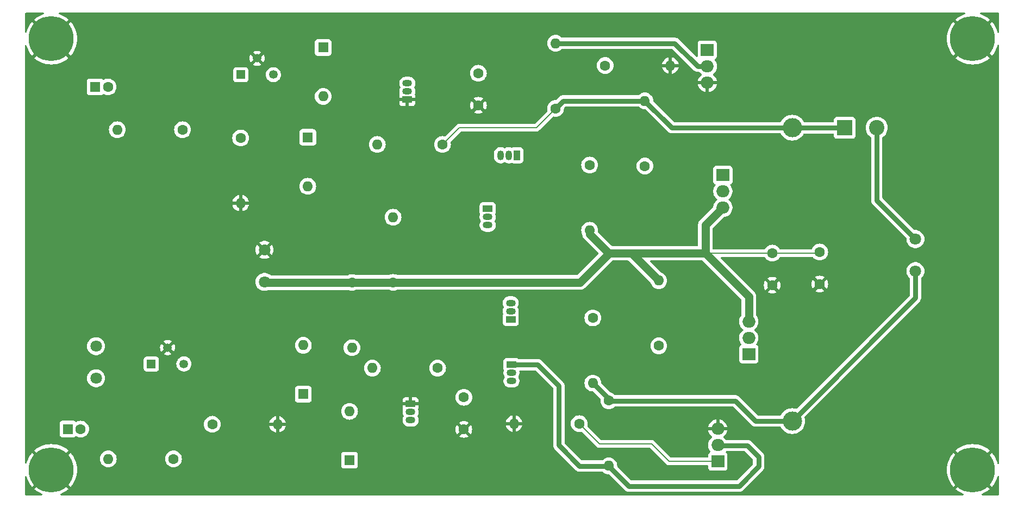
<source format=gbr>
%TF.GenerationSoftware,KiCad,Pcbnew,8.0.4*%
%TF.CreationDate,2024-09-16T18:55:14-07:00*%
%TF.ProjectId,Dorr_Amp_REV-,446f7272-5f41-46d7-905f-5245562d2e6b,-*%
%TF.SameCoordinates,Original*%
%TF.FileFunction,Copper,L2,Bot*%
%TF.FilePolarity,Positive*%
%FSLAX46Y46*%
G04 Gerber Fmt 4.6, Leading zero omitted, Abs format (unit mm)*
G04 Created by KiCad (PCBNEW 8.0.4) date 2024-09-16 18:55:14*
%MOMM*%
%LPD*%
G01*
G04 APERTURE LIST*
%TA.AperFunction,ComponentPad*%
%ADD10C,1.600000*%
%TD*%
%TA.AperFunction,ComponentPad*%
%ADD11O,1.600000X1.600000*%
%TD*%
%TA.AperFunction,ComponentPad*%
%ADD12C,3.000000*%
%TD*%
%TA.AperFunction,ComponentPad*%
%ADD13C,7.000000*%
%TD*%
%TA.AperFunction,ComponentPad*%
%ADD14C,1.803400*%
%TD*%
%TA.AperFunction,ComponentPad*%
%ADD15R,1.600000X1.600000*%
%TD*%
%TA.AperFunction,ComponentPad*%
%ADD16R,2.000000X1.905000*%
%TD*%
%TA.AperFunction,ComponentPad*%
%ADD17O,2.000000X1.905000*%
%TD*%
%TA.AperFunction,ComponentPad*%
%ADD18R,1.346200X1.346200*%
%TD*%
%TA.AperFunction,ComponentPad*%
%ADD19C,1.346200*%
%TD*%
%TA.AperFunction,ComponentPad*%
%ADD20R,1.500000X1.050000*%
%TD*%
%TA.AperFunction,ComponentPad*%
%ADD21O,1.500000X1.050000*%
%TD*%
%TA.AperFunction,ComponentPad*%
%ADD22R,1.050000X1.500000*%
%TD*%
%TA.AperFunction,ComponentPad*%
%ADD23O,1.050000X1.500000*%
%TD*%
%TA.AperFunction,ComponentPad*%
%ADD24R,2.400000X2.400000*%
%TD*%
%TA.AperFunction,ComponentPad*%
%ADD25C,2.400000*%
%TD*%
%TA.AperFunction,Conductor*%
%ADD26C,0.762000*%
%TD*%
%TA.AperFunction,Conductor*%
%ADD27C,1.270000*%
%TD*%
%TA.AperFunction,Conductor*%
%ADD28C,0.200000*%
%TD*%
G04 APERTURE END LIST*
D10*
%TO.P,R8,1*%
%TO.N,Net-(D1-K)*%
X68120000Y-127265000D03*
D11*
%TO.P,R8,2*%
%TO.N,GND*%
X78280000Y-127265000D03*
%TD*%
D10*
%TO.P,R14,1*%
%TO.N,Net-(C8-Pad1)*%
X103980000Y-83665000D03*
D11*
%TO.P,R14,2*%
%TO.N,Net-(D3-K)*%
X93820000Y-83665000D03*
%TD*%
D12*
%TO.P,TP1,1,1*%
%TO.N,Net-(J1-Pin_2)*%
X158465800Y-126764800D03*
%TD*%
D10*
%TO.P,R12,1*%
%TO.N,Net-(D3-K)*%
X72542400Y-82651600D03*
D11*
%TO.P,R12,2*%
%TO.N,GND*%
X72542400Y-92811600D03*
%TD*%
D10*
%TO.P,C1,1*%
%TO.N,/18V*%
X155346400Y-100598001D03*
%TO.P,C1,2*%
%TO.N,GND*%
X155346400Y-105598001D03*
%TD*%
D13*
%TO.P,H1,1,1*%
%TO.N,GND*%
X43053000Y-67183000D03*
%TD*%
%TO.P,H3,1,1*%
%TO.N,GND*%
X43053000Y-134366000D03*
%TD*%
D10*
%TO.P,R15,1*%
%TO.N,Net-(Q2-B)*%
X126900000Y-86865000D03*
D11*
%TO.P,R15,2*%
%TO.N,/18V*%
X126900000Y-97025000D03*
%TD*%
D14*
%TO.P,J3,1,Pin_1*%
%TO.N,/18V*%
X76250800Y-105079800D03*
%TO.P,J3,2,Pin_2*%
%TO.N,GND*%
X76250800Y-100079800D03*
%TD*%
D13*
%TO.P,H4,1,1*%
%TO.N,GND*%
X186563000Y-134366000D03*
%TD*%
%TO.P,H2,1,1*%
%TO.N,GND*%
X186563000Y-67183000D03*
%TD*%
D10*
%TO.P,R3,1*%
%TO.N,Net-(Q1-E)*%
X127400000Y-110685000D03*
D11*
%TO.P,R3,2*%
%TO.N,Net-(J1-Pin_2)*%
X127400000Y-120845000D03*
%TD*%
D15*
%TO.P,C3,1*%
%TO.N,Net-(J2-Pin_1)*%
X45625000Y-128016000D03*
D10*
%TO.P,C3,2*%
%TO.N,Net-(C3-Pad2)*%
X47625000Y-128016000D03*
%TD*%
D16*
%TO.P,Q9,1,B*%
%TO.N,Net-(Q1-C)*%
X151700000Y-116345000D03*
D17*
%TO.P,Q9,2,C*%
%TO.N,Net-(Q1-E)*%
X151700000Y-113805000D03*
%TO.P,Q9,3,E*%
%TO.N,/18V*%
X151700000Y-111265000D03*
%TD*%
D18*
%TO.P,R11,1*%
%TO.N,Net-(D3-K)*%
X72560000Y-72782400D03*
D19*
%TO.P,R11,2*%
%TO.N,GND*%
X75100000Y-70242400D03*
%TO.P,R11,3*%
%TO.N,N/C*%
X77640000Y-72782400D03*
%TD*%
D10*
%TO.P,R2,1*%
%TO.N,Net-(Q1-C)*%
X137668000Y-115036600D03*
D11*
%TO.P,R2,2*%
%TO.N,/18V*%
X137668000Y-104876600D03*
%TD*%
D15*
%TO.P,C5,1*%
%TO.N,Net-(J2-Pin_2)*%
X49880800Y-74694800D03*
D10*
%TO.P,C5,2*%
%TO.N,Net-(C5-Pad2)*%
X51880800Y-74694800D03*
%TD*%
D20*
%TO.P,Q6,1,E*%
%TO.N,GND*%
X98500000Y-76665000D03*
D21*
%TO.P,Q6,2,B*%
%TO.N,Net-(D3-K)*%
X98500000Y-75395000D03*
%TO.P,Q6,3,C*%
%TO.N,Net-(D4-K)*%
X98500000Y-74125000D03*
%TD*%
D15*
%TO.P,D3,1,K*%
%TO.N,Net-(D3-K)*%
X83000000Y-82555000D03*
D11*
%TO.P,D3,2,A*%
%TO.N,Net-(D3-A)*%
X83000000Y-90175000D03*
%TD*%
D10*
%TO.P,C6,1*%
%TO.N,Net-(D4-K)*%
X109570800Y-72559800D03*
%TO.P,C6,2*%
%TO.N,GND*%
X109570800Y-77559800D03*
%TD*%
%TO.P,R10,1*%
%TO.N,Net-(D3-K)*%
X63480000Y-81365000D03*
D11*
%TO.P,R10,2*%
%TO.N,Net-(C5-Pad2)*%
X53320000Y-81365000D03*
%TD*%
D16*
%TO.P,Q5,1,B*%
%TO.N,Net-(Q4-C)*%
X146862800Y-133045200D03*
D17*
%TO.P,Q5,2,C*%
%TO.N,Net-(Q4-E)*%
X146862800Y-130505200D03*
%TO.P,Q5,3,E*%
%TO.N,GND*%
X146862800Y-127965200D03*
%TD*%
D10*
%TO.P,C4,1*%
%TO.N,Net-(D2-K)*%
X107300000Y-123065000D03*
%TO.P,C4,2*%
%TO.N,GND*%
X107300000Y-128065000D03*
%TD*%
%TO.P,R6,1*%
%TO.N,Net-(D1-K)*%
X62080000Y-132665000D03*
D11*
%TO.P,R6,2*%
%TO.N,Net-(C3-Pad2)*%
X51920000Y-132665000D03*
%TD*%
D16*
%TO.P,Q10,1,B*%
%TO.N,Net-(Q10-B)*%
X145237200Y-68935600D03*
D17*
%TO.P,Q10,2,C*%
%TO.N,Net-(Q10-C)*%
X145237200Y-71475600D03*
%TO.P,Q10,3,E*%
%TO.N,GND*%
X145237200Y-74015600D03*
%TD*%
D10*
%TO.P,C7,1*%
%TO.N,/18V*%
X162745600Y-100418201D03*
%TO.P,C7,2*%
%TO.N,GND*%
X162745600Y-105418201D03*
%TD*%
D11*
%TO.P,R16,2*%
%TO.N,GND*%
X139480000Y-71365000D03*
D10*
%TO.P,R16,1*%
%TO.N,Net-(Q10-B)*%
X129320000Y-71365000D03*
%TD*%
D15*
%TO.P,D1,1,K*%
%TO.N,Net-(D1-K)*%
X82300000Y-122575000D03*
D11*
%TO.P,D1,2,A*%
%TO.N,Net-(D1-A)*%
X82300000Y-114955000D03*
%TD*%
D10*
%TO.P,R9,1*%
%TO.N,Net-(Q4-C)*%
X125280000Y-127165000D03*
D11*
%TO.P,R9,2*%
%TO.N,GND*%
X115120000Y-127165000D03*
%TD*%
D14*
%TO.P,J1,2,Pin_2*%
%TO.N,Net-(J1-Pin_2)*%
X177647599Y-103401500D03*
%TO.P,J1,1,Pin_1*%
%TO.N,Net-(J1-Pin_1)*%
X177647599Y-98401500D03*
%TD*%
D22*
%TO.P,Q8,1,E*%
%TO.N,Net-(Q10-C)*%
X115570000Y-85344000D03*
D23*
%TO.P,Q8,2,B*%
%TO.N,Net-(D4-K)*%
X114300000Y-85344000D03*
%TO.P,Q8,3,C*%
%TO.N,Net-(Q10-B)*%
X113030000Y-85344000D03*
%TD*%
D11*
%TO.P,R18,2*%
%TO.N,Net-(Q10-C)*%
X121600000Y-67885000D03*
D10*
%TO.P,R18,1*%
%TO.N,Net-(C8-Pad1)*%
X121600000Y-78045000D03*
%TD*%
D18*
%TO.P,R7,1*%
%TO.N,Net-(D1-K)*%
X58620000Y-117865000D03*
D19*
%TO.P,R7,2*%
%TO.N,GND*%
X61160000Y-115325000D03*
%TO.P,R7,3*%
%TO.N,N/C*%
X63700000Y-117865000D03*
%TD*%
D20*
%TO.P,Q1,1,E*%
%TO.N,Net-(Q1-E)*%
X114609200Y-110896400D03*
D21*
%TO.P,Q1,2,B*%
%TO.N,Net-(D1-A)*%
X114609200Y-109626400D03*
%TO.P,Q1,3,C*%
%TO.N,Net-(Q1-C)*%
X114609200Y-108356400D03*
%TD*%
D10*
%TO.P,R17,1*%
%TO.N,Net-(Q2-C)*%
X135509000Y-87020400D03*
D11*
%TO.P,R17,2*%
%TO.N,Net-(C8-Pad1)*%
X135509000Y-76860400D03*
%TD*%
D12*
%TO.P,TP2,1,1*%
%TO.N,Net-(C8-Pad1)*%
X158465800Y-81044800D03*
%TD*%
D10*
%TO.P,R1,1*%
%TO.N,/18V*%
X89885800Y-105174800D03*
D11*
%TO.P,R1,2*%
%TO.N,Net-(D1-A)*%
X89885800Y-115334800D03*
%TD*%
D20*
%TO.P,Q7,1,E*%
%TO.N,Net-(Q2-C)*%
X111019000Y-93700600D03*
D21*
%TO.P,Q7,2,B*%
%TO.N,Net-(D3-A)*%
X111019000Y-94970600D03*
%TO.P,Q7,3,C*%
%TO.N,Net-(Q2-B)*%
X111019000Y-96240600D03*
%TD*%
D14*
%TO.P,J2,1,Pin_1*%
%TO.N,Net-(J2-Pin_1)*%
X50007800Y-120096400D03*
%TO.P,J2,2,Pin_2*%
%TO.N,Net-(J2-Pin_2)*%
X50007800Y-115096400D03*
%TD*%
D15*
%TO.P,D4,1,K*%
%TO.N,Net-(D4-K)*%
X85400000Y-68555000D03*
D11*
%TO.P,D4,2,A*%
%TO.N,Net-(D3-K)*%
X85400000Y-76175000D03*
%TD*%
D20*
%TO.P,Q3,1,E*%
%TO.N,GND*%
X99000000Y-124065000D03*
D21*
%TO.P,Q3,2,B*%
%TO.N,Net-(D1-K)*%
X99000000Y-125335000D03*
%TO.P,Q3,3,C*%
%TO.N,Net-(D2-K)*%
X99000000Y-126605000D03*
%TD*%
D24*
%TO.P,C8,1*%
%TO.N,Net-(C8-Pad1)*%
X166626041Y-81065000D03*
D25*
%TO.P,C8,2*%
%TO.N,Net-(J1-Pin_1)*%
X171626041Y-81065000D03*
%TD*%
D20*
%TO.P,Q4,1,E*%
%TO.N,Net-(Q4-E)*%
X114727400Y-117983000D03*
D21*
%TO.P,Q4,2,B*%
%TO.N,Net-(D2-K)*%
X114727400Y-119253000D03*
%TO.P,Q4,3,C*%
%TO.N,Net-(Q4-C)*%
X114727400Y-120523000D03*
%TD*%
D11*
%TO.P,R13,2*%
%TO.N,Net-(D3-A)*%
X96291400Y-94996000D03*
D10*
%TO.P,R13,1*%
%TO.N,/18V*%
X96291400Y-105156000D03*
%TD*%
%TO.P,R5,1*%
%TO.N,Net-(J1-Pin_2)*%
X129890800Y-123589800D03*
D11*
%TO.P,R5,2*%
%TO.N,Net-(Q4-E)*%
X129890800Y-133749800D03*
%TD*%
D10*
%TO.P,R4,1*%
%TO.N,Net-(J1-Pin_2)*%
X103220800Y-118509800D03*
D11*
%TO.P,R4,2*%
%TO.N,Net-(D1-K)*%
X93060800Y-118509800D03*
%TD*%
D15*
%TO.P,D2,1,K*%
%TO.N,Net-(D2-K)*%
X89500000Y-132875000D03*
D11*
%TO.P,D2,2,A*%
%TO.N,Net-(D1-K)*%
X89500000Y-125255000D03*
%TD*%
D16*
%TO.P,Q2,1,B*%
%TO.N,Net-(Q2-B)*%
X147655000Y-88425000D03*
D17*
%TO.P,Q2,2,C*%
%TO.N,Net-(Q2-C)*%
X147655000Y-90965000D03*
%TO.P,Q2,3,E*%
%TO.N,/18V*%
X147655000Y-93505000D03*
%TD*%
D26*
%TO.N,Net-(Q10-C)*%
X140148000Y-67885000D02*
X121600000Y-67885000D01*
X143738600Y-71475600D02*
X140148000Y-67885000D01*
X145237200Y-71475600D02*
X143738600Y-71475600D01*
%TO.N,Net-(J1-Pin_2)*%
X177647599Y-107583001D02*
X158465800Y-126764800D01*
X177647599Y-103401500D02*
X177647599Y-107583001D01*
%TO.N,Net-(J1-Pin_1)*%
X171626041Y-92379942D02*
X177647599Y-98401500D01*
X171626041Y-81065000D02*
X171626041Y-92379942D01*
D27*
%TO.N,/18V*%
X133487200Y-100695800D02*
X137668000Y-104876600D01*
D26*
X126900000Y-97613800D02*
X126900000Y-97025000D01*
D27*
X129895600Y-100609400D02*
X126900000Y-97613800D01*
X96291400Y-105156000D02*
X125425200Y-105156000D01*
X129885400Y-100695800D02*
X129890800Y-100695800D01*
X125425200Y-105156000D02*
X129885400Y-100695800D01*
X89904600Y-105156000D02*
X96291400Y-105156000D01*
D26*
X89867200Y-105193400D02*
X89904600Y-105156000D01*
%TO.N,Net-(J1-Pin_2)*%
X129890800Y-123335800D02*
X127400000Y-120845000D01*
X129890800Y-123589800D02*
X129890800Y-123335800D01*
%TO.N,Net-(Q4-E)*%
X151460200Y-130581400D02*
X146939000Y-130581400D01*
X153238200Y-133832600D02*
X153238200Y-132359400D01*
X150164800Y-136906000D02*
X153238200Y-133832600D01*
X133033800Y-136906000D02*
X150164800Y-136906000D01*
X129884200Y-133756400D02*
X133033800Y-136906000D01*
X153238200Y-132359400D02*
X151460200Y-130581400D01*
D28*
%TO.N,Net-(Q4-C)*%
X126771400Y-128651000D02*
X126766000Y-128651000D01*
X136575800Y-130327400D02*
X128447800Y-130327400D01*
X126766000Y-128651000D02*
X125280000Y-127165000D01*
X139293600Y-133045200D02*
X136575800Y-130327400D01*
X128447800Y-130327400D02*
X126771400Y-128651000D01*
X146862800Y-133045200D02*
X139293600Y-133045200D01*
%TO.N,Net-(Q4-E)*%
X146939000Y-130581400D02*
X146862800Y-130505200D01*
X129884200Y-133756400D02*
X129890800Y-133749800D01*
D26*
X125349000Y-133756400D02*
X129884200Y-133756400D01*
X122123200Y-121285000D02*
X122123200Y-130530600D01*
X122123200Y-130530600D02*
X125349000Y-133756400D01*
X118821200Y-117983000D02*
X122123200Y-121285000D01*
X114727400Y-117983000D02*
X118821200Y-117983000D01*
D28*
%TO.N,Net-(C8-Pad1)*%
X106593600Y-81051400D02*
X103980000Y-83665000D01*
X118593600Y-81051400D02*
X106593600Y-81051400D01*
X121600000Y-78045000D02*
X118593600Y-81051400D01*
D26*
X122784600Y-76860400D02*
X121600000Y-78045000D01*
X135509000Y-76860400D02*
X122784600Y-76860400D01*
X139700000Y-81051400D02*
X135509000Y-76860400D01*
D28*
X158486000Y-81065000D02*
X158472400Y-81051400D01*
D26*
X158472400Y-81051400D02*
X139700000Y-81051400D01*
D28*
X158486000Y-81065000D02*
X158465800Y-81044800D01*
D26*
X166626041Y-81065000D02*
X158486000Y-81065000D01*
D27*
%TO.N,/18V*%
X151700000Y-107377000D02*
X144932400Y-100609400D01*
X151700000Y-111265000D02*
X151700000Y-107377000D01*
X144932400Y-100609400D02*
X144932400Y-96227600D01*
X144932400Y-96227600D02*
X147655000Y-93505000D01*
D28*
%TO.N,GND*%
X100405800Y-74969800D02*
X100405800Y-74059800D01*
X100405800Y-74059800D02*
X100680800Y-74059800D01*
X100680800Y-74059800D02*
X100910800Y-74289800D01*
D26*
%TO.N,/18V*%
X129895600Y-100609400D02*
X129850000Y-100655000D01*
X89867200Y-105193400D02*
X89885800Y-105174800D01*
D28*
X162565800Y-100598001D02*
X162745600Y-100418201D01*
D27*
X144932400Y-100609400D02*
X129895600Y-100609400D01*
X76169800Y-105193400D02*
X89867200Y-105193400D01*
D28*
X129890800Y-100695800D02*
X129850000Y-100655000D01*
D26*
%TO.N,Net-(J1-Pin_2)*%
X129916200Y-123615200D02*
X129890800Y-123589800D01*
X152750800Y-126764800D02*
X149601200Y-123615200D01*
X149601200Y-123615200D02*
X129916200Y-123615200D01*
X158465800Y-126764800D02*
X152750800Y-126764800D01*
%TO.N,/18V*%
X155335001Y-100609400D02*
X155346400Y-100598001D01*
D28*
X144932400Y-100609400D02*
X155335001Y-100609400D01*
X155346400Y-100598001D02*
X162565800Y-100598001D01*
%TD*%
%TA.AperFunction,Conductor*%
%TO.N,GND*%
G36*
X39156503Y-135364996D02*
G01*
X39194277Y-135423774D01*
X39195584Y-135428580D01*
X39220623Y-135528545D01*
X39220624Y-135528548D01*
X39353016Y-135898559D01*
X39353023Y-135898575D01*
X39521062Y-136253864D01*
X39723109Y-136590958D01*
X39957228Y-136906632D01*
X40053068Y-137012376D01*
X40053069Y-137012376D01*
X41651381Y-135414064D01*
X41734457Y-135522331D01*
X41896669Y-135684543D01*
X42004934Y-135767617D01*
X40406622Y-137365929D01*
X40406622Y-137365930D01*
X40512367Y-137461771D01*
X40828041Y-137695890D01*
X41165135Y-137897937D01*
X41520423Y-138065976D01*
X41583508Y-138088548D01*
X41639997Y-138129667D01*
X41665289Y-138194799D01*
X41651352Y-138263264D01*
X41602613Y-138313327D01*
X41541734Y-138329300D01*
X39075300Y-138329300D01*
X39008261Y-138309615D01*
X38962506Y-138256811D01*
X38951300Y-138205300D01*
X38951300Y-135458709D01*
X38970985Y-135391670D01*
X39023789Y-135345915D01*
X39092947Y-135335971D01*
X39156503Y-135364996D01*
G37*
%TD.AperFunction*%
%TA.AperFunction,Conductor*%
G36*
X185368629Y-63149985D02*
G01*
X185414384Y-63202789D01*
X185424328Y-63271947D01*
X185395303Y-63335503D01*
X185343364Y-63371051D01*
X185030440Y-63483016D01*
X185030424Y-63483023D01*
X184675135Y-63651062D01*
X184338041Y-63853109D01*
X184022368Y-64087228D01*
X183916622Y-64183069D01*
X185514934Y-65781381D01*
X185406669Y-65864457D01*
X185244457Y-66026669D01*
X185161381Y-66134934D01*
X183563069Y-64536622D01*
X183467228Y-64642368D01*
X183233109Y-64958041D01*
X183031062Y-65295135D01*
X182863023Y-65650424D01*
X182863016Y-65650440D01*
X182730625Y-66020450D01*
X182635129Y-66401691D01*
X182577461Y-66790449D01*
X182558176Y-67183000D01*
X182577461Y-67575550D01*
X182635129Y-67964308D01*
X182730625Y-68345549D01*
X182863016Y-68715559D01*
X182863023Y-68715575D01*
X183031062Y-69070864D01*
X183233109Y-69407958D01*
X183467228Y-69723632D01*
X183563068Y-69829376D01*
X183563069Y-69829376D01*
X185161380Y-68231064D01*
X185244457Y-68339331D01*
X185406669Y-68501543D01*
X185514934Y-68584617D01*
X183916622Y-70182929D01*
X183916622Y-70182930D01*
X184022367Y-70278771D01*
X184338041Y-70512890D01*
X184675135Y-70714937D01*
X185030424Y-70882976D01*
X185030440Y-70882983D01*
X185400450Y-71015374D01*
X185781691Y-71110870D01*
X186170449Y-71168538D01*
X186563000Y-71187823D01*
X186955550Y-71168538D01*
X187344308Y-71110870D01*
X187725549Y-71015374D01*
X188095559Y-70882983D01*
X188095575Y-70882976D01*
X188450864Y-70714937D01*
X188787958Y-70512890D01*
X189103632Y-70278770D01*
X189209376Y-70182929D01*
X187611065Y-68584618D01*
X187719331Y-68501543D01*
X187881543Y-68339331D01*
X187964618Y-68231065D01*
X189562929Y-69829376D01*
X189658770Y-69723632D01*
X189892890Y-69407958D01*
X190094937Y-69070864D01*
X190262976Y-68715575D01*
X190262983Y-68715559D01*
X190395375Y-68345548D01*
X190395376Y-68345545D01*
X190436016Y-68183301D01*
X190471400Y-68123053D01*
X190533739Y-68091500D01*
X190603241Y-68098658D01*
X190657839Y-68142256D01*
X190680200Y-68208451D01*
X190680300Y-68213430D01*
X190680300Y-133335569D01*
X190660615Y-133402608D01*
X190607811Y-133448363D01*
X190538653Y-133458307D01*
X190475097Y-133429282D01*
X190437323Y-133370504D01*
X190436016Y-133365699D01*
X190395374Y-133203450D01*
X190262983Y-132833440D01*
X190262976Y-132833424D01*
X190094937Y-132478135D01*
X189892890Y-132141041D01*
X189658771Y-131825367D01*
X189562930Y-131719622D01*
X189562929Y-131719622D01*
X187964617Y-133317934D01*
X187881543Y-133209669D01*
X187719331Y-133047457D01*
X187611065Y-132964381D01*
X189209376Y-131366069D01*
X189209376Y-131366068D01*
X189103632Y-131270228D01*
X188787958Y-131036109D01*
X188450864Y-130834062D01*
X188095575Y-130666023D01*
X188095559Y-130666016D01*
X187725549Y-130533625D01*
X187344308Y-130438129D01*
X186955550Y-130380461D01*
X186563000Y-130361176D01*
X186170449Y-130380461D01*
X185781691Y-130438129D01*
X185400450Y-130533625D01*
X185030440Y-130666016D01*
X185030424Y-130666023D01*
X184675135Y-130834062D01*
X184338041Y-131036109D01*
X184022368Y-131270228D01*
X183916622Y-131366069D01*
X185514934Y-132964381D01*
X185406669Y-133047457D01*
X185244457Y-133209669D01*
X185161381Y-133317934D01*
X183563069Y-131719622D01*
X183467228Y-131825368D01*
X183233109Y-132141041D01*
X183031062Y-132478135D01*
X182863023Y-132833424D01*
X182863016Y-132833440D01*
X182730625Y-133203450D01*
X182635129Y-133584691D01*
X182577461Y-133973449D01*
X182558176Y-134366000D01*
X182577461Y-134758550D01*
X182635129Y-135147308D01*
X182730625Y-135528549D01*
X182863016Y-135898559D01*
X182863023Y-135898575D01*
X183031062Y-136253864D01*
X183233109Y-136590958D01*
X183467228Y-136906632D01*
X183563068Y-137012376D01*
X183563069Y-137012376D01*
X185161380Y-135414064D01*
X185244457Y-135522331D01*
X185406669Y-135684543D01*
X185514934Y-135767617D01*
X183916622Y-137365929D01*
X183916622Y-137365930D01*
X184022367Y-137461771D01*
X184338041Y-137695890D01*
X184675135Y-137897937D01*
X185030423Y-138065976D01*
X185093508Y-138088548D01*
X185149997Y-138129667D01*
X185175289Y-138194799D01*
X185161352Y-138263264D01*
X185112613Y-138313327D01*
X185051734Y-138329300D01*
X44564266Y-138329300D01*
X44497227Y-138309615D01*
X44451472Y-138256811D01*
X44441528Y-138187653D01*
X44470553Y-138124097D01*
X44522492Y-138088548D01*
X44585576Y-138065976D01*
X44940864Y-137897937D01*
X45277958Y-137695890D01*
X45593632Y-137461770D01*
X45699376Y-137365929D01*
X44101065Y-135767618D01*
X44209331Y-135684543D01*
X44371543Y-135522331D01*
X44454618Y-135414065D01*
X46052929Y-137012376D01*
X46148770Y-136906632D01*
X46382890Y-136590958D01*
X46584937Y-136253864D01*
X46752976Y-135898575D01*
X46752983Y-135898559D01*
X46885374Y-135528549D01*
X46980870Y-135147308D01*
X47038538Y-134758550D01*
X47057823Y-134366000D01*
X47038538Y-133973449D01*
X46980870Y-133584691D01*
X46885374Y-133203450D01*
X46752983Y-132833440D01*
X46752976Y-132833424D01*
X46673317Y-132664998D01*
X50614532Y-132664998D01*
X50614532Y-132665001D01*
X50634364Y-132891686D01*
X50634366Y-132891697D01*
X50693258Y-133111488D01*
X50693261Y-133111497D01*
X50789431Y-133317732D01*
X50789432Y-133317734D01*
X50919954Y-133504141D01*
X51080858Y-133665045D01*
X51080861Y-133665047D01*
X51267266Y-133795568D01*
X51473504Y-133891739D01*
X51693308Y-133950635D01*
X51855230Y-133964801D01*
X51919998Y-133970468D01*
X51920000Y-133970468D01*
X51920002Y-133970468D01*
X51976673Y-133965509D01*
X52146692Y-133950635D01*
X52366496Y-133891739D01*
X52572734Y-133795568D01*
X52759139Y-133665047D01*
X52920047Y-133504139D01*
X53050568Y-133317734D01*
X53146739Y-133111496D01*
X53205635Y-132891692D01*
X53225468Y-132665000D01*
X53225468Y-132664998D01*
X60774532Y-132664998D01*
X60774532Y-132665001D01*
X60794364Y-132891686D01*
X60794366Y-132891697D01*
X60853258Y-133111488D01*
X60853261Y-133111497D01*
X60949431Y-133317732D01*
X60949432Y-133317734D01*
X61079954Y-133504141D01*
X61240858Y-133665045D01*
X61240861Y-133665047D01*
X61427266Y-133795568D01*
X61633504Y-133891739D01*
X61853308Y-133950635D01*
X62015230Y-133964801D01*
X62079998Y-133970468D01*
X62080000Y-133970468D01*
X62080002Y-133970468D01*
X62136673Y-133965509D01*
X62306692Y-133950635D01*
X62526496Y-133891739D01*
X62732734Y-133795568D01*
X62919139Y-133665047D01*
X63080047Y-133504139D01*
X63210568Y-133317734D01*
X63306739Y-133111496D01*
X63365635Y-132891692D01*
X63385468Y-132665000D01*
X63365635Y-132438308D01*
X63306739Y-132218504D01*
X63217502Y-132027135D01*
X88199500Y-132027135D01*
X88199500Y-133722870D01*
X88199501Y-133722876D01*
X88205908Y-133782483D01*
X88256202Y-133917328D01*
X88256206Y-133917335D01*
X88342452Y-134032544D01*
X88342455Y-134032547D01*
X88457664Y-134118793D01*
X88457671Y-134118797D01*
X88592517Y-134169091D01*
X88592516Y-134169091D01*
X88599444Y-134169835D01*
X88652127Y-134175500D01*
X90347872Y-134175499D01*
X90407483Y-134169091D01*
X90542331Y-134118796D01*
X90657546Y-134032546D01*
X90743796Y-133917331D01*
X90794091Y-133782483D01*
X90800500Y-133722873D01*
X90800499Y-132027128D01*
X90794091Y-131967517D01*
X90786619Y-131947484D01*
X90743797Y-131832671D01*
X90743793Y-131832664D01*
X90657547Y-131717455D01*
X90657544Y-131717452D01*
X90542335Y-131631206D01*
X90542328Y-131631202D01*
X90407482Y-131580908D01*
X90407483Y-131580908D01*
X90347883Y-131574501D01*
X90347881Y-131574500D01*
X90347873Y-131574500D01*
X90347864Y-131574500D01*
X88652129Y-131574500D01*
X88652123Y-131574501D01*
X88592516Y-131580908D01*
X88457671Y-131631202D01*
X88457664Y-131631206D01*
X88342455Y-131717452D01*
X88342452Y-131717455D01*
X88256206Y-131832664D01*
X88256202Y-131832671D01*
X88205908Y-131967517D01*
X88199501Y-132027116D01*
X88199501Y-132027123D01*
X88199500Y-132027135D01*
X63217502Y-132027135D01*
X63210568Y-132012266D01*
X63084814Y-131832669D01*
X63080045Y-131825858D01*
X62919141Y-131664954D01*
X62732734Y-131534432D01*
X62732732Y-131534431D01*
X62526497Y-131438261D01*
X62526488Y-131438258D01*
X62306697Y-131379366D01*
X62306693Y-131379365D01*
X62306692Y-131379365D01*
X62306691Y-131379364D01*
X62306686Y-131379364D01*
X62080002Y-131359532D01*
X62079998Y-131359532D01*
X61853313Y-131379364D01*
X61853302Y-131379366D01*
X61633511Y-131438258D01*
X61633502Y-131438261D01*
X61427267Y-131534431D01*
X61427265Y-131534432D01*
X61240858Y-131664954D01*
X61079954Y-131825858D01*
X60949432Y-132012265D01*
X60949431Y-132012267D01*
X60853261Y-132218502D01*
X60853258Y-132218511D01*
X60794366Y-132438302D01*
X60794364Y-132438313D01*
X60774532Y-132664998D01*
X53225468Y-132664998D01*
X53205635Y-132438308D01*
X53146739Y-132218504D01*
X53050568Y-132012266D01*
X52924814Y-131832669D01*
X52920045Y-131825858D01*
X52759141Y-131664954D01*
X52572734Y-131534432D01*
X52572732Y-131534431D01*
X52366497Y-131438261D01*
X52366488Y-131438258D01*
X52146697Y-131379366D01*
X52146693Y-131379365D01*
X52146692Y-131379365D01*
X52146691Y-131379364D01*
X52146686Y-131379364D01*
X51920002Y-131359532D01*
X51919998Y-131359532D01*
X51693313Y-131379364D01*
X51693302Y-131379366D01*
X51473511Y-131438258D01*
X51473502Y-131438261D01*
X51267267Y-131534431D01*
X51267265Y-131534432D01*
X51080858Y-131664954D01*
X50919954Y-131825858D01*
X50789432Y-132012265D01*
X50789431Y-132012267D01*
X50693261Y-132218502D01*
X50693258Y-132218511D01*
X50634366Y-132438302D01*
X50634364Y-132438313D01*
X50614532Y-132664998D01*
X46673317Y-132664998D01*
X46584937Y-132478135D01*
X46382890Y-132141041D01*
X46148771Y-131825367D01*
X46052930Y-131719622D01*
X46052929Y-131719622D01*
X44454617Y-133317934D01*
X44371543Y-133209669D01*
X44209331Y-133047457D01*
X44101065Y-132964381D01*
X45699376Y-131366069D01*
X45699376Y-131366068D01*
X45593632Y-131270228D01*
X45277958Y-131036109D01*
X44940864Y-130834062D01*
X44585575Y-130666023D01*
X44585559Y-130666016D01*
X44215549Y-130533625D01*
X43834308Y-130438129D01*
X43445550Y-130380461D01*
X43053000Y-130361176D01*
X42660449Y-130380461D01*
X42271691Y-130438129D01*
X41890450Y-130533625D01*
X41520440Y-130666016D01*
X41520424Y-130666023D01*
X41165135Y-130834062D01*
X40828041Y-131036109D01*
X40512368Y-131270228D01*
X40406622Y-131366069D01*
X42004934Y-132964381D01*
X41896669Y-133047457D01*
X41734457Y-133209669D01*
X41651381Y-133317934D01*
X40053069Y-131719622D01*
X39957228Y-131825368D01*
X39723109Y-132141041D01*
X39521062Y-132478135D01*
X39353023Y-132833424D01*
X39353016Y-132833440D01*
X39220625Y-133203450D01*
X39195584Y-133303420D01*
X39160200Y-133363667D01*
X39097861Y-133395220D01*
X39028359Y-133388062D01*
X38973760Y-133344464D01*
X38951400Y-133278269D01*
X38951300Y-133273290D01*
X38951300Y-127168135D01*
X44324500Y-127168135D01*
X44324500Y-128863870D01*
X44324501Y-128863876D01*
X44330908Y-128923483D01*
X44381202Y-129058328D01*
X44381206Y-129058335D01*
X44467452Y-129173544D01*
X44467455Y-129173547D01*
X44582664Y-129259793D01*
X44582671Y-129259797D01*
X44717517Y-129310091D01*
X44717516Y-129310091D01*
X44724444Y-129310835D01*
X44777127Y-129316500D01*
X46472872Y-129316499D01*
X46532483Y-129310091D01*
X46667331Y-129259796D01*
X46782546Y-129173546D01*
X46789051Y-129164856D01*
X46844982Y-129122984D01*
X46914673Y-129117997D01*
X46959442Y-129137589D01*
X46972264Y-129146567D01*
X46972266Y-129146568D01*
X47178504Y-129242739D01*
X47398308Y-129301635D01*
X47560230Y-129315801D01*
X47624998Y-129321468D01*
X47625000Y-129321468D01*
X47625002Y-129321468D01*
X47681807Y-129316498D01*
X47851692Y-129301635D01*
X48071496Y-129242739D01*
X48277734Y-129146568D01*
X48464139Y-129016047D01*
X48625047Y-128855139D01*
X48755568Y-128668734D01*
X48851739Y-128462496D01*
X48910635Y-128242692D01*
X48930468Y-128016000D01*
X48929430Y-128004141D01*
X48921247Y-127910606D01*
X48910635Y-127789308D01*
X48859364Y-127597961D01*
X48851741Y-127569511D01*
X48851738Y-127569502D01*
X48840767Y-127545975D01*
X48755568Y-127363266D01*
X48686761Y-127264998D01*
X66814532Y-127264998D01*
X66814532Y-127265001D01*
X66834364Y-127491686D01*
X66834366Y-127491697D01*
X66893258Y-127711488D01*
X66893261Y-127711497D01*
X66989431Y-127917732D01*
X66989432Y-127917734D01*
X67119954Y-128104141D01*
X67280858Y-128265045D01*
X67280861Y-128265047D01*
X67467266Y-128395568D01*
X67673504Y-128491739D01*
X67893308Y-128550635D01*
X68055230Y-128564801D01*
X68119998Y-128570468D01*
X68120000Y-128570468D01*
X68120002Y-128570468D01*
X68176673Y-128565509D01*
X68346692Y-128550635D01*
X68566496Y-128491739D01*
X68772734Y-128395568D01*
X68959139Y-128265047D01*
X69120047Y-128104139D01*
X69250568Y-127917734D01*
X69346739Y-127711496D01*
X69405635Y-127491692D01*
X69425468Y-127265000D01*
X69424918Y-127258718D01*
X69410224Y-127090762D01*
X69405635Y-127038308D01*
X69399389Y-127014999D01*
X77001127Y-127014999D01*
X77001128Y-127015000D01*
X77964314Y-127015000D01*
X77959920Y-127019394D01*
X77907259Y-127110606D01*
X77880000Y-127212339D01*
X77880000Y-127317661D01*
X77907259Y-127419394D01*
X77959920Y-127510606D01*
X77964314Y-127515000D01*
X77001128Y-127515000D01*
X77053730Y-127711317D01*
X77053734Y-127711326D01*
X77149865Y-127917482D01*
X77280342Y-128103820D01*
X77441179Y-128264657D01*
X77627517Y-128395134D01*
X77833673Y-128491265D01*
X77833682Y-128491269D01*
X78029999Y-128543872D01*
X78030000Y-128543871D01*
X78030000Y-127580686D01*
X78034394Y-127585080D01*
X78125606Y-127637741D01*
X78227339Y-127665000D01*
X78332661Y-127665000D01*
X78434394Y-127637741D01*
X78525606Y-127585080D01*
X78530000Y-127580686D01*
X78530000Y-128543872D01*
X78726317Y-128491269D01*
X78726326Y-128491265D01*
X78932482Y-128395134D01*
X79118820Y-128264657D01*
X79279657Y-128103820D01*
X79306842Y-128064997D01*
X105995034Y-128064997D01*
X105995034Y-128065002D01*
X106014858Y-128291599D01*
X106014860Y-128291610D01*
X106073730Y-128511317D01*
X106073735Y-128511331D01*
X106169863Y-128717478D01*
X106220974Y-128790472D01*
X106900000Y-128111446D01*
X106900000Y-128117661D01*
X106927259Y-128219394D01*
X106979920Y-128310606D01*
X107054394Y-128385080D01*
X107145606Y-128437741D01*
X107247339Y-128465000D01*
X107253553Y-128465000D01*
X106574526Y-129144025D01*
X106647513Y-129195132D01*
X106647521Y-129195136D01*
X106853668Y-129291264D01*
X106853682Y-129291269D01*
X107073389Y-129350139D01*
X107073400Y-129350141D01*
X107299998Y-129369966D01*
X107300002Y-129369966D01*
X107526599Y-129350141D01*
X107526610Y-129350139D01*
X107746317Y-129291269D01*
X107746331Y-129291264D01*
X107952478Y-129195136D01*
X108025471Y-129144024D01*
X107346447Y-128465000D01*
X107352661Y-128465000D01*
X107454394Y-128437741D01*
X107545606Y-128385080D01*
X107620080Y-128310606D01*
X107672741Y-128219394D01*
X107700000Y-128117661D01*
X107700000Y-128111447D01*
X108379024Y-128790471D01*
X108430136Y-128717478D01*
X108526264Y-128511331D01*
X108526269Y-128511317D01*
X108585139Y-128291610D01*
X108585141Y-128291599D01*
X108604966Y-128065002D01*
X108604966Y-128064997D01*
X108585141Y-127838400D01*
X108585139Y-127838389D01*
X108526269Y-127618682D01*
X108526264Y-127618668D01*
X108430136Y-127412521D01*
X108430132Y-127412513D01*
X108379025Y-127339526D01*
X107700000Y-128018551D01*
X107700000Y-128012339D01*
X107672741Y-127910606D01*
X107620080Y-127819394D01*
X107545606Y-127744920D01*
X107454394Y-127692259D01*
X107352661Y-127665000D01*
X107346448Y-127665000D01*
X108025472Y-126985974D01*
X107952478Y-126934863D01*
X107909880Y-126914999D01*
X113841127Y-126914999D01*
X113841128Y-126915000D01*
X114804314Y-126915000D01*
X114799920Y-126919394D01*
X114747259Y-127010606D01*
X114720000Y-127112339D01*
X114720000Y-127217661D01*
X114747259Y-127319394D01*
X114799920Y-127410606D01*
X114804314Y-127415000D01*
X113841128Y-127415000D01*
X113893730Y-127611317D01*
X113893734Y-127611326D01*
X113989865Y-127817482D01*
X114120342Y-128003820D01*
X114281179Y-128164657D01*
X114467517Y-128295134D01*
X114673673Y-128391265D01*
X114673682Y-128391269D01*
X114869999Y-128443872D01*
X114870000Y-128443871D01*
X114870000Y-127480686D01*
X114874394Y-127485080D01*
X114965606Y-127537741D01*
X115067339Y-127565000D01*
X115172661Y-127565000D01*
X115274394Y-127537741D01*
X115365606Y-127485080D01*
X115370000Y-127480686D01*
X115370000Y-128443872D01*
X115566317Y-128391269D01*
X115566326Y-128391265D01*
X115772482Y-128295134D01*
X115958820Y-128164657D01*
X116119657Y-128003820D01*
X116250134Y-127817482D01*
X116346265Y-127611326D01*
X116346269Y-127611317D01*
X116398872Y-127415000D01*
X115435686Y-127415000D01*
X115440080Y-127410606D01*
X115492741Y-127319394D01*
X115520000Y-127217661D01*
X115520000Y-127112339D01*
X115492741Y-127010606D01*
X115440080Y-126919394D01*
X115435686Y-126915000D01*
X116398872Y-126915000D01*
X116398872Y-126914999D01*
X116346269Y-126718682D01*
X116346265Y-126718673D01*
X116250134Y-126512517D01*
X116119657Y-126326179D01*
X115958820Y-126165342D01*
X115772482Y-126034865D01*
X115566328Y-125938734D01*
X115370000Y-125886127D01*
X115370000Y-126849314D01*
X115365606Y-126844920D01*
X115274394Y-126792259D01*
X115172661Y-126765000D01*
X115067339Y-126765000D01*
X114965606Y-126792259D01*
X114874394Y-126844920D01*
X114870000Y-126849314D01*
X114870000Y-125886127D01*
X114673671Y-125938734D01*
X114467517Y-126034865D01*
X114281179Y-126165342D01*
X114120342Y-126326179D01*
X113989865Y-126512517D01*
X113893734Y-126718673D01*
X113893730Y-126718682D01*
X113841127Y-126914999D01*
X107909880Y-126914999D01*
X107746331Y-126838735D01*
X107746317Y-126838730D01*
X107526610Y-126779860D01*
X107526599Y-126779858D01*
X107300002Y-126760034D01*
X107299998Y-126760034D01*
X107073400Y-126779858D01*
X107073389Y-126779860D01*
X106853682Y-126838730D01*
X106853673Y-126838734D01*
X106647516Y-126934866D01*
X106647512Y-126934868D01*
X106574526Y-126985973D01*
X106574526Y-126985974D01*
X107253553Y-127665000D01*
X107247339Y-127665000D01*
X107145606Y-127692259D01*
X107054394Y-127744920D01*
X106979920Y-127819394D01*
X106927259Y-127910606D01*
X106900000Y-128012339D01*
X106900000Y-128018552D01*
X106220974Y-127339526D01*
X106220973Y-127339526D01*
X106169868Y-127412512D01*
X106169866Y-127412516D01*
X106073734Y-127618673D01*
X106073730Y-127618682D01*
X106014860Y-127838389D01*
X106014858Y-127838400D01*
X105995034Y-128064997D01*
X79306842Y-128064997D01*
X79410134Y-127917482D01*
X79506265Y-127711326D01*
X79506269Y-127711317D01*
X79558872Y-127515000D01*
X78595686Y-127515000D01*
X78600080Y-127510606D01*
X78652741Y-127419394D01*
X78680000Y-127317661D01*
X78680000Y-127212339D01*
X78652741Y-127110606D01*
X78600080Y-127019394D01*
X78595686Y-127015000D01*
X79558872Y-127015000D01*
X79558872Y-127014999D01*
X79506269Y-126818682D01*
X79506265Y-126818673D01*
X79410134Y-126612517D01*
X79279657Y-126426179D01*
X79118820Y-126265342D01*
X78932482Y-126134865D01*
X78726328Y-126038734D01*
X78530000Y-125986127D01*
X78530000Y-126949314D01*
X78525606Y-126944920D01*
X78434394Y-126892259D01*
X78332661Y-126865000D01*
X78227339Y-126865000D01*
X78125606Y-126892259D01*
X78034394Y-126944920D01*
X78030000Y-126949314D01*
X78030000Y-125986127D01*
X77833671Y-126038734D01*
X77627517Y-126134865D01*
X77441179Y-126265342D01*
X77280342Y-126426179D01*
X77149865Y-126612517D01*
X77053734Y-126818673D01*
X77053730Y-126818682D01*
X77001127Y-127014999D01*
X69399389Y-127014999D01*
X69357443Y-126858452D01*
X69346741Y-126818511D01*
X69346738Y-126818502D01*
X69325148Y-126772202D01*
X69250568Y-126612266D01*
X69120047Y-126425861D01*
X69120045Y-126425858D01*
X68959141Y-126264954D01*
X68772734Y-126134432D01*
X68772732Y-126134431D01*
X68566497Y-126038261D01*
X68566488Y-126038258D01*
X68346697Y-125979366D01*
X68346693Y-125979365D01*
X68346692Y-125979365D01*
X68346691Y-125979364D01*
X68346686Y-125979364D01*
X68120002Y-125959532D01*
X68119998Y-125959532D01*
X67893313Y-125979364D01*
X67893302Y-125979366D01*
X67673511Y-126038258D01*
X67673502Y-126038261D01*
X67467267Y-126134431D01*
X67467265Y-126134432D01*
X67280858Y-126264954D01*
X67119954Y-126425858D01*
X66989432Y-126612265D01*
X66989431Y-126612267D01*
X66893261Y-126818502D01*
X66893258Y-126818511D01*
X66834366Y-127038302D01*
X66834364Y-127038313D01*
X66814532Y-127264998D01*
X48686761Y-127264998D01*
X48625047Y-127176861D01*
X48625045Y-127176858D01*
X48464141Y-127015954D01*
X48277734Y-126885432D01*
X48277732Y-126885431D01*
X48071497Y-126789261D01*
X48071488Y-126789258D01*
X47851697Y-126730366D01*
X47851693Y-126730365D01*
X47851692Y-126730365D01*
X47851691Y-126730364D01*
X47851686Y-126730364D01*
X47625002Y-126710532D01*
X47624998Y-126710532D01*
X47398313Y-126730364D01*
X47398302Y-126730366D01*
X47178511Y-126789258D01*
X47178502Y-126789261D01*
X46972267Y-126885431D01*
X46972262Y-126885434D01*
X46959435Y-126894415D01*
X46893227Y-126916738D01*
X46825461Y-126899722D01*
X46789052Y-126867145D01*
X46787446Y-126865000D01*
X46782546Y-126858454D01*
X46782545Y-126858453D01*
X46782544Y-126858452D01*
X46667335Y-126772206D01*
X46667328Y-126772202D01*
X46532482Y-126721908D01*
X46532483Y-126721908D01*
X46472883Y-126715501D01*
X46472881Y-126715500D01*
X46472873Y-126715500D01*
X46472864Y-126715500D01*
X44777129Y-126715500D01*
X44777123Y-126715501D01*
X44717516Y-126721908D01*
X44582671Y-126772202D01*
X44582664Y-126772206D01*
X44467455Y-126858452D01*
X44467452Y-126858455D01*
X44381206Y-126973664D01*
X44381202Y-126973671D01*
X44330908Y-127108517D01*
X44324501Y-127168116D01*
X44324500Y-127168135D01*
X38951300Y-127168135D01*
X38951300Y-125254998D01*
X88194532Y-125254998D01*
X88194532Y-125255001D01*
X88214364Y-125481686D01*
X88214366Y-125481697D01*
X88273258Y-125701488D01*
X88273261Y-125701497D01*
X88369431Y-125907732D01*
X88369432Y-125907734D01*
X88499954Y-126094141D01*
X88660858Y-126255045D01*
X88660861Y-126255047D01*
X88847266Y-126385568D01*
X89053504Y-126481739D01*
X89273308Y-126540635D01*
X89435230Y-126554801D01*
X89499998Y-126560468D01*
X89500000Y-126560468D01*
X89500002Y-126560468D01*
X89556673Y-126555509D01*
X89726692Y-126540635D01*
X89946496Y-126481739D01*
X90152734Y-126385568D01*
X90339139Y-126255047D01*
X90500047Y-126094139D01*
X90630568Y-125907734D01*
X90726739Y-125701496D01*
X90785635Y-125481692D01*
X90805468Y-125255000D01*
X90804948Y-125249061D01*
X90803630Y-125233992D01*
X97749500Y-125233992D01*
X97749500Y-125436007D01*
X97788907Y-125634119D01*
X97788909Y-125634127D01*
X97866213Y-125820755D01*
X97919904Y-125901109D01*
X97940782Y-125967787D01*
X97922297Y-126035167D01*
X97919904Y-126038891D01*
X97866213Y-126119244D01*
X97788909Y-126305872D01*
X97788907Y-126305880D01*
X97749500Y-126503992D01*
X97749500Y-126706007D01*
X97788907Y-126904119D01*
X97788909Y-126904127D01*
X97866212Y-127090752D01*
X97866217Y-127090762D01*
X97978441Y-127258718D01*
X98121281Y-127401558D01*
X98289237Y-127513782D01*
X98289241Y-127513784D01*
X98289244Y-127513786D01*
X98475873Y-127591091D01*
X98658875Y-127627492D01*
X98673992Y-127630499D01*
X98673996Y-127630500D01*
X98673997Y-127630500D01*
X99326004Y-127630500D01*
X99326005Y-127630499D01*
X99524127Y-127591091D01*
X99710756Y-127513786D01*
X99878718Y-127401558D01*
X100021558Y-127258718D01*
X100133786Y-127090756D01*
X100211091Y-126904127D01*
X100250500Y-126706003D01*
X100250500Y-126503997D01*
X100211091Y-126305873D01*
X100151298Y-126161523D01*
X100133787Y-126119246D01*
X100132737Y-126117674D01*
X100080094Y-126038889D01*
X100059217Y-125972214D01*
X100077701Y-125904834D01*
X100080078Y-125901134D01*
X100133786Y-125820756D01*
X100211091Y-125634127D01*
X100250500Y-125436003D01*
X100250500Y-125233997D01*
X100211091Y-125035873D01*
X100177451Y-124954661D01*
X100169983Y-124885194D01*
X100189592Y-124840144D01*
X100189101Y-124839876D01*
X100192102Y-124834379D01*
X100192748Y-124832896D01*
X100193352Y-124832089D01*
X100243597Y-124697376D01*
X100243598Y-124697372D01*
X100249999Y-124637844D01*
X100250000Y-124637827D01*
X100250000Y-124315000D01*
X99365866Y-124315000D01*
X99341674Y-124312617D01*
X99326004Y-124309500D01*
X99326003Y-124309500D01*
X99285830Y-124309500D01*
X99300075Y-124295255D01*
X99349444Y-124209745D01*
X99375000Y-124114370D01*
X99375000Y-124015630D01*
X99349444Y-123920255D01*
X99300075Y-123834745D01*
X99280330Y-123815000D01*
X100250000Y-123815000D01*
X100250000Y-123492172D01*
X100249999Y-123492155D01*
X100243598Y-123432627D01*
X100243596Y-123432620D01*
X100193354Y-123297913D01*
X100193350Y-123297906D01*
X100107190Y-123182812D01*
X100107187Y-123182809D01*
X99992093Y-123096649D01*
X99992086Y-123096645D01*
X99907235Y-123064998D01*
X105994532Y-123064998D01*
X105994532Y-123065001D01*
X106014364Y-123291686D01*
X106014366Y-123291697D01*
X106073258Y-123511488D01*
X106073261Y-123511497D01*
X106169431Y-123717732D01*
X106169432Y-123717734D01*
X106299954Y-123904141D01*
X106460858Y-124065045D01*
X106460861Y-124065047D01*
X106647266Y-124195568D01*
X106853504Y-124291739D01*
X107073308Y-124350635D01*
X107235230Y-124364801D01*
X107299998Y-124370468D01*
X107300000Y-124370468D01*
X107300002Y-124370468D01*
X107361642Y-124365075D01*
X107526692Y-124350635D01*
X107746496Y-124291739D01*
X107952734Y-124195568D01*
X108139139Y-124065047D01*
X108300047Y-123904139D01*
X108430568Y-123717734D01*
X108526739Y-123511496D01*
X108585635Y-123291692D01*
X108605468Y-123065000D01*
X108585635Y-122838308D01*
X108526739Y-122618504D01*
X108430568Y-122412266D01*
X108300047Y-122225861D01*
X108300045Y-122225858D01*
X108139141Y-122064954D01*
X107952734Y-121934432D01*
X107952732Y-121934431D01*
X107746497Y-121838261D01*
X107746488Y-121838258D01*
X107526697Y-121779366D01*
X107526693Y-121779365D01*
X107526692Y-121779365D01*
X107526691Y-121779364D01*
X107526686Y-121779364D01*
X107300002Y-121759532D01*
X107299998Y-121759532D01*
X107073313Y-121779364D01*
X107073302Y-121779366D01*
X106853511Y-121838258D01*
X106853502Y-121838261D01*
X106647267Y-121934431D01*
X106647265Y-121934432D01*
X106460858Y-122064954D01*
X106299954Y-122225858D01*
X106169432Y-122412265D01*
X106169431Y-122412267D01*
X106073261Y-122618502D01*
X106073258Y-122618511D01*
X106014366Y-122838302D01*
X106014364Y-122838313D01*
X105994532Y-123064998D01*
X99907235Y-123064998D01*
X99857379Y-123046403D01*
X99857372Y-123046401D01*
X99797844Y-123040000D01*
X99250000Y-123040000D01*
X99250000Y-123784670D01*
X99230255Y-123764925D01*
X99144745Y-123715556D01*
X99049370Y-123690000D01*
X98950630Y-123690000D01*
X98855255Y-123715556D01*
X98769745Y-123764925D01*
X98750000Y-123784670D01*
X98750000Y-123040000D01*
X98202155Y-123040000D01*
X98142627Y-123046401D01*
X98142620Y-123046403D01*
X98007913Y-123096645D01*
X98007906Y-123096649D01*
X97892812Y-123182809D01*
X97892809Y-123182812D01*
X97806649Y-123297906D01*
X97806645Y-123297913D01*
X97756403Y-123432620D01*
X97756401Y-123432627D01*
X97750000Y-123492155D01*
X97750000Y-123815000D01*
X98719670Y-123815000D01*
X98699925Y-123834745D01*
X98650556Y-123920255D01*
X98625000Y-124015630D01*
X98625000Y-124114370D01*
X98650556Y-124209745D01*
X98699925Y-124295255D01*
X98714170Y-124309500D01*
X98673997Y-124309500D01*
X98673996Y-124309500D01*
X98658326Y-124312617D01*
X98634134Y-124315000D01*
X97750000Y-124315000D01*
X97750000Y-124637844D01*
X97756401Y-124697372D01*
X97756403Y-124697379D01*
X97806645Y-124832086D01*
X97807251Y-124832895D01*
X97807604Y-124833841D01*
X97810897Y-124839872D01*
X97810030Y-124840345D01*
X97831670Y-124898359D01*
X97822547Y-124954661D01*
X97788910Y-125035868D01*
X97788907Y-125035880D01*
X97749500Y-125233992D01*
X90803630Y-125233992D01*
X90786297Y-125035880D01*
X90785635Y-125028308D01*
X90733058Y-124832086D01*
X90726741Y-124808511D01*
X90726738Y-124808502D01*
X90630568Y-124602266D01*
X90500047Y-124415861D01*
X90500045Y-124415858D01*
X90339141Y-124254954D01*
X90152734Y-124124432D01*
X90152732Y-124124431D01*
X89946497Y-124028261D01*
X89946488Y-124028258D01*
X89726697Y-123969366D01*
X89726693Y-123969365D01*
X89726692Y-123969365D01*
X89726691Y-123969364D01*
X89726686Y-123969364D01*
X89500002Y-123949532D01*
X89499998Y-123949532D01*
X89273313Y-123969364D01*
X89273302Y-123969366D01*
X89053511Y-124028258D01*
X89053502Y-124028261D01*
X88847267Y-124124431D01*
X88847265Y-124124432D01*
X88660858Y-124254954D01*
X88499954Y-124415858D01*
X88369432Y-124602265D01*
X88369431Y-124602267D01*
X88273261Y-124808502D01*
X88273258Y-124808511D01*
X88214366Y-125028302D01*
X88214364Y-125028313D01*
X88194532Y-125254998D01*
X38951300Y-125254998D01*
X38951300Y-121727135D01*
X80999500Y-121727135D01*
X80999500Y-123422870D01*
X80999501Y-123422876D01*
X81005908Y-123482483D01*
X81056202Y-123617328D01*
X81056206Y-123617335D01*
X81142452Y-123732544D01*
X81142455Y-123732547D01*
X81257664Y-123818793D01*
X81257671Y-123818797D01*
X81392517Y-123869091D01*
X81392516Y-123869091D01*
X81399444Y-123869835D01*
X81452127Y-123875500D01*
X83147872Y-123875499D01*
X83207483Y-123869091D01*
X83342331Y-123818796D01*
X83457546Y-123732546D01*
X83543796Y-123617331D01*
X83594091Y-123482483D01*
X83600500Y-123422873D01*
X83600499Y-121727128D01*
X83594091Y-121667517D01*
X83543796Y-121532669D01*
X83543795Y-121532668D01*
X83543793Y-121532664D01*
X83457547Y-121417455D01*
X83457544Y-121417452D01*
X83342335Y-121331206D01*
X83342328Y-121331202D01*
X83207482Y-121280908D01*
X83207483Y-121280908D01*
X83147883Y-121274501D01*
X83147881Y-121274500D01*
X83147873Y-121274500D01*
X83147864Y-121274500D01*
X81452129Y-121274500D01*
X81452123Y-121274501D01*
X81392516Y-121280908D01*
X81257671Y-121331202D01*
X81257664Y-121331206D01*
X81142455Y-121417452D01*
X81142452Y-121417455D01*
X81056206Y-121532664D01*
X81056202Y-121532671D01*
X81005908Y-121667517D01*
X81002256Y-121701492D01*
X80999501Y-121727123D01*
X80999500Y-121727135D01*
X38951300Y-121727135D01*
X38951300Y-120096394D01*
X48600794Y-120096394D01*
X48600794Y-120096405D01*
X48619983Y-120327982D01*
X48677029Y-120553254D01*
X48770375Y-120766062D01*
X48836618Y-120867453D01*
X48897475Y-120960601D01*
X49054861Y-121131568D01*
X49054864Y-121131570D01*
X49054867Y-121131573D01*
X49238232Y-121274292D01*
X49238238Y-121274296D01*
X49238241Y-121274298D01*
X49442612Y-121384899D01*
X49662400Y-121460352D01*
X49891610Y-121498600D01*
X50123990Y-121498600D01*
X50353200Y-121460352D01*
X50572988Y-121384899D01*
X50777359Y-121274298D01*
X50960739Y-121131568D01*
X51118125Y-120960601D01*
X51245225Y-120766061D01*
X51338571Y-120553254D01*
X51395616Y-120327986D01*
X51414806Y-120096400D01*
X51409904Y-120037246D01*
X51395616Y-119864817D01*
X51395616Y-119864814D01*
X51338571Y-119639546D01*
X51245225Y-119426739D01*
X51194395Y-119348939D01*
X51118126Y-119232201D01*
X51118125Y-119232199D01*
X50960739Y-119061232D01*
X50960734Y-119061228D01*
X50960732Y-119061226D01*
X50777367Y-118918507D01*
X50777361Y-118918503D01*
X50572988Y-118807901D01*
X50572980Y-118807898D01*
X50353202Y-118732448D01*
X50123990Y-118694200D01*
X49891610Y-118694200D01*
X49662397Y-118732448D01*
X49442619Y-118807898D01*
X49442611Y-118807901D01*
X49238238Y-118918503D01*
X49238232Y-118918507D01*
X49054867Y-119061226D01*
X49054864Y-119061229D01*
X48897476Y-119232197D01*
X48897473Y-119232201D01*
X48770375Y-119426737D01*
X48677029Y-119639545D01*
X48619983Y-119864817D01*
X48600794Y-120096394D01*
X38951300Y-120096394D01*
X38951300Y-117144035D01*
X57446400Y-117144035D01*
X57446400Y-118585970D01*
X57446401Y-118585976D01*
X57452808Y-118645583D01*
X57503102Y-118780428D01*
X57503106Y-118780435D01*
X57589352Y-118895644D01*
X57589355Y-118895647D01*
X57704564Y-118981893D01*
X57704571Y-118981897D01*
X57839417Y-119032191D01*
X57839416Y-119032191D01*
X57846344Y-119032935D01*
X57899027Y-119038600D01*
X59340972Y-119038599D01*
X59400583Y-119032191D01*
X59535431Y-118981896D01*
X59650646Y-118895646D01*
X59736896Y-118780431D01*
X59787191Y-118645583D01*
X59793600Y-118585973D01*
X59793599Y-117864999D01*
X62521372Y-117864999D01*
X62521372Y-117865000D01*
X62541439Y-118081571D01*
X62541440Y-118081574D01*
X62600959Y-118290765D01*
X62600962Y-118290770D01*
X62697910Y-118485468D01*
X62828983Y-118659037D01*
X62989718Y-118805565D01*
X63174640Y-118920065D01*
X63377453Y-118998635D01*
X63591250Y-119038600D01*
X63591253Y-119038600D01*
X63808747Y-119038600D01*
X63808750Y-119038600D01*
X64022547Y-118998635D01*
X64225360Y-118920065D01*
X64410282Y-118805565D01*
X64571017Y-118659037D01*
X64683717Y-118509798D01*
X91755332Y-118509798D01*
X91755332Y-118509801D01*
X91775164Y-118736486D01*
X91775166Y-118736497D01*
X91834058Y-118956288D01*
X91834061Y-118956297D01*
X91930231Y-119162532D01*
X91930232Y-119162534D01*
X92060754Y-119348941D01*
X92221658Y-119509845D01*
X92221661Y-119509847D01*
X92408066Y-119640368D01*
X92614304Y-119736539D01*
X92614309Y-119736540D01*
X92614311Y-119736541D01*
X92622574Y-119738755D01*
X92834108Y-119795435D01*
X92996030Y-119809601D01*
X93060798Y-119815268D01*
X93060800Y-119815268D01*
X93060802Y-119815268D01*
X93117473Y-119810309D01*
X93287492Y-119795435D01*
X93507296Y-119736539D01*
X93713534Y-119640368D01*
X93899939Y-119509847D01*
X94060847Y-119348939D01*
X94191368Y-119162534D01*
X94287539Y-118956296D01*
X94346435Y-118736492D01*
X94366268Y-118509800D01*
X94366268Y-118509798D01*
X101915332Y-118509798D01*
X101915332Y-118509801D01*
X101935164Y-118736486D01*
X101935166Y-118736497D01*
X101994058Y-118956288D01*
X101994061Y-118956297D01*
X102090231Y-119162532D01*
X102090232Y-119162534D01*
X102220754Y-119348941D01*
X102381658Y-119509845D01*
X102381661Y-119509847D01*
X102568066Y-119640368D01*
X102774304Y-119736539D01*
X102774309Y-119736540D01*
X102774311Y-119736541D01*
X102782574Y-119738755D01*
X102994108Y-119795435D01*
X103156030Y-119809601D01*
X103220798Y-119815268D01*
X103220800Y-119815268D01*
X103220802Y-119815268D01*
X103277473Y-119810309D01*
X103447492Y-119795435D01*
X103667296Y-119736539D01*
X103873534Y-119640368D01*
X104059939Y-119509847D01*
X104220847Y-119348939D01*
X104351368Y-119162534D01*
X104447539Y-118956296D01*
X104506435Y-118736492D01*
X104526268Y-118509800D01*
X104506435Y-118283108D01*
X104447539Y-118063304D01*
X104351368Y-117857066D01*
X104220847Y-117670661D01*
X104220845Y-117670658D01*
X104059941Y-117509754D01*
X103917669Y-117410135D01*
X113476900Y-117410135D01*
X113476900Y-118555870D01*
X113476901Y-118555876D01*
X113483308Y-118615483D01*
X113533602Y-118750328D01*
X113533603Y-118750330D01*
X113533604Y-118750331D01*
X113534428Y-118751432D01*
X113534909Y-118752721D01*
X113537854Y-118758114D01*
X113537078Y-118758537D01*
X113558848Y-118816895D01*
X113549725Y-118873198D01*
X113516310Y-118953868D01*
X113516307Y-118953880D01*
X113476901Y-119151989D01*
X113476900Y-119151996D01*
X113476900Y-119354007D01*
X113516307Y-119552119D01*
X113516309Y-119552127D01*
X113593613Y-119738755D01*
X113593614Y-119738756D01*
X113644737Y-119815268D01*
X113647304Y-119819109D01*
X113668182Y-119885787D01*
X113649697Y-119953167D01*
X113647304Y-119956891D01*
X113593613Y-120037244D01*
X113516309Y-120223872D01*
X113516307Y-120223880D01*
X113476900Y-120421992D01*
X113476900Y-120624007D01*
X113516307Y-120822119D01*
X113516309Y-120822127D01*
X113593612Y-121008752D01*
X113593617Y-121008762D01*
X113705841Y-121176718D01*
X113848681Y-121319558D01*
X114016637Y-121431782D01*
X114016641Y-121431784D01*
X114016644Y-121431786D01*
X114203273Y-121509091D01*
X114321809Y-121532669D01*
X114401392Y-121548499D01*
X114401396Y-121548500D01*
X114401397Y-121548500D01*
X115053404Y-121548500D01*
X115053405Y-121548499D01*
X115251527Y-121509091D01*
X115438156Y-121431786D01*
X115606118Y-121319558D01*
X115748958Y-121176718D01*
X115819138Y-121071686D01*
X115861182Y-121008762D01*
X115861182Y-121008761D01*
X115861186Y-121008756D01*
X115938491Y-120822127D01*
X115977900Y-120624003D01*
X115977900Y-120421997D01*
X115938491Y-120223873D01*
X115861186Y-120037244D01*
X115807494Y-119956889D01*
X115786617Y-119890214D01*
X115805101Y-119822834D01*
X115807478Y-119819134D01*
X115861186Y-119738756D01*
X115938491Y-119552127D01*
X115977900Y-119354003D01*
X115977900Y-119151997D01*
X115977900Y-119151996D01*
X115977899Y-119151989D01*
X115950191Y-119012691D01*
X115956418Y-118943099D01*
X115999281Y-118887922D01*
X116065171Y-118864678D01*
X116071808Y-118864500D01*
X118404708Y-118864500D01*
X118471747Y-118884185D01*
X118492389Y-118900819D01*
X121205381Y-121613811D01*
X121238866Y-121675134D01*
X121241700Y-121701492D01*
X121241700Y-130443779D01*
X121241700Y-130617421D01*
X121241700Y-130617423D01*
X121241699Y-130617423D01*
X121275574Y-130787718D01*
X121275577Y-130787728D01*
X121342022Y-130948143D01*
X121438495Y-131092526D01*
X124787073Y-134441104D01*
X124931456Y-134537577D01*
X125091871Y-134604022D01*
X125091876Y-134604024D01*
X125091880Y-134604024D01*
X125091881Y-134604025D01*
X125262176Y-134637900D01*
X125262179Y-134637900D01*
X125262180Y-134637900D01*
X128888352Y-134637900D01*
X128955391Y-134657585D01*
X128976028Y-134674214D01*
X129051661Y-134749847D01*
X129238066Y-134880368D01*
X129444304Y-134976539D01*
X129664108Y-135035435D01*
X129890800Y-135055268D01*
X129890800Y-135055267D01*
X129895853Y-135055710D01*
X129960922Y-135081162D01*
X129972727Y-135091557D01*
X132471872Y-137590703D01*
X132471873Y-137590704D01*
X132616256Y-137687177D01*
X132776671Y-137753622D01*
X132776676Y-137753624D01*
X132776680Y-137753624D01*
X132776681Y-137753625D01*
X132946976Y-137787500D01*
X132946979Y-137787500D01*
X150251623Y-137787500D01*
X150366193Y-137764709D01*
X150421924Y-137753624D01*
X150502135Y-137720399D01*
X150582343Y-137687177D01*
X150582344Y-137687176D01*
X150582347Y-137687175D01*
X150726724Y-137590706D01*
X153922906Y-134394524D01*
X154019375Y-134250147D01*
X154023567Y-134240028D01*
X154052949Y-134169091D01*
X154085824Y-134089724D01*
X154113491Y-133950635D01*
X154119700Y-133919423D01*
X154119700Y-132272579D01*
X154119699Y-132272578D01*
X154111076Y-132229223D01*
X154085825Y-132102276D01*
X154021699Y-131947465D01*
X154020056Y-131942873D01*
X154019375Y-131941853D01*
X153922906Y-131797477D01*
X153800123Y-131674694D01*
X153392167Y-131266738D01*
X152022127Y-129896696D01*
X152022126Y-129896695D01*
X151877743Y-129800222D01*
X151717328Y-129733777D01*
X151717318Y-129733774D01*
X151547023Y-129699900D01*
X151547021Y-129699900D01*
X151547020Y-129699900D01*
X148184403Y-129699900D01*
X148117364Y-129680215D01*
X148084085Y-129648786D01*
X148018586Y-129558634D01*
X147856866Y-129396914D01*
X147771934Y-129335207D01*
X147729270Y-129279878D01*
X147723291Y-129210264D01*
X147755897Y-129148469D01*
X147771937Y-129134571D01*
X147856539Y-129073105D01*
X148018202Y-128911442D01*
X148152588Y-128726476D01*
X148256382Y-128522770D01*
X148327034Y-128305328D01*
X148341309Y-128215200D01*
X147353548Y-128215200D01*
X147375318Y-128177492D01*
X147412800Y-128037609D01*
X147412800Y-127892791D01*
X147375318Y-127752908D01*
X147353548Y-127715200D01*
X148341309Y-127715200D01*
X148327034Y-127625071D01*
X148256382Y-127407629D01*
X148152588Y-127203923D01*
X148018202Y-127018957D01*
X147856542Y-126857297D01*
X147671576Y-126722911D01*
X147467868Y-126619117D01*
X147250425Y-126548465D01*
X147250426Y-126548465D01*
X147112800Y-126526667D01*
X147112800Y-127474452D01*
X147075092Y-127452682D01*
X146935209Y-127415200D01*
X146790391Y-127415200D01*
X146650508Y-127452682D01*
X146612800Y-127474452D01*
X146612800Y-126526667D01*
X146475174Y-126548465D01*
X146257731Y-126619117D01*
X146054023Y-126722911D01*
X145869057Y-126857297D01*
X145707397Y-127018957D01*
X145573011Y-127203923D01*
X145469217Y-127407629D01*
X145398565Y-127625071D01*
X145384291Y-127715200D01*
X146372052Y-127715200D01*
X146350282Y-127752908D01*
X146312800Y-127892791D01*
X146312800Y-128037609D01*
X146350282Y-128177492D01*
X146372052Y-128215200D01*
X145384291Y-128215200D01*
X145398565Y-128305328D01*
X145469217Y-128522770D01*
X145573011Y-128726476D01*
X145707397Y-128911442D01*
X145869057Y-129073102D01*
X145869063Y-129073107D01*
X145953663Y-129134572D01*
X145996329Y-129189901D01*
X146002308Y-129259515D01*
X145969703Y-129321310D01*
X145953664Y-129335207D01*
X145868740Y-129396909D01*
X145868731Y-129396916D01*
X145707016Y-129558631D01*
X145707016Y-129558632D01*
X145707014Y-129558634D01*
X145649280Y-129638096D01*
X145572583Y-129743661D01*
X145468750Y-129947444D01*
X145398078Y-130164950D01*
X145398078Y-130164953D01*
X145362300Y-130390846D01*
X145362300Y-130619553D01*
X145398078Y-130845446D01*
X145398078Y-130845449D01*
X145468750Y-131062955D01*
X145572583Y-131266738D01*
X145705325Y-131449442D01*
X145728805Y-131515246D01*
X145712980Y-131583300D01*
X145662874Y-131631995D01*
X145648341Y-131638508D01*
X145620470Y-131648903D01*
X145620464Y-131648906D01*
X145505255Y-131735152D01*
X145505252Y-131735155D01*
X145419006Y-131850364D01*
X145419002Y-131850371D01*
X145368708Y-131985217D01*
X145364202Y-132027135D01*
X145362301Y-132044823D01*
X145362300Y-132044835D01*
X145362300Y-132320700D01*
X145342615Y-132387739D01*
X145289811Y-132433494D01*
X145238300Y-132444700D01*
X139593698Y-132444700D01*
X139526659Y-132425015D01*
X139506017Y-132408381D01*
X137063390Y-129965755D01*
X137063388Y-129965752D01*
X136944517Y-129846881D01*
X136944516Y-129846880D01*
X136857704Y-129796760D01*
X136857704Y-129796759D01*
X136857700Y-129796758D01*
X136807585Y-129767823D01*
X136654857Y-129726899D01*
X136496743Y-129726899D01*
X136489147Y-129726899D01*
X136489131Y-129726900D01*
X128747898Y-129726900D01*
X128680859Y-129707215D01*
X128660217Y-129690581D01*
X127258990Y-128289355D01*
X127258988Y-128289352D01*
X127140118Y-128170482D01*
X127140116Y-128170480D01*
X127140113Y-128170478D01*
X127133667Y-128165532D01*
X127133791Y-128165369D01*
X127115793Y-128151558D01*
X126571941Y-127607706D01*
X126538456Y-127546383D01*
X126539847Y-127487931D01*
X126540611Y-127485080D01*
X126565635Y-127391692D01*
X126585194Y-127168135D01*
X126585468Y-127165001D01*
X126585468Y-127164998D01*
X126572428Y-127015953D01*
X126565635Y-126938308D01*
X126506739Y-126718504D01*
X126410568Y-126512266D01*
X126280047Y-126325861D01*
X126280045Y-126325858D01*
X126119141Y-126164954D01*
X125932734Y-126034432D01*
X125932732Y-126034431D01*
X125726497Y-125938261D01*
X125726488Y-125938258D01*
X125506697Y-125879366D01*
X125506693Y-125879365D01*
X125506692Y-125879365D01*
X125506691Y-125879364D01*
X125506686Y-125879364D01*
X125280002Y-125859532D01*
X125279998Y-125859532D01*
X125053313Y-125879364D01*
X125053302Y-125879366D01*
X124833511Y-125938258D01*
X124833502Y-125938261D01*
X124627267Y-126034431D01*
X124627265Y-126034432D01*
X124440858Y-126164954D01*
X124279954Y-126325858D01*
X124149432Y-126512265D01*
X124149431Y-126512267D01*
X124053261Y-126718502D01*
X124053258Y-126718511D01*
X123994366Y-126938302D01*
X123994364Y-126938313D01*
X123974532Y-127164998D01*
X123974532Y-127165001D01*
X123994364Y-127391686D01*
X123994366Y-127391697D01*
X124053258Y-127611488D01*
X124053261Y-127611497D01*
X124149431Y-127817732D01*
X124149432Y-127817734D01*
X124279954Y-128004141D01*
X124440858Y-128165045D01*
X124440861Y-128165047D01*
X124627266Y-128295568D01*
X124833504Y-128391739D01*
X125053308Y-128450635D01*
X125215230Y-128464801D01*
X125279998Y-128470468D01*
X125280000Y-128470468D01*
X125280002Y-128470468D01*
X125342499Y-128465000D01*
X125506692Y-128450635D01*
X125602932Y-128424847D01*
X125672781Y-128426510D01*
X125722706Y-128456941D01*
X126281139Y-129015374D01*
X126281160Y-129015397D01*
X126397281Y-129131518D01*
X126403732Y-129136468D01*
X126403607Y-129136630D01*
X126421607Y-129150442D01*
X128079084Y-130807920D01*
X128079086Y-130807921D01*
X128079090Y-130807924D01*
X128216009Y-130886973D01*
X128216016Y-130886977D01*
X128368743Y-130927901D01*
X128368745Y-130927901D01*
X128534454Y-130927901D01*
X128534470Y-130927900D01*
X136275703Y-130927900D01*
X136342742Y-130947585D01*
X136363383Y-130964218D01*
X138924884Y-133525720D01*
X138924886Y-133525721D01*
X138924890Y-133525724D01*
X139036800Y-133590334D01*
X139061816Y-133604777D01*
X139214543Y-133645701D01*
X139214545Y-133645701D01*
X139380254Y-133645701D01*
X139380270Y-133645700D01*
X145238301Y-133645700D01*
X145305340Y-133665385D01*
X145351095Y-133718189D01*
X145362301Y-133769700D01*
X145362301Y-134045576D01*
X145368708Y-134105183D01*
X145419002Y-134240028D01*
X145419006Y-134240035D01*
X145505252Y-134355244D01*
X145505255Y-134355247D01*
X145620464Y-134441493D01*
X145620471Y-134441497D01*
X145755317Y-134491791D01*
X145755316Y-134491791D01*
X145762244Y-134492535D01*
X145814927Y-134498200D01*
X147910672Y-134498199D01*
X147970283Y-134491791D01*
X148105131Y-134441496D01*
X148220346Y-134355246D01*
X148306596Y-134240031D01*
X148356891Y-134105183D01*
X148363300Y-134045573D01*
X148363299Y-132044828D01*
X148356891Y-131985217D01*
X148350289Y-131967517D01*
X148306597Y-131850371D01*
X148306593Y-131850364D01*
X148220347Y-131735156D01*
X148220348Y-131735156D01*
X148220346Y-131735154D01*
X148154905Y-131686165D01*
X148113036Y-131630233D01*
X148108052Y-131560541D01*
X148141537Y-131499218D01*
X148202861Y-131465734D01*
X148229218Y-131462900D01*
X151043708Y-131462900D01*
X151110747Y-131482585D01*
X151131389Y-131499219D01*
X152320381Y-132688210D01*
X152353866Y-132749533D01*
X152356700Y-132775891D01*
X152356700Y-133416108D01*
X152337015Y-133483147D01*
X152320381Y-133503789D01*
X149835989Y-135988181D01*
X149774666Y-136021666D01*
X149748308Y-136024500D01*
X133450292Y-136024500D01*
X133383253Y-136004815D01*
X133362611Y-135988181D01*
X131231359Y-133856929D01*
X131197874Y-133795606D01*
X131195512Y-133758438D01*
X131196268Y-133749798D01*
X131188853Y-133665045D01*
X131176435Y-133523108D01*
X131126184Y-133335569D01*
X131117541Y-133303311D01*
X131117538Y-133303302D01*
X131028097Y-133111497D01*
X131021368Y-133097066D01*
X130890847Y-132910661D01*
X130890845Y-132910658D01*
X130729941Y-132749754D01*
X130543534Y-132619232D01*
X130543532Y-132619231D01*
X130337297Y-132523061D01*
X130337288Y-132523058D01*
X130117497Y-132464166D01*
X130117493Y-132464165D01*
X130117492Y-132464165D01*
X130117491Y-132464164D01*
X130117486Y-132464164D01*
X129890802Y-132444332D01*
X129890798Y-132444332D01*
X129664113Y-132464164D01*
X129664102Y-132464166D01*
X129444311Y-132523058D01*
X129444302Y-132523061D01*
X129238067Y-132619231D01*
X129238065Y-132619232D01*
X129051662Y-132749751D01*
X129025523Y-132775891D01*
X128962831Y-132838582D01*
X128901511Y-132872066D01*
X128875152Y-132874900D01*
X125765492Y-132874900D01*
X125698453Y-132855215D01*
X125677811Y-132838581D01*
X123041019Y-130201789D01*
X123007534Y-130140466D01*
X123004700Y-130114108D01*
X123004700Y-121198178D01*
X122986695Y-121107667D01*
X122986695Y-121107666D01*
X122970824Y-121027876D01*
X122904375Y-120867453D01*
X122889371Y-120844998D01*
X126094532Y-120844998D01*
X126094532Y-120845001D01*
X126114364Y-121071686D01*
X126114366Y-121071697D01*
X126173258Y-121291488D01*
X126173261Y-121291497D01*
X126269431Y-121497732D01*
X126269432Y-121497734D01*
X126399954Y-121684141D01*
X126560858Y-121845045D01*
X126560861Y-121845047D01*
X126747266Y-121975568D01*
X126953504Y-122071739D01*
X127173308Y-122130635D01*
X127335230Y-122144801D01*
X127399998Y-122150468D01*
X127405415Y-122150468D01*
X127405415Y-122152567D01*
X127464991Y-122164534D01*
X127494991Y-122186621D01*
X128569613Y-123261243D01*
X128603098Y-123322566D01*
X128605460Y-123359731D01*
X128585332Y-123589797D01*
X128585332Y-123589801D01*
X128605164Y-123816486D01*
X128605166Y-123816497D01*
X128664058Y-124036288D01*
X128664061Y-124036297D01*
X128760231Y-124242532D01*
X128760232Y-124242534D01*
X128890754Y-124428941D01*
X129051658Y-124589845D01*
X129051661Y-124589847D01*
X129238066Y-124720368D01*
X129444304Y-124816539D01*
X129664108Y-124875435D01*
X129826030Y-124889601D01*
X129890798Y-124895268D01*
X129890800Y-124895268D01*
X129890802Y-124895268D01*
X129947473Y-124890309D01*
X130117492Y-124875435D01*
X130337296Y-124816539D01*
X130543534Y-124720368D01*
X130729939Y-124589847D01*
X130786768Y-124533017D01*
X130848089Y-124499534D01*
X130874448Y-124496700D01*
X149184708Y-124496700D01*
X149251747Y-124516385D01*
X149272389Y-124533019D01*
X152188872Y-127449503D01*
X152188873Y-127449504D01*
X152333256Y-127545977D01*
X152491438Y-127611497D01*
X152493676Y-127612424D01*
X152493680Y-127612424D01*
X152493681Y-127612425D01*
X152663976Y-127646300D01*
X152663979Y-127646300D01*
X152663980Y-127646300D01*
X156594256Y-127646300D01*
X156661295Y-127665985D01*
X156703087Y-127710872D01*
X156721679Y-127744920D01*
X156778570Y-127849109D01*
X156778575Y-127849117D01*
X156950054Y-128078187D01*
X156950070Y-128078205D01*
X157152394Y-128280529D01*
X157152412Y-128280545D01*
X157381482Y-128452024D01*
X157381490Y-128452029D01*
X157632633Y-128589164D01*
X157632632Y-128589164D01*
X157632636Y-128589165D01*
X157632639Y-128589167D01*
X157900754Y-128689169D01*
X157900760Y-128689170D01*
X157900762Y-128689171D01*
X158180366Y-128749995D01*
X158180368Y-128749995D01*
X158180372Y-128749996D01*
X158434020Y-128768137D01*
X158465799Y-128770410D01*
X158465800Y-128770410D01*
X158465801Y-128770410D01*
X158494395Y-128768364D01*
X158751228Y-128749996D01*
X158900712Y-128717478D01*
X159030837Y-128689171D01*
X159030837Y-128689170D01*
X159030846Y-128689169D01*
X159298961Y-128589167D01*
X159550115Y-128452026D01*
X159779195Y-128280539D01*
X159981539Y-128078195D01*
X160153026Y-127849115D01*
X160290167Y-127597961D01*
X160390169Y-127329846D01*
X160450996Y-127050228D01*
X160470880Y-126772206D01*
X160471410Y-126764801D01*
X160471410Y-126764798D01*
X160467205Y-126706003D01*
X160450996Y-126479372D01*
X160439425Y-126426179D01*
X160390169Y-126199752D01*
X160387405Y-126192343D01*
X160382418Y-126122651D01*
X160415899Y-126061329D01*
X178332304Y-108144925D01*
X178361637Y-108101026D01*
X178428774Y-108000548D01*
X178495223Y-107840125D01*
X178503542Y-107798301D01*
X178529099Y-107669822D01*
X178529099Y-107496181D01*
X178529099Y-104552891D01*
X178548784Y-104485852D01*
X178576937Y-104455037D01*
X178600538Y-104436668D01*
X178757924Y-104265701D01*
X178885024Y-104071161D01*
X178978370Y-103858354D01*
X179035415Y-103633086D01*
X179054605Y-103401500D01*
X179035415Y-103169914D01*
X178978370Y-102944646D01*
X178885024Y-102731839D01*
X178757924Y-102537299D01*
X178600538Y-102366332D01*
X178600533Y-102366328D01*
X178600531Y-102366326D01*
X178417166Y-102223607D01*
X178417160Y-102223603D01*
X178212787Y-102113001D01*
X178212779Y-102112998D01*
X177993001Y-102037548D01*
X177763789Y-101999300D01*
X177531409Y-101999300D01*
X177302196Y-102037548D01*
X177082418Y-102112998D01*
X177082410Y-102113001D01*
X176878037Y-102223603D01*
X176878031Y-102223607D01*
X176694666Y-102366326D01*
X176694663Y-102366329D01*
X176537275Y-102537297D01*
X176537272Y-102537301D01*
X176410174Y-102731837D01*
X176316828Y-102944645D01*
X176259782Y-103169917D01*
X176240593Y-103401494D01*
X176240593Y-103401505D01*
X176259782Y-103633082D01*
X176316828Y-103858354D01*
X176410174Y-104071162D01*
X176504542Y-104215601D01*
X176537274Y-104265701D01*
X176694660Y-104436668D01*
X176718261Y-104455037D01*
X176759074Y-104511748D01*
X176766099Y-104552891D01*
X176766099Y-107166508D01*
X176746414Y-107233547D01*
X176729780Y-107254189D01*
X159169273Y-124814695D01*
X159107950Y-124848180D01*
X159038259Y-124843196D01*
X159030846Y-124840431D01*
X159030845Y-124840430D01*
X159030843Y-124840430D01*
X158751233Y-124779604D01*
X158465801Y-124759190D01*
X158465799Y-124759190D01*
X158180366Y-124779604D01*
X157900762Y-124840428D01*
X157632633Y-124940435D01*
X157381490Y-125077570D01*
X157381482Y-125077575D01*
X157152412Y-125249054D01*
X157152394Y-125249070D01*
X156950070Y-125451394D01*
X156950054Y-125451412D01*
X156778575Y-125680482D01*
X156778570Y-125680490D01*
X156703088Y-125818727D01*
X156653683Y-125868132D01*
X156594256Y-125883300D01*
X153167292Y-125883300D01*
X153100253Y-125863615D01*
X153079611Y-125846981D01*
X150163127Y-122930496D01*
X150163126Y-122930495D01*
X150018743Y-122834022D01*
X149858328Y-122767577D01*
X149858318Y-122767574D01*
X149688023Y-122733700D01*
X149688021Y-122733700D01*
X149688020Y-122733700D01*
X130925248Y-122733700D01*
X130858209Y-122714015D01*
X130837571Y-122697385D01*
X130729939Y-122589753D01*
X130729938Y-122589752D01*
X130729937Y-122589751D01*
X130543534Y-122459232D01*
X130543532Y-122459231D01*
X130337297Y-122363061D01*
X130337291Y-122363059D01*
X130133605Y-122308482D01*
X130078018Y-122276388D01*
X128741621Y-120939991D01*
X128708136Y-120878668D01*
X128706342Y-120850415D01*
X128705468Y-120850415D01*
X128705468Y-120844998D01*
X128694801Y-120723073D01*
X128685635Y-120618308D01*
X128626739Y-120398504D01*
X128530568Y-120192266D01*
X128400047Y-120005861D01*
X128400045Y-120005858D01*
X128239141Y-119844954D01*
X128052734Y-119714432D01*
X128052732Y-119714431D01*
X127846497Y-119618261D01*
X127846488Y-119618258D01*
X127626697Y-119559366D01*
X127626693Y-119559365D01*
X127626692Y-119559365D01*
X127626691Y-119559364D01*
X127626686Y-119559364D01*
X127400002Y-119539532D01*
X127399998Y-119539532D01*
X127173313Y-119559364D01*
X127173302Y-119559366D01*
X126953511Y-119618258D01*
X126953502Y-119618261D01*
X126747267Y-119714431D01*
X126747265Y-119714432D01*
X126560858Y-119844954D01*
X126399954Y-120005858D01*
X126269432Y-120192265D01*
X126269431Y-120192267D01*
X126173261Y-120398502D01*
X126173258Y-120398511D01*
X126114366Y-120618302D01*
X126114364Y-120618313D01*
X126094532Y-120844998D01*
X122889371Y-120844998D01*
X122807906Y-120723076D01*
X122807904Y-120723073D01*
X119383126Y-117298295D01*
X119238743Y-117201822D01*
X119078328Y-117135377D01*
X119078318Y-117135374D01*
X118908023Y-117101500D01*
X118908021Y-117101500D01*
X118908020Y-117101500D01*
X115877615Y-117101500D01*
X115810576Y-117081815D01*
X115803304Y-117076767D01*
X115719730Y-117014203D01*
X115719728Y-117014202D01*
X115584882Y-116963908D01*
X115584883Y-116963908D01*
X115525283Y-116957501D01*
X115525281Y-116957500D01*
X115525273Y-116957500D01*
X115525264Y-116957500D01*
X113929529Y-116957500D01*
X113929523Y-116957501D01*
X113869916Y-116963908D01*
X113735071Y-117014202D01*
X113735064Y-117014206D01*
X113619855Y-117100452D01*
X113619852Y-117100455D01*
X113533606Y-117215664D01*
X113533602Y-117215671D01*
X113483308Y-117350517D01*
X113476901Y-117410116D01*
X113476900Y-117410135D01*
X103917669Y-117410135D01*
X103873534Y-117379232D01*
X103873532Y-117379231D01*
X103667297Y-117283061D01*
X103667288Y-117283058D01*
X103447497Y-117224166D01*
X103447493Y-117224165D01*
X103447492Y-117224165D01*
X103447491Y-117224164D01*
X103447486Y-117224164D01*
X103220802Y-117204332D01*
X103220798Y-117204332D01*
X102994113Y-117224164D01*
X102994102Y-117224166D01*
X102774311Y-117283058D01*
X102774302Y-117283061D01*
X102568067Y-117379231D01*
X102568065Y-117379232D01*
X102381658Y-117509754D01*
X102220754Y-117670658D01*
X102090232Y-117857065D01*
X102090231Y-117857067D01*
X101994061Y-118063302D01*
X101994058Y-118063311D01*
X101935166Y-118283102D01*
X101935164Y-118283113D01*
X101915332Y-118509798D01*
X94366268Y-118509798D01*
X94346435Y-118283108D01*
X94287539Y-118063304D01*
X94191368Y-117857066D01*
X94060847Y-117670661D01*
X94060845Y-117670658D01*
X93899941Y-117509754D01*
X93713534Y-117379232D01*
X93713532Y-117379231D01*
X93507297Y-117283061D01*
X93507288Y-117283058D01*
X93287497Y-117224166D01*
X93287493Y-117224165D01*
X93287492Y-117224165D01*
X93287491Y-117224164D01*
X93287486Y-117224164D01*
X93060802Y-117204332D01*
X93060798Y-117204332D01*
X92834113Y-117224164D01*
X92834102Y-117224166D01*
X92614311Y-117283058D01*
X92614302Y-117283061D01*
X92408067Y-117379231D01*
X92408065Y-117379232D01*
X92221658Y-117509754D01*
X92060754Y-117670658D01*
X91930232Y-117857065D01*
X91930231Y-117857067D01*
X91834061Y-118063302D01*
X91834058Y-118063311D01*
X91775166Y-118283102D01*
X91775164Y-118283113D01*
X91755332Y-118509798D01*
X64683717Y-118509798D01*
X64702090Y-118485468D01*
X64799038Y-118290770D01*
X64799038Y-118290767D01*
X64799040Y-118290765D01*
X64858559Y-118081574D01*
X64858560Y-118081571D01*
X64878628Y-117865000D01*
X64878628Y-117864999D01*
X64858560Y-117648428D01*
X64858559Y-117648425D01*
X64799040Y-117439234D01*
X64799037Y-117439228D01*
X64781985Y-117404983D01*
X64702090Y-117244532D01*
X64571017Y-117070963D01*
X64410282Y-116924435D01*
X64225360Y-116809935D01*
X64225359Y-116809934D01*
X64022550Y-116731366D01*
X64022549Y-116731365D01*
X64022547Y-116731365D01*
X63808750Y-116691400D01*
X63591250Y-116691400D01*
X63377453Y-116731365D01*
X63377451Y-116731365D01*
X63377449Y-116731366D01*
X63174640Y-116809934D01*
X63174639Y-116809935D01*
X62989722Y-116924432D01*
X62989720Y-116924433D01*
X62989718Y-116924435D01*
X62891243Y-117014206D01*
X62828982Y-117070964D01*
X62697910Y-117244531D01*
X62600962Y-117439228D01*
X62600959Y-117439234D01*
X62541440Y-117648425D01*
X62541439Y-117648428D01*
X62521372Y-117864999D01*
X59793599Y-117864999D01*
X59793599Y-117144028D01*
X59787191Y-117084417D01*
X59782173Y-117070964D01*
X59736897Y-116949571D01*
X59736893Y-116949564D01*
X59650647Y-116834355D01*
X59650644Y-116834352D01*
X59535435Y-116748106D01*
X59535428Y-116748102D01*
X59400582Y-116697808D01*
X59400583Y-116697808D01*
X59340983Y-116691401D01*
X59340981Y-116691400D01*
X59340973Y-116691400D01*
X59340964Y-116691400D01*
X57899029Y-116691400D01*
X57899023Y-116691401D01*
X57839416Y-116697808D01*
X57704571Y-116748102D01*
X57704564Y-116748106D01*
X57589355Y-116834352D01*
X57589352Y-116834355D01*
X57503106Y-116949564D01*
X57503102Y-116949571D01*
X57452808Y-117084417D01*
X57450972Y-117101500D01*
X57446401Y-117144023D01*
X57446400Y-117144035D01*
X38951300Y-117144035D01*
X38951300Y-115096394D01*
X48600794Y-115096394D01*
X48600794Y-115096405D01*
X48619983Y-115327982D01*
X48677029Y-115553254D01*
X48770375Y-115766062D01*
X48842033Y-115875741D01*
X48897475Y-115960601D01*
X49054861Y-116131568D01*
X49054864Y-116131570D01*
X49054867Y-116131573D01*
X49238232Y-116274292D01*
X49238238Y-116274296D01*
X49238241Y-116274298D01*
X49442612Y-116384899D01*
X49662400Y-116460352D01*
X49891610Y-116498600D01*
X50123990Y-116498600D01*
X50353200Y-116460352D01*
X50572988Y-116384899D01*
X50777359Y-116274298D01*
X50791441Y-116263338D01*
X50838938Y-116226369D01*
X50960739Y-116131568D01*
X51118125Y-115960601D01*
X51245225Y-115766061D01*
X51338571Y-115553254D01*
X51395616Y-115327986D01*
X51395864Y-115324999D01*
X59981874Y-115324999D01*
X59981874Y-115325000D01*
X60001933Y-115541475D01*
X60061431Y-115750591D01*
X60158338Y-115945205D01*
X60170343Y-115961101D01*
X60743091Y-115388355D01*
X60769461Y-115486766D01*
X60824637Y-115582333D01*
X60902667Y-115660363D01*
X60998234Y-115715539D01*
X61096644Y-115741908D01*
X60526211Y-116312339D01*
X60634863Y-116379614D01*
X60634864Y-116379615D01*
X60837588Y-116458150D01*
X61051298Y-116498100D01*
X61268702Y-116498100D01*
X61482416Y-116458149D01*
X61685135Y-116379615D01*
X61685139Y-116379613D01*
X61793786Y-116312340D01*
X61793786Y-116312339D01*
X61223356Y-115741908D01*
X61321766Y-115715539D01*
X61417333Y-115660363D01*
X61495363Y-115582333D01*
X61550539Y-115486766D01*
X61576908Y-115388356D01*
X62149653Y-115961101D01*
X62149655Y-115961101D01*
X62161662Y-115945203D01*
X62258568Y-115750591D01*
X62318066Y-115541475D01*
X62338126Y-115325000D01*
X62338126Y-115324999D01*
X62318066Y-115108524D01*
X62274385Y-114954998D01*
X80994532Y-114954998D01*
X80994532Y-114955001D01*
X81014364Y-115181686D01*
X81014366Y-115181697D01*
X81073258Y-115401488D01*
X81073261Y-115401497D01*
X81169431Y-115607732D01*
X81169432Y-115607734D01*
X81299954Y-115794141D01*
X81460858Y-115955045D01*
X81460861Y-115955047D01*
X81647266Y-116085568D01*
X81853504Y-116181739D01*
X82073308Y-116240635D01*
X82235230Y-116254801D01*
X82299998Y-116260468D01*
X82300000Y-116260468D01*
X82300002Y-116260468D01*
X82356673Y-116255509D01*
X82526692Y-116240635D01*
X82746496Y-116181739D01*
X82952734Y-116085568D01*
X83139139Y-115955047D01*
X83300047Y-115794139D01*
X83430568Y-115607734D01*
X83526739Y-115401496D01*
X83544611Y-115334798D01*
X88580332Y-115334798D01*
X88580332Y-115334801D01*
X88600164Y-115561486D01*
X88600166Y-115561497D01*
X88659058Y-115781288D01*
X88659061Y-115781297D01*
X88755231Y-115987532D01*
X88755232Y-115987534D01*
X88885754Y-116173941D01*
X89046658Y-116334845D01*
X89046661Y-116334847D01*
X89233066Y-116465368D01*
X89439304Y-116561539D01*
X89659108Y-116620435D01*
X89821030Y-116634601D01*
X89885798Y-116640268D01*
X89885800Y-116640268D01*
X89885802Y-116640268D01*
X89942473Y-116635309D01*
X90112492Y-116620435D01*
X90332296Y-116561539D01*
X90538534Y-116465368D01*
X90724939Y-116334847D01*
X90885847Y-116173939D01*
X91016368Y-115987534D01*
X91112539Y-115781296D01*
X91171435Y-115561492D01*
X91191268Y-115334800D01*
X91186912Y-115285016D01*
X91171435Y-115108113D01*
X91171435Y-115108108D01*
X91152274Y-115036598D01*
X136362532Y-115036598D01*
X136362532Y-115036601D01*
X136382364Y-115263286D01*
X136382366Y-115263297D01*
X136441258Y-115483088D01*
X136441261Y-115483097D01*
X136537431Y-115689332D01*
X136537432Y-115689334D01*
X136667954Y-115875741D01*
X136828858Y-116036645D01*
X136828861Y-116036647D01*
X137015266Y-116167168D01*
X137221504Y-116263339D01*
X137441308Y-116322235D01*
X137585441Y-116334845D01*
X137667998Y-116342068D01*
X137668000Y-116342068D01*
X137668002Y-116342068D01*
X137724673Y-116337109D01*
X137894692Y-116322235D01*
X138114496Y-116263339D01*
X138320734Y-116167168D01*
X138507139Y-116036647D01*
X138668047Y-115875739D01*
X138798568Y-115689334D01*
X138894739Y-115483096D01*
X138953635Y-115263292D01*
X138973468Y-115036600D01*
X138953635Y-114809908D01*
X138894739Y-114590104D01*
X138798568Y-114383866D01*
X138668047Y-114197461D01*
X138668045Y-114197458D01*
X138507141Y-114036554D01*
X138320734Y-113906032D01*
X138320732Y-113906031D01*
X138114497Y-113809861D01*
X138114488Y-113809858D01*
X137894697Y-113750966D01*
X137894693Y-113750965D01*
X137894692Y-113750965D01*
X137894691Y-113750964D01*
X137894686Y-113750964D01*
X137668002Y-113731132D01*
X137667998Y-113731132D01*
X137441313Y-113750964D01*
X137441302Y-113750966D01*
X137221511Y-113809858D01*
X137221502Y-113809861D01*
X137015267Y-113906031D01*
X137015265Y-113906032D01*
X136828858Y-114036554D01*
X136667954Y-114197458D01*
X136537432Y-114383865D01*
X136537431Y-114383867D01*
X136441261Y-114590102D01*
X136441258Y-114590111D01*
X136382366Y-114809902D01*
X136382364Y-114809913D01*
X136362532Y-115036598D01*
X91152274Y-115036598D01*
X91112539Y-114888304D01*
X91016368Y-114682066D01*
X90885847Y-114495661D01*
X90885845Y-114495658D01*
X90724941Y-114334754D01*
X90538534Y-114204232D01*
X90538532Y-114204231D01*
X90332297Y-114108061D01*
X90332288Y-114108058D01*
X90112497Y-114049166D01*
X90112493Y-114049165D01*
X90112492Y-114049165D01*
X90112491Y-114049164D01*
X90112486Y-114049164D01*
X89885802Y-114029332D01*
X89885798Y-114029332D01*
X89659113Y-114049164D01*
X89659102Y-114049166D01*
X89439311Y-114108058D01*
X89439302Y-114108061D01*
X89233067Y-114204231D01*
X89233065Y-114204232D01*
X89046658Y-114334754D01*
X88885754Y-114495658D01*
X88755232Y-114682065D01*
X88755231Y-114682067D01*
X88659061Y-114888302D01*
X88659058Y-114888311D01*
X88600166Y-115108102D01*
X88600164Y-115108113D01*
X88580332Y-115334798D01*
X83544611Y-115334798D01*
X83585635Y-115181692D01*
X83605468Y-114955000D01*
X83604917Y-114948706D01*
X83594617Y-114830973D01*
X83585635Y-114728308D01*
X83526739Y-114508504D01*
X83430568Y-114302266D01*
X83300047Y-114115861D01*
X83300045Y-114115858D01*
X83139141Y-113954954D01*
X82952734Y-113824432D01*
X82952732Y-113824431D01*
X82746497Y-113728261D01*
X82746488Y-113728258D01*
X82526697Y-113669366D01*
X82526693Y-113669365D01*
X82526692Y-113669365D01*
X82526691Y-113669364D01*
X82526686Y-113669364D01*
X82300002Y-113649532D01*
X82299998Y-113649532D01*
X82073313Y-113669364D01*
X82073302Y-113669366D01*
X81853511Y-113728258D01*
X81853502Y-113728261D01*
X81647267Y-113824431D01*
X81647265Y-113824432D01*
X81460858Y-113954954D01*
X81299954Y-114115858D01*
X81169432Y-114302265D01*
X81169431Y-114302267D01*
X81073261Y-114508502D01*
X81073258Y-114508511D01*
X81014366Y-114728302D01*
X81014364Y-114728313D01*
X80994532Y-114954998D01*
X62274385Y-114954998D01*
X62258568Y-114899408D01*
X62161662Y-114704796D01*
X62161659Y-114704792D01*
X62149654Y-114688896D01*
X61576908Y-115261643D01*
X61550539Y-115163234D01*
X61495363Y-115067667D01*
X61417333Y-114989637D01*
X61321766Y-114934461D01*
X61223355Y-114908091D01*
X61793787Y-114337659D01*
X61685137Y-114270385D01*
X61685135Y-114270384D01*
X61482411Y-114191849D01*
X61268702Y-114151900D01*
X61051298Y-114151900D01*
X60837588Y-114191849D01*
X60634866Y-114270383D01*
X60634860Y-114270386D01*
X60526212Y-114337658D01*
X60526211Y-114337659D01*
X61096644Y-114908091D01*
X60998234Y-114934461D01*
X60902667Y-114989637D01*
X60824637Y-115067667D01*
X60769461Y-115163234D01*
X60743091Y-115261643D01*
X60170344Y-114688896D01*
X60158341Y-114704790D01*
X60158333Y-114704803D01*
X60061431Y-114899408D01*
X60001933Y-115108524D01*
X59981874Y-115324999D01*
X51395864Y-115324999D01*
X51407738Y-115181697D01*
X51414806Y-115096405D01*
X51414806Y-115096394D01*
X51401166Y-114931795D01*
X51395616Y-114864814D01*
X51338571Y-114639546D01*
X51245225Y-114426739D01*
X51118125Y-114232199D01*
X50960739Y-114061232D01*
X50960734Y-114061228D01*
X50960732Y-114061226D01*
X50777367Y-113918507D01*
X50777361Y-113918503D01*
X50572988Y-113807901D01*
X50572980Y-113807898D01*
X50353202Y-113732448D01*
X50123990Y-113694200D01*
X49891610Y-113694200D01*
X49662397Y-113732448D01*
X49442619Y-113807898D01*
X49442611Y-113807901D01*
X49238238Y-113918503D01*
X49238232Y-113918507D01*
X49054867Y-114061226D01*
X49054864Y-114061229D01*
X48897476Y-114232197D01*
X48897473Y-114232201D01*
X48770375Y-114426737D01*
X48677029Y-114639545D01*
X48619983Y-114864817D01*
X48600794Y-115096394D01*
X38951300Y-115096394D01*
X38951300Y-108255392D01*
X113358700Y-108255392D01*
X113358700Y-108457407D01*
X113398107Y-108655519D01*
X113398109Y-108655527D01*
X113475413Y-108842155D01*
X113529104Y-108922509D01*
X113549982Y-108989187D01*
X113531497Y-109056567D01*
X113529104Y-109060291D01*
X113475413Y-109140644D01*
X113398109Y-109327272D01*
X113398107Y-109327280D01*
X113358700Y-109525392D01*
X113358700Y-109727407D01*
X113398107Y-109925519D01*
X113398109Y-109925527D01*
X113431525Y-110006200D01*
X113438994Y-110075670D01*
X113419238Y-110121060D01*
X113419654Y-110121287D01*
X113417119Y-110125928D01*
X113416237Y-110127956D01*
X113415406Y-110129065D01*
X113415402Y-110129072D01*
X113365108Y-110263917D01*
X113358745Y-110323109D01*
X113358701Y-110323523D01*
X113358700Y-110323535D01*
X113358700Y-111469270D01*
X113358701Y-111469276D01*
X113365108Y-111528883D01*
X113415402Y-111663728D01*
X113415406Y-111663735D01*
X113501652Y-111778944D01*
X113501655Y-111778947D01*
X113616864Y-111865193D01*
X113616871Y-111865197D01*
X113751717Y-111915491D01*
X113751716Y-111915491D01*
X113758644Y-111916235D01*
X113811327Y-111921900D01*
X115407072Y-111921899D01*
X115466683Y-111915491D01*
X115601531Y-111865196D01*
X115716746Y-111778946D01*
X115802996Y-111663731D01*
X115853291Y-111528883D01*
X115859700Y-111469273D01*
X115859699Y-110684998D01*
X126094532Y-110684998D01*
X126094532Y-110685001D01*
X126114364Y-110911686D01*
X126114366Y-110911697D01*
X126173258Y-111131488D01*
X126173261Y-111131497D01*
X126269431Y-111337732D01*
X126269432Y-111337734D01*
X126399954Y-111524141D01*
X126560858Y-111685045D01*
X126560861Y-111685047D01*
X126747266Y-111815568D01*
X126953504Y-111911739D01*
X126953509Y-111911740D01*
X126953511Y-111911741D01*
X127006415Y-111925916D01*
X127173308Y-111970635D01*
X127335230Y-111984801D01*
X127399998Y-111990468D01*
X127400000Y-111990468D01*
X127400002Y-111990468D01*
X127456673Y-111985509D01*
X127626692Y-111970635D01*
X127846496Y-111911739D01*
X128052734Y-111815568D01*
X128239139Y-111685047D01*
X128400047Y-111524139D01*
X128530568Y-111337734D01*
X128626739Y-111131496D01*
X128685635Y-110911692D01*
X128705468Y-110685000D01*
X128685635Y-110458308D01*
X128626739Y-110238504D01*
X128530568Y-110032266D01*
X128400047Y-109845861D01*
X128400045Y-109845858D01*
X128239141Y-109684954D01*
X128052734Y-109554432D01*
X128052732Y-109554431D01*
X127846497Y-109458261D01*
X127846488Y-109458258D01*
X127626697Y-109399366D01*
X127626693Y-109399365D01*
X127626692Y-109399365D01*
X127626691Y-109399364D01*
X127626686Y-109399364D01*
X127400002Y-109379532D01*
X127399998Y-109379532D01*
X127173313Y-109399364D01*
X127173302Y-109399366D01*
X126953511Y-109458258D01*
X126953502Y-109458261D01*
X126747267Y-109554431D01*
X126747265Y-109554432D01*
X126560858Y-109684954D01*
X126399954Y-109845858D01*
X126269432Y-110032265D01*
X126269431Y-110032267D01*
X126173261Y-110238502D01*
X126173258Y-110238511D01*
X126114366Y-110458302D01*
X126114364Y-110458313D01*
X126094532Y-110684998D01*
X115859699Y-110684998D01*
X115859699Y-110323528D01*
X115853291Y-110263917D01*
X115848183Y-110250223D01*
X115802997Y-110129071D01*
X115802996Y-110129070D01*
X115802996Y-110129069D01*
X115802167Y-110127962D01*
X115801685Y-110126668D01*
X115798746Y-110121286D01*
X115799519Y-110120863D01*
X115777751Y-110062499D01*
X115786875Y-110006198D01*
X115820289Y-109925532D01*
X115820289Y-109925531D01*
X115820291Y-109925527D01*
X115859700Y-109727403D01*
X115859700Y-109525397D01*
X115820291Y-109327273D01*
X115742986Y-109140644D01*
X115689294Y-109060289D01*
X115668417Y-108993614D01*
X115686901Y-108926234D01*
X115689278Y-108922534D01*
X115742986Y-108842156D01*
X115820291Y-108655527D01*
X115859700Y-108457403D01*
X115859700Y-108255397D01*
X115820291Y-108057273D01*
X115742986Y-107870644D01*
X115742984Y-107870641D01*
X115742982Y-107870637D01*
X115630758Y-107702681D01*
X115487918Y-107559841D01*
X115319962Y-107447617D01*
X115319952Y-107447612D01*
X115133327Y-107370309D01*
X115133319Y-107370307D01*
X114935207Y-107330900D01*
X114935203Y-107330900D01*
X114283197Y-107330900D01*
X114283192Y-107330900D01*
X114085080Y-107370307D01*
X114085072Y-107370309D01*
X113898447Y-107447612D01*
X113898437Y-107447617D01*
X113730481Y-107559841D01*
X113587641Y-107702681D01*
X113475417Y-107870637D01*
X113475412Y-107870647D01*
X113398109Y-108057272D01*
X113398107Y-108057280D01*
X113358700Y-108255392D01*
X38951300Y-108255392D01*
X38951300Y-105079794D01*
X74843794Y-105079794D01*
X74843794Y-105079805D01*
X74862983Y-105311382D01*
X74920029Y-105536654D01*
X75013375Y-105749462D01*
X75140473Y-105943998D01*
X75140475Y-105944001D01*
X75297861Y-106114968D01*
X75297864Y-106114970D01*
X75297867Y-106114973D01*
X75481232Y-106257692D01*
X75481238Y-106257696D01*
X75481241Y-106257698D01*
X75685612Y-106368299D01*
X75890221Y-106438541D01*
X75899227Y-106441633D01*
X75905400Y-106443752D01*
X76134610Y-106482000D01*
X76366990Y-106482000D01*
X76596200Y-106443752D01*
X76815988Y-106368299D01*
X76861173Y-106343845D01*
X76920191Y-106328900D01*
X89256040Y-106328900D01*
X89308444Y-106340517D01*
X89439304Y-106401539D01*
X89659108Y-106460435D01*
X89821030Y-106474601D01*
X89885798Y-106480268D01*
X89885800Y-106480268D01*
X89885802Y-106480268D01*
X89942473Y-106475309D01*
X90112492Y-106460435D01*
X90332296Y-106401539D01*
X90538534Y-106305368D01*
X90538534Y-106305367D01*
X90543359Y-106303118D01*
X90595764Y-106291500D01*
X95621753Y-106291500D01*
X95674157Y-106303117D01*
X95844904Y-106382739D01*
X96064708Y-106441635D01*
X96226630Y-106455801D01*
X96291398Y-106461468D01*
X96291400Y-106461468D01*
X96291402Y-106461468D01*
X96348073Y-106456509D01*
X96518092Y-106441635D01*
X96737896Y-106382739D01*
X96908642Y-106303117D01*
X96961047Y-106291500D01*
X125514570Y-106291500D01*
X125593024Y-106279073D01*
X125691097Y-106263541D01*
X125819393Y-106221853D01*
X125861081Y-106208309D01*
X126020332Y-106127167D01*
X126164928Y-106022111D01*
X126291311Y-105895728D01*
X126349870Y-105837169D01*
X126349883Y-105837154D01*
X130405821Y-101781219D01*
X130467144Y-101747734D01*
X130493502Y-101744900D01*
X132879099Y-101744900D01*
X132946138Y-101764585D01*
X132966780Y-101781219D01*
X136393097Y-105207536D01*
X136425190Y-105263121D01*
X136441261Y-105323096D01*
X136537431Y-105529332D01*
X136537432Y-105529334D01*
X136667954Y-105715741D01*
X136828858Y-105876645D01*
X136828861Y-105876647D01*
X137015266Y-106007168D01*
X137221504Y-106103339D01*
X137441308Y-106162235D01*
X137603230Y-106176401D01*
X137667998Y-106182068D01*
X137668000Y-106182068D01*
X137668002Y-106182068D01*
X137724673Y-106177109D01*
X137894692Y-106162235D01*
X138114496Y-106103339D01*
X138320734Y-106007168D01*
X138507139Y-105876647D01*
X138668047Y-105715739D01*
X138798568Y-105529334D01*
X138894739Y-105323096D01*
X138953635Y-105103292D01*
X138973468Y-104876600D01*
X138953635Y-104649908D01*
X138894739Y-104430104D01*
X138798568Y-104223866D01*
X138700839Y-104084293D01*
X138668045Y-104037458D01*
X138507141Y-103876554D01*
X138320734Y-103746032D01*
X138320732Y-103746031D01*
X138114496Y-103649861D01*
X138054521Y-103633790D01*
X137998936Y-103601697D01*
X136353820Y-101956581D01*
X136320335Y-101895258D01*
X136325319Y-101825566D01*
X136367191Y-101769633D01*
X136432655Y-101745216D01*
X136441501Y-101744900D01*
X144410699Y-101744900D01*
X144477738Y-101764585D01*
X144498380Y-101781219D01*
X150528181Y-107811020D01*
X150561666Y-107872343D01*
X150564500Y-107898701D01*
X150564500Y-110250223D01*
X150544815Y-110317262D01*
X150540827Y-110323095D01*
X150540508Y-110323535D01*
X150409783Y-110503461D01*
X150305950Y-110707244D01*
X150235278Y-110924750D01*
X150235278Y-110924753D01*
X150235278Y-110924755D01*
X150199500Y-111150646D01*
X150199500Y-111379354D01*
X150213741Y-111469270D01*
X150235278Y-111605246D01*
X150235278Y-111605249D01*
X150305950Y-111822755D01*
X150351290Y-111911739D01*
X150409783Y-112026538D01*
X150544214Y-112211566D01*
X150705934Y-112373286D01*
X150775423Y-112423773D01*
X150790438Y-112434682D01*
X150833103Y-112490013D01*
X150839082Y-112559626D01*
X150806476Y-112621421D01*
X150790438Y-112635318D01*
X150705932Y-112696715D01*
X150544216Y-112858431D01*
X150544216Y-112858432D01*
X150544214Y-112858434D01*
X150486480Y-112937896D01*
X150409783Y-113043461D01*
X150305950Y-113247244D01*
X150235278Y-113464750D01*
X150235278Y-113464753D01*
X150199500Y-113690646D01*
X150199500Y-113919353D01*
X150235278Y-114145246D01*
X150235278Y-114145249D01*
X150305950Y-114362755D01*
X150338551Y-114426737D01*
X150409783Y-114566538D01*
X150542525Y-114749242D01*
X150566005Y-114815046D01*
X150550180Y-114883100D01*
X150500074Y-114931795D01*
X150485541Y-114938308D01*
X150457670Y-114948703D01*
X150457664Y-114948706D01*
X150342455Y-115034952D01*
X150342452Y-115034955D01*
X150256206Y-115150164D01*
X150256202Y-115150171D01*
X150205908Y-115285017D01*
X150200556Y-115334801D01*
X150199501Y-115344623D01*
X150199500Y-115344635D01*
X150199500Y-117345370D01*
X150199501Y-117345376D01*
X150205908Y-117404983D01*
X150256202Y-117539828D01*
X150256206Y-117539835D01*
X150342452Y-117655044D01*
X150342455Y-117655047D01*
X150457664Y-117741293D01*
X150457671Y-117741297D01*
X150592517Y-117791591D01*
X150592516Y-117791591D01*
X150599444Y-117792335D01*
X150652127Y-117798000D01*
X152747872Y-117797999D01*
X152807483Y-117791591D01*
X152942331Y-117741296D01*
X153057546Y-117655046D01*
X153143796Y-117539831D01*
X153194091Y-117404983D01*
X153200500Y-117345373D01*
X153200499Y-115344628D01*
X153194091Y-115285017D01*
X153188424Y-115269824D01*
X153143797Y-115150171D01*
X153143793Y-115150164D01*
X153057547Y-115034955D01*
X153057544Y-115034952D01*
X152942335Y-114948706D01*
X152942328Y-114948702D01*
X152914459Y-114938308D01*
X152858525Y-114896437D01*
X152834108Y-114830973D01*
X152848960Y-114762700D01*
X152857460Y-114749260D01*
X152990217Y-114566538D01*
X153094048Y-114362758D01*
X153102203Y-114337659D01*
X153164721Y-114145249D01*
X153164721Y-114145248D01*
X153164722Y-114145245D01*
X153200500Y-113919354D01*
X153200500Y-113690646D01*
X153164722Y-113464755D01*
X153164721Y-113464751D01*
X153164721Y-113464750D01*
X153094049Y-113247244D01*
X152990216Y-113043461D01*
X152855786Y-112858434D01*
X152694066Y-112696714D01*
X152609559Y-112635316D01*
X152566896Y-112579988D01*
X152560917Y-112510375D01*
X152593523Y-112448580D01*
X152609556Y-112434685D01*
X152694066Y-112373286D01*
X152855786Y-112211566D01*
X152990217Y-112026538D01*
X153094048Y-111822758D01*
X153096384Y-111815568D01*
X153164721Y-111605249D01*
X153164721Y-111605248D01*
X153164722Y-111605245D01*
X153200500Y-111379354D01*
X153200500Y-111150646D01*
X153164722Y-110924755D01*
X153164721Y-110924751D01*
X153164721Y-110924750D01*
X153094049Y-110707244D01*
X152990216Y-110503461D01*
X152957414Y-110458313D01*
X152859181Y-110323107D01*
X152835702Y-110257302D01*
X152835500Y-110250223D01*
X152835500Y-107287629D01*
X152821677Y-107200363D01*
X152816149Y-107165455D01*
X152807541Y-107111103D01*
X152753815Y-106945754D01*
X152752754Y-106941993D01*
X152752309Y-106941119D01*
X152671167Y-106781868D01*
X152566111Y-106637272D01*
X152439728Y-106510889D01*
X151526837Y-105597998D01*
X154041434Y-105597998D01*
X154041434Y-105598003D01*
X154061258Y-105824600D01*
X154061260Y-105824611D01*
X154120130Y-106044318D01*
X154120135Y-106044332D01*
X154216263Y-106250479D01*
X154267374Y-106323473D01*
X154946400Y-105644447D01*
X154946400Y-105650662D01*
X154973659Y-105752395D01*
X155026320Y-105843607D01*
X155100794Y-105918081D01*
X155192006Y-105970742D01*
X155293739Y-105998001D01*
X155299953Y-105998001D01*
X154620926Y-106677026D01*
X154693913Y-106728133D01*
X154693921Y-106728137D01*
X154900068Y-106824265D01*
X154900082Y-106824270D01*
X155119789Y-106883140D01*
X155119800Y-106883142D01*
X155346398Y-106902967D01*
X155346402Y-106902967D01*
X155572999Y-106883142D01*
X155573010Y-106883140D01*
X155792717Y-106824270D01*
X155792731Y-106824265D01*
X155998878Y-106728137D01*
X156071871Y-106677025D01*
X155392847Y-105998001D01*
X155399061Y-105998001D01*
X155500794Y-105970742D01*
X155592006Y-105918081D01*
X155666480Y-105843607D01*
X155719141Y-105752395D01*
X155746400Y-105650662D01*
X155746400Y-105644448D01*
X156425424Y-106323472D01*
X156476536Y-106250479D01*
X156572664Y-106044332D01*
X156572669Y-106044318D01*
X156631539Y-105824611D01*
X156631541Y-105824600D01*
X156651366Y-105598003D01*
X156651366Y-105597998D01*
X156635635Y-105418198D01*
X161440634Y-105418198D01*
X161440634Y-105418203D01*
X161460458Y-105644800D01*
X161460460Y-105644811D01*
X161519330Y-105864518D01*
X161519335Y-105864532D01*
X161615463Y-106070679D01*
X161666574Y-106143673D01*
X162345600Y-105464647D01*
X162345600Y-105470862D01*
X162372859Y-105572595D01*
X162425520Y-105663807D01*
X162499994Y-105738281D01*
X162591206Y-105790942D01*
X162692939Y-105818201D01*
X162699153Y-105818201D01*
X162020126Y-106497226D01*
X162093113Y-106548333D01*
X162093121Y-106548337D01*
X162299268Y-106644465D01*
X162299282Y-106644470D01*
X162518989Y-106703340D01*
X162519000Y-106703342D01*
X162745598Y-106723167D01*
X162745602Y-106723167D01*
X162972199Y-106703342D01*
X162972210Y-106703340D01*
X163191917Y-106644470D01*
X163191931Y-106644465D01*
X163398078Y-106548337D01*
X163471071Y-106497225D01*
X162792047Y-105818201D01*
X162798261Y-105818201D01*
X162899994Y-105790942D01*
X162991206Y-105738281D01*
X163065680Y-105663807D01*
X163118341Y-105572595D01*
X163145600Y-105470862D01*
X163145600Y-105464648D01*
X163824624Y-106143672D01*
X163875736Y-106070679D01*
X163971864Y-105864532D01*
X163971869Y-105864518D01*
X164030739Y-105644811D01*
X164030741Y-105644800D01*
X164050566Y-105418203D01*
X164050566Y-105418198D01*
X164030741Y-105191601D01*
X164030739Y-105191590D01*
X163971869Y-104971883D01*
X163971864Y-104971869D01*
X163875736Y-104765722D01*
X163875732Y-104765714D01*
X163824625Y-104692727D01*
X163145600Y-105371752D01*
X163145600Y-105365540D01*
X163118341Y-105263807D01*
X163065680Y-105172595D01*
X162991206Y-105098121D01*
X162899994Y-105045460D01*
X162798261Y-105018201D01*
X162792048Y-105018201D01*
X163471072Y-104339175D01*
X163398078Y-104288064D01*
X163191931Y-104191936D01*
X163191917Y-104191931D01*
X162972210Y-104133061D01*
X162972199Y-104133059D01*
X162745602Y-104113235D01*
X162745598Y-104113235D01*
X162519000Y-104133059D01*
X162518989Y-104133061D01*
X162299282Y-104191931D01*
X162299273Y-104191935D01*
X162093116Y-104288067D01*
X162093112Y-104288069D01*
X162020126Y-104339174D01*
X162020126Y-104339175D01*
X162699153Y-105018201D01*
X162692939Y-105018201D01*
X162591206Y-105045460D01*
X162499994Y-105098121D01*
X162425520Y-105172595D01*
X162372859Y-105263807D01*
X162345600Y-105365540D01*
X162345600Y-105371753D01*
X161666574Y-104692727D01*
X161666573Y-104692727D01*
X161615468Y-104765713D01*
X161615466Y-104765717D01*
X161519334Y-104971874D01*
X161519330Y-104971883D01*
X161460460Y-105191590D01*
X161460458Y-105191601D01*
X161440634Y-105418198D01*
X156635635Y-105418198D01*
X156631541Y-105371401D01*
X156631539Y-105371390D01*
X156572669Y-105151683D01*
X156572664Y-105151669D01*
X156476536Y-104945522D01*
X156476532Y-104945514D01*
X156425425Y-104872527D01*
X155746400Y-105551552D01*
X155746400Y-105545340D01*
X155719141Y-105443607D01*
X155666480Y-105352395D01*
X155592006Y-105277921D01*
X155500794Y-105225260D01*
X155399061Y-105198001D01*
X155392848Y-105198001D01*
X156071872Y-104518975D01*
X155998878Y-104467864D01*
X155792731Y-104371736D01*
X155792717Y-104371731D01*
X155573010Y-104312861D01*
X155572999Y-104312859D01*
X155346402Y-104293035D01*
X155346398Y-104293035D01*
X155119800Y-104312859D01*
X155119789Y-104312861D01*
X154900082Y-104371731D01*
X154900073Y-104371735D01*
X154693916Y-104467867D01*
X154693912Y-104467869D01*
X154620926Y-104518974D01*
X154620926Y-104518975D01*
X155299953Y-105198001D01*
X155293739Y-105198001D01*
X155192006Y-105225260D01*
X155100794Y-105277921D01*
X155026320Y-105352395D01*
X154973659Y-105443607D01*
X154946400Y-105545340D01*
X154946400Y-105551553D01*
X154267374Y-104872527D01*
X154267373Y-104872527D01*
X154216268Y-104945513D01*
X154216266Y-104945517D01*
X154120134Y-105151674D01*
X154120130Y-105151683D01*
X154061260Y-105371390D01*
X154061258Y-105371401D01*
X154041434Y-105597998D01*
X151526837Y-105597998D01*
X147350420Y-101421581D01*
X147316935Y-101360258D01*
X147321919Y-101290566D01*
X147363791Y-101234633D01*
X147429255Y-101210216D01*
X147438101Y-101209900D01*
X154122689Y-101209900D01*
X154189728Y-101229585D01*
X154224264Y-101262777D01*
X154346354Y-101437142D01*
X154507258Y-101598046D01*
X154507261Y-101598048D01*
X154693666Y-101728569D01*
X154899904Y-101824740D01*
X154899909Y-101824741D01*
X154899911Y-101824742D01*
X154952815Y-101838917D01*
X155119708Y-101883636D01*
X155281630Y-101897802D01*
X155346398Y-101903469D01*
X155346400Y-101903469D01*
X155346402Y-101903469D01*
X155403073Y-101898510D01*
X155573092Y-101883636D01*
X155792896Y-101824740D01*
X155999134Y-101728569D01*
X156185539Y-101598048D01*
X156346447Y-101437140D01*
X156476518Y-101251376D01*
X156531093Y-101207753D01*
X156578092Y-101198501D01*
X161639803Y-101198501D01*
X161706842Y-101218186D01*
X161741378Y-101251378D01*
X161745554Y-101257342D01*
X161906458Y-101418246D01*
X161906461Y-101418248D01*
X162092866Y-101548769D01*
X162299104Y-101644940D01*
X162518908Y-101703836D01*
X162680830Y-101718002D01*
X162745598Y-101723669D01*
X162745600Y-101723669D01*
X162745602Y-101723669D01*
X162802273Y-101718710D01*
X162972292Y-101703836D01*
X163192096Y-101644940D01*
X163398334Y-101548769D01*
X163584739Y-101418248D01*
X163745647Y-101257340D01*
X163876168Y-101070935D01*
X163972339Y-100864697D01*
X164031235Y-100644893D01*
X164051068Y-100418201D01*
X164031235Y-100191509D01*
X163974118Y-99978345D01*
X163972341Y-99971712D01*
X163972338Y-99971703D01*
X163876168Y-99765468D01*
X163876167Y-99765466D01*
X163876156Y-99765451D01*
X163745647Y-99579062D01*
X163745645Y-99579059D01*
X163584741Y-99418155D01*
X163398334Y-99287633D01*
X163398332Y-99287632D01*
X163192097Y-99191462D01*
X163192088Y-99191459D01*
X162972297Y-99132567D01*
X162972293Y-99132566D01*
X162972292Y-99132566D01*
X162972291Y-99132565D01*
X162972286Y-99132565D01*
X162745602Y-99112733D01*
X162745598Y-99112733D01*
X162518913Y-99132565D01*
X162518902Y-99132567D01*
X162299111Y-99191459D01*
X162299102Y-99191462D01*
X162092867Y-99287632D01*
X162092865Y-99287633D01*
X161906458Y-99418155D01*
X161745554Y-99579059D01*
X161615032Y-99765466D01*
X161615031Y-99765468D01*
X161540218Y-99925906D01*
X161494046Y-99978345D01*
X161427836Y-99997501D01*
X156578092Y-99997501D01*
X156511053Y-99977816D01*
X156476519Y-99944626D01*
X156346447Y-99758862D01*
X156346445Y-99758859D01*
X156185541Y-99597955D01*
X155999134Y-99467433D01*
X155999132Y-99467432D01*
X155792897Y-99371262D01*
X155792888Y-99371259D01*
X155573097Y-99312367D01*
X155573093Y-99312366D01*
X155573092Y-99312366D01*
X155573091Y-99312365D01*
X155573086Y-99312365D01*
X155346402Y-99292533D01*
X155346398Y-99292533D01*
X155119713Y-99312365D01*
X155119702Y-99312367D01*
X154899911Y-99371259D01*
X154899902Y-99371262D01*
X154693667Y-99467432D01*
X154693665Y-99467433D01*
X154507258Y-99597955D01*
X154346354Y-99758859D01*
X154215830Y-99945270D01*
X154214885Y-99946907D01*
X154214280Y-99947483D01*
X154212727Y-99949702D01*
X154212280Y-99949389D01*
X154164315Y-99995119D01*
X154107502Y-100008900D01*
X146191900Y-100008900D01*
X146124861Y-99989215D01*
X146079106Y-99936411D01*
X146067900Y-99884900D01*
X146067900Y-96749301D01*
X146087585Y-96682262D01*
X146104219Y-96661620D01*
X146939946Y-95825893D01*
X147777655Y-94988183D01*
X147838976Y-94954700D01*
X147845908Y-94953398D01*
X148042745Y-94922222D01*
X148042748Y-94922221D01*
X148042749Y-94922221D01*
X148260255Y-94851549D01*
X148260255Y-94851548D01*
X148260258Y-94851548D01*
X148464038Y-94747717D01*
X148649066Y-94613286D01*
X148810786Y-94451566D01*
X148945217Y-94266538D01*
X149049048Y-94062758D01*
X149119722Y-93845245D01*
X149155500Y-93619354D01*
X149155500Y-93390646D01*
X149119722Y-93164755D01*
X149119721Y-93164751D01*
X149119721Y-93164750D01*
X149049049Y-92947244D01*
X148972743Y-92797485D01*
X148945217Y-92743462D01*
X148810786Y-92558434D01*
X148649066Y-92396714D01*
X148564559Y-92335316D01*
X148521896Y-92279988D01*
X148515917Y-92210375D01*
X148548523Y-92148580D01*
X148564556Y-92134685D01*
X148649066Y-92073286D01*
X148810786Y-91911566D01*
X148945217Y-91726538D01*
X149049048Y-91522758D01*
X149119617Y-91305568D01*
X149119721Y-91305249D01*
X149119721Y-91305248D01*
X149119722Y-91305245D01*
X149155500Y-91079354D01*
X149155500Y-90850646D01*
X149119722Y-90624755D01*
X149119721Y-90624751D01*
X149119721Y-90624750D01*
X149049049Y-90407244D01*
X148945216Y-90203461D01*
X148812472Y-90020755D01*
X148788994Y-89954953D01*
X148804819Y-89886899D01*
X148854925Y-89838204D01*
X148869455Y-89831692D01*
X148897331Y-89821296D01*
X149012546Y-89735046D01*
X149098796Y-89619831D01*
X149149091Y-89484983D01*
X149155500Y-89425373D01*
X149155499Y-87424628D01*
X149149091Y-87365017D01*
X149129129Y-87311497D01*
X149098797Y-87230171D01*
X149098793Y-87230164D01*
X149012547Y-87114955D01*
X149012544Y-87114952D01*
X148897335Y-87028706D01*
X148897328Y-87028702D01*
X148762482Y-86978408D01*
X148762483Y-86978408D01*
X148702883Y-86972001D01*
X148702881Y-86972000D01*
X148702873Y-86972000D01*
X148702864Y-86972000D01*
X146607129Y-86972000D01*
X146607123Y-86972001D01*
X146547516Y-86978408D01*
X146412671Y-87028702D01*
X146412664Y-87028706D01*
X146297455Y-87114952D01*
X146297452Y-87114955D01*
X146211206Y-87230164D01*
X146211202Y-87230171D01*
X146160908Y-87365017D01*
X146154501Y-87424616D01*
X146154501Y-87424623D01*
X146154500Y-87424635D01*
X146154500Y-89425370D01*
X146154501Y-89425376D01*
X146160908Y-89484983D01*
X146211202Y-89619828D01*
X146211206Y-89619835D01*
X146297452Y-89735044D01*
X146297455Y-89735047D01*
X146412664Y-89821293D01*
X146412669Y-89821296D01*
X146440539Y-89831690D01*
X146496473Y-89873561D01*
X146520891Y-89939024D01*
X146506040Y-90007298D01*
X146497525Y-90020759D01*
X146364783Y-90203461D01*
X146260950Y-90407244D01*
X146190278Y-90624750D01*
X146190278Y-90624753D01*
X146154500Y-90850646D01*
X146154500Y-91079353D01*
X146190278Y-91305246D01*
X146190278Y-91305249D01*
X146260950Y-91522755D01*
X146260952Y-91522758D01*
X146364783Y-91726538D01*
X146499214Y-91911566D01*
X146660934Y-92073286D01*
X146730423Y-92123773D01*
X146745438Y-92134682D01*
X146788103Y-92190013D01*
X146794082Y-92259626D01*
X146761476Y-92321421D01*
X146745438Y-92335318D01*
X146660932Y-92396715D01*
X146499216Y-92558431D01*
X146499216Y-92558432D01*
X146499214Y-92558434D01*
X146442089Y-92637060D01*
X146364783Y-92743461D01*
X146260950Y-92947244D01*
X146190278Y-93164750D01*
X146190278Y-93164753D01*
X146159106Y-93361563D01*
X146129177Y-93424698D01*
X146124314Y-93429846D01*
X144192672Y-95361489D01*
X144066291Y-95487869D01*
X144066290Y-95487870D01*
X143961231Y-95632469D01*
X143880090Y-95791719D01*
X143880089Y-95791723D01*
X143868987Y-95825893D01*
X143868987Y-95825895D01*
X143824859Y-95961703D01*
X143824858Y-95961706D01*
X143824858Y-95961708D01*
X143799074Y-96124496D01*
X143799075Y-96124497D01*
X143796900Y-96138232D01*
X143796900Y-99349900D01*
X143777215Y-99416939D01*
X143724411Y-99462694D01*
X143672900Y-99473900D01*
X130417302Y-99473900D01*
X130350263Y-99454215D01*
X130329621Y-99437581D01*
X128223150Y-97331111D01*
X128189665Y-97269788D01*
X128187303Y-97232622D01*
X128188093Y-97223602D01*
X128205468Y-97025000D01*
X128185635Y-96798308D01*
X128126739Y-96578504D01*
X128030568Y-96372266D01*
X127900047Y-96185861D01*
X127900045Y-96185858D01*
X127739141Y-96024954D01*
X127552734Y-95894432D01*
X127552732Y-95894431D01*
X127346497Y-95798261D01*
X127346488Y-95798258D01*
X127126697Y-95739366D01*
X127126693Y-95739365D01*
X127126692Y-95739365D01*
X127126691Y-95739364D01*
X127126686Y-95739364D01*
X126900002Y-95719532D01*
X126899998Y-95719532D01*
X126673313Y-95739364D01*
X126673302Y-95739366D01*
X126453511Y-95798258D01*
X126453502Y-95798261D01*
X126247267Y-95894431D01*
X126247265Y-95894432D01*
X126060858Y-96024954D01*
X125899954Y-96185858D01*
X125769432Y-96372265D01*
X125769431Y-96372267D01*
X125673261Y-96578502D01*
X125673258Y-96578511D01*
X125614366Y-96798302D01*
X125614364Y-96798313D01*
X125594532Y-97024998D01*
X125594532Y-97025001D01*
X125614364Y-97251686D01*
X125614366Y-97251697D01*
X125673258Y-97471488D01*
X125673261Y-97471497D01*
X125752882Y-97642242D01*
X125764500Y-97694647D01*
X125764500Y-97703170D01*
X125769041Y-97731839D01*
X125792459Y-97879697D01*
X125813563Y-97944646D01*
X125847692Y-98049684D01*
X125908953Y-98169914D01*
X125928833Y-98208931D01*
X126033889Y-98353528D01*
X126033891Y-98353530D01*
X128240179Y-100559818D01*
X128273664Y-100621141D01*
X128268680Y-100690833D01*
X128240179Y-100735180D01*
X124991180Y-103984181D01*
X124929857Y-104017666D01*
X124903499Y-104020500D01*
X96961047Y-104020500D01*
X96908642Y-104008882D01*
X96737897Y-103929261D01*
X96737888Y-103929258D01*
X96518097Y-103870366D01*
X96518093Y-103870365D01*
X96518092Y-103870365D01*
X96518091Y-103870364D01*
X96518086Y-103870364D01*
X96291402Y-103850532D01*
X96291398Y-103850532D01*
X96064713Y-103870364D01*
X96064702Y-103870366D01*
X95844911Y-103929258D01*
X95844902Y-103929261D01*
X95674158Y-104008882D01*
X95621753Y-104020500D01*
X90515131Y-104020500D01*
X90462726Y-104008882D01*
X90332296Y-103948061D01*
X90332292Y-103948060D01*
X90332288Y-103948058D01*
X90112497Y-103889166D01*
X90112493Y-103889165D01*
X90112492Y-103889165D01*
X90112491Y-103889164D01*
X90112486Y-103889164D01*
X89885802Y-103869332D01*
X89885798Y-103869332D01*
X89659113Y-103889164D01*
X89659102Y-103889166D01*
X89439311Y-103948058D01*
X89439302Y-103948062D01*
X89228669Y-104046282D01*
X89176264Y-104057900D01*
X77263355Y-104057900D01*
X77196316Y-104038215D01*
X77187193Y-104031753D01*
X77020367Y-103901907D01*
X77020361Y-103901903D01*
X76815988Y-103791301D01*
X76815980Y-103791298D01*
X76596202Y-103715848D01*
X76366990Y-103677600D01*
X76134610Y-103677600D01*
X75905397Y-103715848D01*
X75685619Y-103791298D01*
X75685611Y-103791301D01*
X75481238Y-103901903D01*
X75481232Y-103901907D01*
X75297867Y-104044626D01*
X75297864Y-104044629D01*
X75297861Y-104044631D01*
X75297861Y-104044632D01*
X75263117Y-104082373D01*
X75140476Y-104215597D01*
X75140473Y-104215601D01*
X75013375Y-104410137D01*
X74920029Y-104622945D01*
X74862983Y-104848217D01*
X74843794Y-105079794D01*
X38951300Y-105079794D01*
X38951300Y-100079794D01*
X74844296Y-100079794D01*
X74844296Y-100079805D01*
X74863478Y-100311299D01*
X74920504Y-100536491D01*
X75013815Y-100749218D01*
X75098384Y-100878661D01*
X75651518Y-100325527D01*
X75676816Y-100386601D01*
X75747699Y-100492685D01*
X75837915Y-100582901D01*
X75943999Y-100653784D01*
X76005071Y-100679081D01*
X75450789Y-101233362D01*
X75450790Y-101233363D01*
X75481512Y-101257275D01*
X75481518Y-101257280D01*
X75685807Y-101367835D01*
X75685817Y-101367840D01*
X75905521Y-101443264D01*
X76134653Y-101481500D01*
X76366947Y-101481500D01*
X76596078Y-101443264D01*
X76815782Y-101367840D01*
X76815787Y-101367838D01*
X77020088Y-101257275D01*
X77050808Y-101233363D01*
X77050808Y-101233362D01*
X76496528Y-100679081D01*
X76557601Y-100653784D01*
X76663685Y-100582901D01*
X76753901Y-100492685D01*
X76824784Y-100386601D01*
X76850081Y-100325528D01*
X77403214Y-100878661D01*
X77487780Y-100749225D01*
X77487785Y-100749217D01*
X77581095Y-100536491D01*
X77638121Y-100311299D01*
X77657304Y-100079805D01*
X77657304Y-100079794D01*
X77638121Y-99848300D01*
X77581095Y-99623108D01*
X77487782Y-99410376D01*
X77403214Y-99280937D01*
X76850080Y-99834070D01*
X76824784Y-99772999D01*
X76753901Y-99666915D01*
X76663685Y-99576699D01*
X76557601Y-99505816D01*
X76496527Y-99480518D01*
X77050809Y-98926236D01*
X77050809Y-98926235D01*
X77020086Y-98902323D01*
X77020081Y-98902319D01*
X76815792Y-98791764D01*
X76815782Y-98791759D01*
X76596078Y-98716335D01*
X76366947Y-98678100D01*
X76134653Y-98678100D01*
X75905521Y-98716335D01*
X75685817Y-98791759D01*
X75685807Y-98791764D01*
X75481517Y-98902320D01*
X75481506Y-98902327D01*
X75450790Y-98926234D01*
X75450790Y-98926236D01*
X76005072Y-99480518D01*
X75943999Y-99505816D01*
X75837915Y-99576699D01*
X75747699Y-99666915D01*
X75676816Y-99772999D01*
X75651518Y-99834071D01*
X75098384Y-99280937D01*
X75013816Y-99410378D01*
X74920504Y-99623108D01*
X74863478Y-99848300D01*
X74844296Y-100079794D01*
X38951300Y-100079794D01*
X38951300Y-94995998D01*
X94985932Y-94995998D01*
X94985932Y-94996001D01*
X95005764Y-95222686D01*
X95005766Y-95222697D01*
X95064658Y-95442488D01*
X95064661Y-95442497D01*
X95160831Y-95648732D01*
X95160832Y-95648734D01*
X95291354Y-95835141D01*
X95452258Y-95996045D01*
X95452261Y-95996047D01*
X95638666Y-96126568D01*
X95844904Y-96222739D01*
X96064708Y-96281635D01*
X96226630Y-96295801D01*
X96291398Y-96301468D01*
X96291400Y-96301468D01*
X96291402Y-96301468D01*
X96348073Y-96296509D01*
X96518092Y-96281635D01*
X96737896Y-96222739D01*
X96944134Y-96126568D01*
X97130539Y-95996047D01*
X97291447Y-95835139D01*
X97421968Y-95648734D01*
X97518139Y-95442496D01*
X97577035Y-95222692D01*
X97596868Y-94996000D01*
X97577035Y-94769308D01*
X97518139Y-94549504D01*
X97421968Y-94343266D01*
X97291447Y-94156861D01*
X97291445Y-94156858D01*
X97130541Y-93995954D01*
X96944134Y-93865432D01*
X96944132Y-93865431D01*
X96737897Y-93769261D01*
X96737888Y-93769258D01*
X96518097Y-93710366D01*
X96518093Y-93710365D01*
X96518092Y-93710365D01*
X96518091Y-93710364D01*
X96518086Y-93710364D01*
X96291402Y-93690532D01*
X96291398Y-93690532D01*
X96064713Y-93710364D01*
X96064702Y-93710366D01*
X95844911Y-93769258D01*
X95844902Y-93769261D01*
X95638667Y-93865431D01*
X95638665Y-93865432D01*
X95452258Y-93995954D01*
X95291354Y-94156858D01*
X95160832Y-94343265D01*
X95160831Y-94343267D01*
X95064661Y-94549502D01*
X95064658Y-94549511D01*
X95005766Y-94769302D01*
X95005764Y-94769313D01*
X94985932Y-94995998D01*
X38951300Y-94995998D01*
X38951300Y-92561599D01*
X71263527Y-92561599D01*
X71263528Y-92561600D01*
X72226714Y-92561600D01*
X72222320Y-92565994D01*
X72169659Y-92657206D01*
X72142400Y-92758939D01*
X72142400Y-92864261D01*
X72169659Y-92965994D01*
X72222320Y-93057206D01*
X72226714Y-93061600D01*
X71263528Y-93061600D01*
X71316130Y-93257917D01*
X71316134Y-93257926D01*
X71412265Y-93464082D01*
X71542742Y-93650420D01*
X71703579Y-93811257D01*
X71889917Y-93941734D01*
X72096073Y-94037865D01*
X72096082Y-94037869D01*
X72292399Y-94090472D01*
X72292400Y-94090471D01*
X72292400Y-93127286D01*
X72296794Y-93131680D01*
X72388006Y-93184341D01*
X72489739Y-93211600D01*
X72595061Y-93211600D01*
X72696794Y-93184341D01*
X72788006Y-93131680D01*
X72792400Y-93127286D01*
X72792400Y-94090472D01*
X72988717Y-94037869D01*
X72988726Y-94037865D01*
X73194882Y-93941734D01*
X73381220Y-93811257D01*
X73542057Y-93650420D01*
X73672534Y-93464082D01*
X73768665Y-93257926D01*
X73768669Y-93257917D01*
X73803551Y-93127735D01*
X109768500Y-93127735D01*
X109768500Y-94273470D01*
X109768501Y-94273476D01*
X109774908Y-94333083D01*
X109825202Y-94467928D01*
X109825203Y-94467930D01*
X109825204Y-94467931D01*
X109826028Y-94469032D01*
X109826509Y-94470321D01*
X109829454Y-94475714D01*
X109828678Y-94476137D01*
X109850448Y-94534495D01*
X109841325Y-94590798D01*
X109807910Y-94671468D01*
X109807907Y-94671480D01*
X109768500Y-94869592D01*
X109768500Y-95071607D01*
X109807907Y-95269719D01*
X109807909Y-95269727D01*
X109885213Y-95456355D01*
X109938904Y-95536709D01*
X109959782Y-95603387D01*
X109941297Y-95670767D01*
X109938904Y-95674491D01*
X109885213Y-95754844D01*
X109807909Y-95941472D01*
X109807907Y-95941480D01*
X109768500Y-96139592D01*
X109768500Y-96341607D01*
X109807907Y-96539719D01*
X109807909Y-96539727D01*
X109885212Y-96726352D01*
X109885217Y-96726362D01*
X109997441Y-96894318D01*
X110140281Y-97037158D01*
X110308237Y-97149382D01*
X110308241Y-97149384D01*
X110308244Y-97149386D01*
X110494873Y-97226691D01*
X110620563Y-97251692D01*
X110692992Y-97266099D01*
X110692996Y-97266100D01*
X110692997Y-97266100D01*
X111345004Y-97266100D01*
X111345005Y-97266099D01*
X111543127Y-97226691D01*
X111729756Y-97149386D01*
X111897718Y-97037158D01*
X112040558Y-96894318D01*
X112152786Y-96726356D01*
X112230091Y-96539727D01*
X112269500Y-96341603D01*
X112269500Y-96139597D01*
X112230091Y-95941473D01*
X112152786Y-95754844D01*
X112099094Y-95674489D01*
X112078217Y-95607814D01*
X112096701Y-95540434D01*
X112099078Y-95536734D01*
X112152786Y-95456356D01*
X112230091Y-95269727D01*
X112269500Y-95071603D01*
X112269500Y-94869597D01*
X112230091Y-94671473D01*
X112196673Y-94590798D01*
X112189205Y-94521330D01*
X112208964Y-94475940D01*
X112208547Y-94475712D01*
X112211095Y-94471044D01*
X112211972Y-94469031D01*
X112212796Y-94467931D01*
X112263091Y-94333083D01*
X112269500Y-94273473D01*
X112269499Y-93127728D01*
X112263091Y-93068117D01*
X112260660Y-93061600D01*
X112212797Y-92933271D01*
X112212793Y-92933264D01*
X112126547Y-92818055D01*
X112126544Y-92818052D01*
X112011335Y-92731806D01*
X112011328Y-92731802D01*
X111876482Y-92681508D01*
X111876483Y-92681508D01*
X111816883Y-92675101D01*
X111816881Y-92675100D01*
X111816873Y-92675100D01*
X111816864Y-92675100D01*
X110221129Y-92675100D01*
X110221123Y-92675101D01*
X110161516Y-92681508D01*
X110026671Y-92731802D01*
X110026664Y-92731806D01*
X109911455Y-92818052D01*
X109911452Y-92818055D01*
X109825206Y-92933264D01*
X109825202Y-92933271D01*
X109774908Y-93068117D01*
X109768501Y-93127716D01*
X109768501Y-93127723D01*
X109768500Y-93127735D01*
X73803551Y-93127735D01*
X73821272Y-93061600D01*
X72858086Y-93061600D01*
X72862480Y-93057206D01*
X72915141Y-92965994D01*
X72942400Y-92864261D01*
X72942400Y-92758939D01*
X72915141Y-92657206D01*
X72862480Y-92565994D01*
X72858086Y-92561600D01*
X73821272Y-92561600D01*
X73821272Y-92561599D01*
X73768669Y-92365282D01*
X73768665Y-92365273D01*
X73672534Y-92159117D01*
X73542057Y-91972779D01*
X73381220Y-91811942D01*
X73194882Y-91681465D01*
X72988728Y-91585334D01*
X72792400Y-91532727D01*
X72792400Y-92495914D01*
X72788006Y-92491520D01*
X72696794Y-92438859D01*
X72595061Y-92411600D01*
X72489739Y-92411600D01*
X72388006Y-92438859D01*
X72296794Y-92491520D01*
X72292400Y-92495914D01*
X72292400Y-91532727D01*
X72096071Y-91585334D01*
X71889917Y-91681465D01*
X71703579Y-91811942D01*
X71542742Y-91972779D01*
X71412265Y-92159117D01*
X71316134Y-92365273D01*
X71316130Y-92365282D01*
X71263527Y-92561599D01*
X38951300Y-92561599D01*
X38951300Y-90174998D01*
X81694532Y-90174998D01*
X81694532Y-90175001D01*
X81714364Y-90401686D01*
X81714366Y-90401697D01*
X81773258Y-90621488D01*
X81773261Y-90621497D01*
X81869431Y-90827732D01*
X81869432Y-90827734D01*
X81999954Y-91014141D01*
X82160858Y-91175045D01*
X82160861Y-91175047D01*
X82347266Y-91305568D01*
X82553504Y-91401739D01*
X82773308Y-91460635D01*
X82935230Y-91474801D01*
X82999998Y-91480468D01*
X83000000Y-91480468D01*
X83000002Y-91480468D01*
X83056673Y-91475509D01*
X83226692Y-91460635D01*
X83446496Y-91401739D01*
X83652734Y-91305568D01*
X83839139Y-91175047D01*
X84000047Y-91014139D01*
X84130568Y-90827734D01*
X84226739Y-90621496D01*
X84285635Y-90401692D01*
X84305468Y-90175000D01*
X84285635Y-89948308D01*
X84226739Y-89728504D01*
X84130568Y-89522266D01*
X84000047Y-89335861D01*
X84000045Y-89335858D01*
X83839141Y-89174954D01*
X83652734Y-89044432D01*
X83652732Y-89044431D01*
X83446497Y-88948261D01*
X83446488Y-88948258D01*
X83226697Y-88889366D01*
X83226693Y-88889365D01*
X83226692Y-88889365D01*
X83226691Y-88889364D01*
X83226686Y-88889364D01*
X83000002Y-88869532D01*
X82999998Y-88869532D01*
X82773313Y-88889364D01*
X82773302Y-88889366D01*
X82553511Y-88948258D01*
X82553502Y-88948261D01*
X82347267Y-89044431D01*
X82347265Y-89044432D01*
X82160858Y-89174954D01*
X81999954Y-89335858D01*
X81869432Y-89522265D01*
X81869431Y-89522267D01*
X81773261Y-89728502D01*
X81773258Y-89728511D01*
X81714366Y-89948302D01*
X81714364Y-89948313D01*
X81694532Y-90174998D01*
X38951300Y-90174998D01*
X38951300Y-86864998D01*
X125594532Y-86864998D01*
X125594532Y-86865001D01*
X125614364Y-87091686D01*
X125614366Y-87091697D01*
X125673258Y-87311488D01*
X125673261Y-87311497D01*
X125769431Y-87517732D01*
X125769432Y-87517734D01*
X125899954Y-87704141D01*
X126060858Y-87865045D01*
X126060861Y-87865047D01*
X126247266Y-87995568D01*
X126453504Y-88091739D01*
X126673308Y-88150635D01*
X126835230Y-88164801D01*
X126899998Y-88170468D01*
X126900000Y-88170468D01*
X126900002Y-88170468D01*
X126956673Y-88165509D01*
X127126692Y-88150635D01*
X127346496Y-88091739D01*
X127552734Y-87995568D01*
X127739139Y-87865047D01*
X127900047Y-87704139D01*
X128030568Y-87517734D01*
X128126739Y-87311496D01*
X128185635Y-87091692D01*
X128191872Y-87020398D01*
X134203532Y-87020398D01*
X134203532Y-87020401D01*
X134223364Y-87247086D01*
X134223366Y-87247097D01*
X134282258Y-87466888D01*
X134282261Y-87466897D01*
X134378431Y-87673132D01*
X134378432Y-87673134D01*
X134508954Y-87859541D01*
X134669858Y-88020445D01*
X134669861Y-88020447D01*
X134856266Y-88150968D01*
X135062504Y-88247139D01*
X135282308Y-88306035D01*
X135444230Y-88320201D01*
X135508998Y-88325868D01*
X135509000Y-88325868D01*
X135509002Y-88325868D01*
X135565673Y-88320909D01*
X135735692Y-88306035D01*
X135955496Y-88247139D01*
X136161734Y-88150968D01*
X136348139Y-88020447D01*
X136509047Y-87859539D01*
X136639568Y-87673134D01*
X136735739Y-87466896D01*
X136794635Y-87247092D01*
X136813741Y-87028706D01*
X136814468Y-87020401D01*
X136814468Y-87020398D01*
X136794635Y-86793713D01*
X136794635Y-86793708D01*
X136735739Y-86573904D01*
X136639568Y-86367666D01*
X136530756Y-86212265D01*
X136509045Y-86181258D01*
X136348141Y-86020354D01*
X136161734Y-85889832D01*
X136161732Y-85889831D01*
X135955497Y-85793661D01*
X135955488Y-85793658D01*
X135735697Y-85734766D01*
X135735693Y-85734765D01*
X135735692Y-85734765D01*
X135735691Y-85734764D01*
X135735686Y-85734764D01*
X135509002Y-85714932D01*
X135508998Y-85714932D01*
X135282313Y-85734764D01*
X135282302Y-85734766D01*
X135062511Y-85793658D01*
X135062502Y-85793661D01*
X134856267Y-85889831D01*
X134856265Y-85889832D01*
X134669858Y-86020354D01*
X134508954Y-86181258D01*
X134378432Y-86367665D01*
X134378431Y-86367667D01*
X134282261Y-86573902D01*
X134282258Y-86573911D01*
X134223366Y-86793702D01*
X134223364Y-86793713D01*
X134203532Y-87020398D01*
X128191872Y-87020398D01*
X128205468Y-86865000D01*
X128185635Y-86638308D01*
X128126739Y-86418504D01*
X128030568Y-86212266D01*
X127900047Y-86025861D01*
X127900045Y-86025858D01*
X127739141Y-85864954D01*
X127552734Y-85734432D01*
X127552732Y-85734431D01*
X127346497Y-85638261D01*
X127346488Y-85638258D01*
X127126697Y-85579366D01*
X127126693Y-85579365D01*
X127126692Y-85579365D01*
X127126691Y-85579364D01*
X127126686Y-85579364D01*
X126900002Y-85559532D01*
X126899998Y-85559532D01*
X126673313Y-85579364D01*
X126673302Y-85579366D01*
X126453511Y-85638258D01*
X126453502Y-85638261D01*
X126247267Y-85734431D01*
X126247265Y-85734432D01*
X126060858Y-85864954D01*
X125899954Y-86025858D01*
X125769432Y-86212265D01*
X125769431Y-86212267D01*
X125673261Y-86418502D01*
X125673258Y-86418511D01*
X125614366Y-86638302D01*
X125614364Y-86638313D01*
X125594532Y-86864998D01*
X38951300Y-86864998D01*
X38951300Y-85017992D01*
X112004500Y-85017992D01*
X112004500Y-85670007D01*
X112043907Y-85868119D01*
X112043909Y-85868127D01*
X112121212Y-86054752D01*
X112121217Y-86054762D01*
X112233441Y-86222718D01*
X112376281Y-86365558D01*
X112544237Y-86477782D01*
X112544241Y-86477784D01*
X112544244Y-86477786D01*
X112730873Y-86555091D01*
X112896777Y-86588091D01*
X112928992Y-86594499D01*
X112928996Y-86594500D01*
X112928997Y-86594500D01*
X113131004Y-86594500D01*
X113131005Y-86594499D01*
X113329127Y-86555091D01*
X113515756Y-86477786D01*
X113596110Y-86424094D01*
X113662786Y-86403217D01*
X113730166Y-86421701D01*
X113733865Y-86424078D01*
X113814244Y-86477786D01*
X114000873Y-86555091D01*
X114166777Y-86588091D01*
X114198992Y-86594499D01*
X114198996Y-86594500D01*
X114198997Y-86594500D01*
X114401004Y-86594500D01*
X114401005Y-86594499D01*
X114599127Y-86555091D01*
X114679798Y-86521674D01*
X114749267Y-86514205D01*
X114794658Y-86533962D01*
X114794886Y-86533546D01*
X114799540Y-86536087D01*
X114801562Y-86536967D01*
X114802669Y-86537796D01*
X114802670Y-86537796D01*
X114802671Y-86537797D01*
X114937517Y-86588091D01*
X114937516Y-86588091D01*
X114944444Y-86588835D01*
X114997127Y-86594500D01*
X116142872Y-86594499D01*
X116202483Y-86588091D01*
X116337331Y-86537796D01*
X116452546Y-86451546D01*
X116538796Y-86336331D01*
X116589091Y-86201483D01*
X116595500Y-86141873D01*
X116595499Y-84546128D01*
X116589091Y-84486517D01*
X116581170Y-84465281D01*
X116538797Y-84351671D01*
X116538793Y-84351664D01*
X116452547Y-84236455D01*
X116452544Y-84236452D01*
X116337335Y-84150206D01*
X116337328Y-84150202D01*
X116202482Y-84099908D01*
X116202483Y-84099908D01*
X116142883Y-84093501D01*
X116142881Y-84093500D01*
X116142873Y-84093500D01*
X116142864Y-84093500D01*
X114997129Y-84093500D01*
X114997123Y-84093501D01*
X114937516Y-84099908D01*
X114802672Y-84150202D01*
X114802665Y-84150206D01*
X114801556Y-84151037D01*
X114800258Y-84151520D01*
X114794887Y-84154454D01*
X114794465Y-84153681D01*
X114736090Y-84175449D01*
X114679800Y-84166325D01*
X114599127Y-84132909D01*
X114599119Y-84132907D01*
X114401007Y-84093500D01*
X114401003Y-84093500D01*
X114198997Y-84093500D01*
X114198992Y-84093500D01*
X114000880Y-84132907D01*
X114000872Y-84132909D01*
X113814244Y-84210213D01*
X113733891Y-84263904D01*
X113667213Y-84284782D01*
X113599833Y-84266297D01*
X113596109Y-84263904D01*
X113515755Y-84210213D01*
X113329127Y-84132909D01*
X113329119Y-84132907D01*
X113131007Y-84093500D01*
X113131003Y-84093500D01*
X112928997Y-84093500D01*
X112928992Y-84093500D01*
X112730880Y-84132907D01*
X112730872Y-84132909D01*
X112544247Y-84210212D01*
X112544237Y-84210217D01*
X112376281Y-84322441D01*
X112233441Y-84465281D01*
X112121217Y-84633237D01*
X112121212Y-84633247D01*
X112043909Y-84819872D01*
X112043907Y-84819880D01*
X112004500Y-85017992D01*
X38951300Y-85017992D01*
X38951300Y-81364998D01*
X52014532Y-81364998D01*
X52014532Y-81365001D01*
X52034364Y-81591686D01*
X52034366Y-81591697D01*
X52093258Y-81811488D01*
X52093261Y-81811497D01*
X52189431Y-82017732D01*
X52189432Y-82017734D01*
X52319954Y-82204141D01*
X52480858Y-82365045D01*
X52480861Y-82365047D01*
X52667266Y-82495568D01*
X52873504Y-82591739D01*
X53093308Y-82650635D01*
X53255230Y-82664801D01*
X53319998Y-82670468D01*
X53320000Y-82670468D01*
X53320002Y-82670468D01*
X53383025Y-82664954D01*
X53546692Y-82650635D01*
X53766496Y-82591739D01*
X53972734Y-82495568D01*
X54159139Y-82365047D01*
X54320047Y-82204139D01*
X54450568Y-82017734D01*
X54546739Y-81811496D01*
X54605635Y-81591692D01*
X54622634Y-81397384D01*
X54625468Y-81365001D01*
X54625468Y-81364998D01*
X62174532Y-81364998D01*
X62174532Y-81365001D01*
X62194364Y-81591686D01*
X62194366Y-81591697D01*
X62253258Y-81811488D01*
X62253261Y-81811497D01*
X62349431Y-82017732D01*
X62349432Y-82017734D01*
X62479954Y-82204141D01*
X62640858Y-82365045D01*
X62640861Y-82365047D01*
X62827266Y-82495568D01*
X63033504Y-82591739D01*
X63253308Y-82650635D01*
X63415230Y-82664801D01*
X63479998Y-82670468D01*
X63480000Y-82670468D01*
X63480002Y-82670468D01*
X63543025Y-82664954D01*
X63695685Y-82651598D01*
X71236932Y-82651598D01*
X71236932Y-82651601D01*
X71256764Y-82878286D01*
X71256766Y-82878297D01*
X71315658Y-83098088D01*
X71315661Y-83098097D01*
X71411831Y-83304332D01*
X71411832Y-83304334D01*
X71542354Y-83490741D01*
X71703258Y-83651645D01*
X71703261Y-83651647D01*
X71889666Y-83782168D01*
X72095904Y-83878339D01*
X72315708Y-83937235D01*
X72477630Y-83951401D01*
X72542398Y-83957068D01*
X72542400Y-83957068D01*
X72542402Y-83957068D01*
X72599073Y-83952109D01*
X72769092Y-83937235D01*
X72988896Y-83878339D01*
X73195134Y-83782168D01*
X73381539Y-83651647D01*
X73542447Y-83490739D01*
X73672968Y-83304334D01*
X73769139Y-83098096D01*
X73828035Y-82878292D01*
X73847868Y-82651600D01*
X73847783Y-82650633D01*
X73828035Y-82424913D01*
X73828035Y-82424908D01*
X73769139Y-82205104D01*
X73672968Y-81998866D01*
X73542447Y-81812461D01*
X73542445Y-81812458D01*
X73437122Y-81707135D01*
X81699500Y-81707135D01*
X81699500Y-83402870D01*
X81699501Y-83402876D01*
X81705908Y-83462483D01*
X81756202Y-83597328D01*
X81756206Y-83597335D01*
X81842452Y-83712544D01*
X81842455Y-83712547D01*
X81957664Y-83798793D01*
X81957671Y-83798797D01*
X82092517Y-83849091D01*
X82092516Y-83849091D01*
X82099444Y-83849835D01*
X82152127Y-83855500D01*
X83847872Y-83855499D01*
X83907483Y-83849091D01*
X84042331Y-83798796D01*
X84157546Y-83712546D01*
X84193140Y-83664998D01*
X92514532Y-83664998D01*
X92514532Y-83665001D01*
X92534364Y-83891686D01*
X92534366Y-83891697D01*
X92593258Y-84111488D01*
X92593261Y-84111497D01*
X92689431Y-84317732D01*
X92689432Y-84317734D01*
X92819954Y-84504141D01*
X92980858Y-84665045D01*
X92980861Y-84665047D01*
X93167266Y-84795568D01*
X93373504Y-84891739D01*
X93593308Y-84950635D01*
X93755230Y-84964801D01*
X93819998Y-84970468D01*
X93820000Y-84970468D01*
X93820002Y-84970468D01*
X93876673Y-84965509D01*
X94046692Y-84950635D01*
X94266496Y-84891739D01*
X94472734Y-84795568D01*
X94659139Y-84665047D01*
X94820047Y-84504139D01*
X94950568Y-84317734D01*
X95046739Y-84111496D01*
X95105635Y-83891692D01*
X95125468Y-83665000D01*
X95125468Y-83664998D01*
X102674532Y-83664998D01*
X102674532Y-83665001D01*
X102694364Y-83891686D01*
X102694366Y-83891697D01*
X102753258Y-84111488D01*
X102753261Y-84111497D01*
X102849431Y-84317732D01*
X102849432Y-84317734D01*
X102979954Y-84504141D01*
X103140858Y-84665045D01*
X103140861Y-84665047D01*
X103327266Y-84795568D01*
X103533504Y-84891739D01*
X103753308Y-84950635D01*
X103915230Y-84964801D01*
X103979998Y-84970468D01*
X103980000Y-84970468D01*
X103980002Y-84970468D01*
X104036673Y-84965509D01*
X104206692Y-84950635D01*
X104426496Y-84891739D01*
X104632734Y-84795568D01*
X104819139Y-84665047D01*
X104980047Y-84504139D01*
X105110568Y-84317734D01*
X105206739Y-84111496D01*
X105265635Y-83891692D01*
X105285468Y-83665000D01*
X105265635Y-83438308D01*
X105239847Y-83342066D01*
X105241510Y-83272217D01*
X105271939Y-83222294D01*
X106806017Y-81688219D01*
X106867340Y-81654734D01*
X106893698Y-81651900D01*
X118506931Y-81651900D01*
X118506947Y-81651901D01*
X118514543Y-81651901D01*
X118672654Y-81651901D01*
X118672657Y-81651901D01*
X118825385Y-81610977D01*
X118875504Y-81582039D01*
X118962316Y-81531920D01*
X119074120Y-81420116D01*
X119074120Y-81420114D01*
X119084328Y-81409907D01*
X119084330Y-81409904D01*
X121157294Y-79336939D01*
X121218615Y-79303456D01*
X121277066Y-79304847D01*
X121296604Y-79310082D01*
X121373308Y-79330635D01*
X121535230Y-79344801D01*
X121599998Y-79350468D01*
X121600000Y-79350468D01*
X121600002Y-79350468D01*
X121656673Y-79345509D01*
X121826692Y-79330635D01*
X122046496Y-79271739D01*
X122252734Y-79175568D01*
X122439139Y-79045047D01*
X122600047Y-78884139D01*
X122730568Y-78697734D01*
X122826739Y-78491496D01*
X122885635Y-78271692D01*
X122905468Y-78045000D01*
X122905468Y-78044998D01*
X122905468Y-78039585D01*
X122907565Y-78039585D01*
X122919540Y-77979997D01*
X122941618Y-77950010D01*
X123113410Y-77778219D01*
X123174733Y-77744734D01*
X123201091Y-77741900D01*
X134499952Y-77741900D01*
X134566991Y-77761585D01*
X134587628Y-77778214D01*
X134669861Y-77860447D01*
X134856266Y-77990968D01*
X135062504Y-78087139D01*
X135282308Y-78146035D01*
X135444230Y-78160201D01*
X135508998Y-78165868D01*
X135514415Y-78165868D01*
X135514415Y-78167967D01*
X135573991Y-78179934D01*
X135603991Y-78202021D01*
X139138072Y-81736103D01*
X139138073Y-81736104D01*
X139282456Y-81832577D01*
X139442871Y-81899022D01*
X139442876Y-81899024D01*
X139442880Y-81899024D01*
X139442881Y-81899025D01*
X139613176Y-81932900D01*
X139613179Y-81932900D01*
X139613180Y-81932900D01*
X156597860Y-81932900D01*
X156664899Y-81952585D01*
X156706691Y-81997472D01*
X156722056Y-82025611D01*
X156778570Y-82129109D01*
X156778575Y-82129117D01*
X156950054Y-82358187D01*
X156950070Y-82358205D01*
X157152394Y-82560529D01*
X157152412Y-82560545D01*
X157381482Y-82732024D01*
X157381490Y-82732029D01*
X157632633Y-82869164D01*
X157632632Y-82869164D01*
X157632636Y-82869165D01*
X157632639Y-82869167D01*
X157900754Y-82969169D01*
X157900760Y-82969170D01*
X157900762Y-82969171D01*
X158180366Y-83029995D01*
X158180368Y-83029995D01*
X158180372Y-83029996D01*
X158434020Y-83048137D01*
X158465799Y-83050410D01*
X158465800Y-83050410D01*
X158465801Y-83050410D01*
X158494395Y-83048364D01*
X158751228Y-83029996D01*
X158832737Y-83012265D01*
X159030837Y-82969171D01*
X159030837Y-82969170D01*
X159030846Y-82969169D01*
X159298961Y-82869167D01*
X159550115Y-82732026D01*
X159779195Y-82560539D01*
X159981539Y-82358195D01*
X160153026Y-82129115D01*
X160217482Y-82011072D01*
X160266887Y-81961668D01*
X160326314Y-81946500D01*
X164801542Y-81946500D01*
X164868581Y-81966185D01*
X164914336Y-82018989D01*
X164925542Y-82070500D01*
X164925542Y-82312876D01*
X164931949Y-82372483D01*
X164982243Y-82507328D01*
X164982247Y-82507335D01*
X165068493Y-82622544D01*
X165068496Y-82622547D01*
X165183705Y-82708793D01*
X165183712Y-82708797D01*
X165318558Y-82759091D01*
X165318557Y-82759091D01*
X165325485Y-82759835D01*
X165378168Y-82765500D01*
X167873913Y-82765499D01*
X167933524Y-82759091D01*
X168068372Y-82708796D01*
X168183587Y-82622546D01*
X168269837Y-82507331D01*
X168320132Y-82372483D01*
X168326541Y-82312873D01*
X168326540Y-81064995D01*
X169920773Y-81064995D01*
X169920773Y-81065004D01*
X169939818Y-81319154D01*
X169988380Y-81531920D01*
X169996533Y-81567637D01*
X170051282Y-81707135D01*
X170089649Y-81804890D01*
X170094020Y-81812461D01*
X170217082Y-82025612D01*
X170375991Y-82224877D01*
X170562824Y-82398232D01*
X170690393Y-82485207D01*
X170734694Y-82539233D01*
X170744541Y-82587659D01*
X170744541Y-92293121D01*
X170744541Y-92466763D01*
X170744541Y-92466765D01*
X170744540Y-92466765D01*
X170778415Y-92637060D01*
X170778418Y-92637070D01*
X170844863Y-92797485D01*
X170941336Y-92941868D01*
X170941337Y-92941869D01*
X176212223Y-98212754D01*
X176245708Y-98274077D01*
X176248118Y-98310673D01*
X176240594Y-98401494D01*
X176240593Y-98401505D01*
X176259782Y-98633082D01*
X176316828Y-98858354D01*
X176410174Y-99071162D01*
X176488769Y-99191459D01*
X176537274Y-99265701D01*
X176694660Y-99436668D01*
X176694663Y-99436670D01*
X176694666Y-99436673D01*
X176878031Y-99579392D01*
X176878037Y-99579396D01*
X176878040Y-99579398D01*
X177082411Y-99689999D01*
X177302199Y-99765452D01*
X177531409Y-99803700D01*
X177763789Y-99803700D01*
X177992999Y-99765452D01*
X178212787Y-99689999D01*
X178417158Y-99579398D01*
X178600538Y-99436668D01*
X178757924Y-99265701D01*
X178885024Y-99071161D01*
X178978370Y-98858354D01*
X179035415Y-98633086D01*
X179054605Y-98401500D01*
X179035415Y-98169914D01*
X178978370Y-97944646D01*
X178885024Y-97731839D01*
X178757924Y-97537299D01*
X178600538Y-97366332D01*
X178600533Y-97366328D01*
X178600531Y-97366326D01*
X178417166Y-97223607D01*
X178417160Y-97223603D01*
X178212787Y-97113001D01*
X178212779Y-97112998D01*
X177993001Y-97037548D01*
X177763789Y-96999300D01*
X177543391Y-96999300D01*
X177476352Y-96979615D01*
X177455710Y-96962981D01*
X172543860Y-92051131D01*
X172510375Y-91989808D01*
X172507541Y-91963450D01*
X172507541Y-82587659D01*
X172527226Y-82520620D01*
X172561687Y-82485207D01*
X172689258Y-82398232D01*
X172876091Y-82224877D01*
X173035000Y-82025612D01*
X173162434Y-81804888D01*
X173255549Y-81567637D01*
X173312263Y-81319157D01*
X173325815Y-81138313D01*
X173331309Y-81065004D01*
X173331309Y-81064995D01*
X173312263Y-80810845D01*
X173289763Y-80712267D01*
X173255549Y-80562363D01*
X173162434Y-80325112D01*
X173035000Y-80104388D01*
X172876091Y-79905123D01*
X172689258Y-79731768D01*
X172478675Y-79588195D01*
X172478671Y-79588193D01*
X172478668Y-79588191D01*
X172478667Y-79588190D01*
X172249047Y-79477612D01*
X172249049Y-79477612D01*
X172005507Y-79402489D01*
X172005503Y-79402488D01*
X172005499Y-79402487D01*
X171884272Y-79384214D01*
X171753481Y-79364500D01*
X171753476Y-79364500D01*
X171498606Y-79364500D01*
X171498600Y-79364500D01*
X171341650Y-79388157D01*
X171246583Y-79402487D01*
X171246580Y-79402488D01*
X171246574Y-79402489D01*
X171003033Y-79477612D01*
X170773414Y-79588190D01*
X170773413Y-79588191D01*
X170562823Y-79731768D01*
X170375993Y-79905121D01*
X170375991Y-79905123D01*
X170217082Y-80104388D01*
X170089649Y-80325109D01*
X169996533Y-80562362D01*
X169996531Y-80562369D01*
X169939818Y-80810845D01*
X169920773Y-81064995D01*
X168326540Y-81064995D01*
X168326540Y-79817128D01*
X168320132Y-79757517D01*
X168310528Y-79731768D01*
X168269838Y-79622671D01*
X168269834Y-79622664D01*
X168183588Y-79507455D01*
X168183585Y-79507452D01*
X168068376Y-79421206D01*
X168068369Y-79421202D01*
X167933523Y-79370908D01*
X167933524Y-79370908D01*
X167873924Y-79364501D01*
X167873922Y-79364500D01*
X167873914Y-79364500D01*
X167873905Y-79364500D01*
X165378170Y-79364500D01*
X165378164Y-79364501D01*
X165318557Y-79370908D01*
X165183712Y-79421202D01*
X165183705Y-79421206D01*
X165068496Y-79507452D01*
X165068493Y-79507455D01*
X164982247Y-79622664D01*
X164982243Y-79622671D01*
X164931949Y-79757517D01*
X164925542Y-79817116D01*
X164925542Y-79817123D01*
X164925541Y-79817135D01*
X164925541Y-80059500D01*
X164905856Y-80126539D01*
X164853052Y-80172294D01*
X164801541Y-80183500D01*
X160348374Y-80183500D01*
X160281335Y-80163815D01*
X160239542Y-80118927D01*
X160207092Y-80059500D01*
X160153026Y-79960485D01*
X160045716Y-79817135D01*
X159981545Y-79731412D01*
X159981529Y-79731394D01*
X159779205Y-79529070D01*
X159779187Y-79529054D01*
X159550117Y-79357575D01*
X159550109Y-79357570D01*
X159298966Y-79220435D01*
X159298967Y-79220435D01*
X159178671Y-79175567D01*
X159030846Y-79120431D01*
X159030843Y-79120430D01*
X159030837Y-79120428D01*
X158751233Y-79059604D01*
X158465801Y-79039190D01*
X158465799Y-79039190D01*
X158180366Y-79059604D01*
X157900762Y-79120428D01*
X157632633Y-79220435D01*
X157381490Y-79357570D01*
X157381482Y-79357575D01*
X157152412Y-79529054D01*
X157152394Y-79529070D01*
X156950070Y-79731394D01*
X156950054Y-79731412D01*
X156778575Y-79960482D01*
X156778570Y-79960490D01*
X156724507Y-80059500D01*
X156699997Y-80104388D01*
X156699484Y-80105327D01*
X156650079Y-80154732D01*
X156590652Y-80169900D01*
X140116492Y-80169900D01*
X140049453Y-80150215D01*
X140028811Y-80133581D01*
X136850621Y-76955391D01*
X136817136Y-76894068D01*
X136815342Y-76865815D01*
X136814468Y-76865815D01*
X136814468Y-76860398D01*
X136805629Y-76759366D01*
X136794635Y-76633708D01*
X136735739Y-76413904D01*
X136639568Y-76207666D01*
X136528272Y-76048718D01*
X136509045Y-76021258D01*
X136348141Y-75860354D01*
X136161734Y-75729832D01*
X136161732Y-75729831D01*
X135955497Y-75633661D01*
X135955488Y-75633658D01*
X135735697Y-75574766D01*
X135735693Y-75574765D01*
X135735692Y-75574765D01*
X135735691Y-75574764D01*
X135735686Y-75574764D01*
X135509002Y-75554932D01*
X135508998Y-75554932D01*
X135282313Y-75574764D01*
X135282302Y-75574766D01*
X135062511Y-75633658D01*
X135062502Y-75633661D01*
X134856267Y-75729831D01*
X134856265Y-75729832D01*
X134669862Y-75860351D01*
X134640559Y-75889655D01*
X134587631Y-75942582D01*
X134526311Y-75976066D01*
X134499952Y-75978900D01*
X122697777Y-75978900D01*
X122527481Y-76012774D01*
X122527471Y-76012777D01*
X122367059Y-76079221D01*
X122367046Y-76079228D01*
X122222676Y-76175694D01*
X122222672Y-76175697D01*
X121694990Y-76703378D01*
X121633667Y-76736863D01*
X121605413Y-76738665D01*
X121605413Y-76739532D01*
X121599998Y-76739532D01*
X121373313Y-76759364D01*
X121373302Y-76759366D01*
X121153511Y-76818258D01*
X121153502Y-76818261D01*
X120947267Y-76914431D01*
X120947265Y-76914432D01*
X120760858Y-77044954D01*
X120599954Y-77205858D01*
X120469432Y-77392265D01*
X120469431Y-77392267D01*
X120373261Y-77598502D01*
X120373258Y-77598511D01*
X120314366Y-77818302D01*
X120314364Y-77818313D01*
X120294532Y-78044998D01*
X120294532Y-78045001D01*
X120314364Y-78271686D01*
X120314366Y-78271697D01*
X120340152Y-78367931D01*
X120338489Y-78437781D01*
X120308058Y-78487705D01*
X118381184Y-80414581D01*
X118319861Y-80448066D01*
X118293503Y-80450900D01*
X106680270Y-80450900D01*
X106680254Y-80450899D01*
X106672658Y-80450899D01*
X106514543Y-80450899D01*
X106438179Y-80471361D01*
X106361814Y-80491823D01*
X106361809Y-80491826D01*
X106224890Y-80570875D01*
X106224882Y-80570881D01*
X104422705Y-82373058D01*
X104361382Y-82406543D01*
X104302931Y-82405152D01*
X104206697Y-82379366D01*
X104206693Y-82379365D01*
X104206692Y-82379365D01*
X104206691Y-82379364D01*
X104206686Y-82379364D01*
X103980002Y-82359532D01*
X103979998Y-82359532D01*
X103753313Y-82379364D01*
X103753302Y-82379366D01*
X103533511Y-82438258D01*
X103533502Y-82438261D01*
X103327267Y-82534431D01*
X103327265Y-82534432D01*
X103140858Y-82664954D01*
X102979954Y-82825858D01*
X102849432Y-83012265D01*
X102849431Y-83012267D01*
X102753261Y-83218502D01*
X102753258Y-83218511D01*
X102694366Y-83438302D01*
X102694364Y-83438313D01*
X102674532Y-83664998D01*
X95125468Y-83664998D01*
X95105635Y-83438308D01*
X95046739Y-83218504D01*
X94950568Y-83012266D01*
X94820047Y-82825861D01*
X94820045Y-82825858D01*
X94659141Y-82664954D01*
X94472734Y-82534432D01*
X94472732Y-82534431D01*
X94266497Y-82438261D01*
X94266488Y-82438258D01*
X94046697Y-82379366D01*
X94046693Y-82379365D01*
X94046692Y-82379365D01*
X94046691Y-82379364D01*
X94046686Y-82379364D01*
X93820002Y-82359532D01*
X93819998Y-82359532D01*
X93593313Y-82379364D01*
X93593302Y-82379366D01*
X93373511Y-82438258D01*
X93373502Y-82438261D01*
X93167267Y-82534431D01*
X93167265Y-82534432D01*
X92980858Y-82664954D01*
X92819954Y-82825858D01*
X92689432Y-83012265D01*
X92689431Y-83012267D01*
X92593261Y-83218502D01*
X92593258Y-83218511D01*
X92534366Y-83438302D01*
X92534364Y-83438313D01*
X92514532Y-83664998D01*
X84193140Y-83664998D01*
X84243796Y-83597331D01*
X84294091Y-83462483D01*
X84300500Y-83402873D01*
X84300499Y-81707128D01*
X84294091Y-81647517D01*
X84280462Y-81610977D01*
X84243797Y-81512671D01*
X84243793Y-81512664D01*
X84157547Y-81397455D01*
X84157544Y-81397452D01*
X84042335Y-81311206D01*
X84042328Y-81311202D01*
X83907482Y-81260908D01*
X83907483Y-81260908D01*
X83847883Y-81254501D01*
X83847881Y-81254500D01*
X83847873Y-81254500D01*
X83847864Y-81254500D01*
X82152129Y-81254500D01*
X82152123Y-81254501D01*
X82092516Y-81260908D01*
X81957671Y-81311202D01*
X81957664Y-81311206D01*
X81842455Y-81397452D01*
X81842452Y-81397455D01*
X81756206Y-81512664D01*
X81756202Y-81512671D01*
X81705908Y-81647517D01*
X81699501Y-81707116D01*
X81699501Y-81707123D01*
X81699500Y-81707135D01*
X73437122Y-81707135D01*
X73381541Y-81651554D01*
X73195134Y-81521032D01*
X73195132Y-81521031D01*
X72988897Y-81424861D01*
X72988888Y-81424858D01*
X72769097Y-81365966D01*
X72769093Y-81365965D01*
X72769092Y-81365965D01*
X72769091Y-81365964D01*
X72769086Y-81365964D01*
X72542402Y-81346132D01*
X72542398Y-81346132D01*
X72315713Y-81365964D01*
X72315702Y-81365966D01*
X72095911Y-81424858D01*
X72095902Y-81424861D01*
X71889667Y-81521031D01*
X71889665Y-81521032D01*
X71703258Y-81651554D01*
X71542354Y-81812458D01*
X71411832Y-81998865D01*
X71411831Y-81998867D01*
X71315661Y-82205102D01*
X71315658Y-82205111D01*
X71256766Y-82424902D01*
X71256764Y-82424913D01*
X71236932Y-82651598D01*
X63695685Y-82651598D01*
X63706692Y-82650635D01*
X63926496Y-82591739D01*
X64132734Y-82495568D01*
X64319139Y-82365047D01*
X64480047Y-82204139D01*
X64610568Y-82017734D01*
X64706739Y-81811496D01*
X64765635Y-81591692D01*
X64782634Y-81397384D01*
X64785468Y-81365001D01*
X64785468Y-81364998D01*
X64776361Y-81260908D01*
X64765635Y-81138308D01*
X64706739Y-80918504D01*
X64610568Y-80712266D01*
X64480047Y-80525861D01*
X64480045Y-80525858D01*
X64319141Y-80364954D01*
X64132734Y-80234432D01*
X64132732Y-80234431D01*
X63926497Y-80138261D01*
X63926488Y-80138258D01*
X63706697Y-80079366D01*
X63706693Y-80079365D01*
X63706692Y-80079365D01*
X63706691Y-80079364D01*
X63706686Y-80079364D01*
X63480002Y-80059532D01*
X63479998Y-80059532D01*
X63253313Y-80079364D01*
X63253302Y-80079366D01*
X63033511Y-80138258D01*
X63033502Y-80138261D01*
X62827267Y-80234431D01*
X62827265Y-80234432D01*
X62640858Y-80364954D01*
X62479954Y-80525858D01*
X62349432Y-80712265D01*
X62349431Y-80712267D01*
X62253261Y-80918502D01*
X62253258Y-80918511D01*
X62194366Y-81138302D01*
X62194364Y-81138313D01*
X62174532Y-81364998D01*
X54625468Y-81364998D01*
X54616361Y-81260908D01*
X54605635Y-81138308D01*
X54546739Y-80918504D01*
X54450568Y-80712266D01*
X54320047Y-80525861D01*
X54320045Y-80525858D01*
X54159141Y-80364954D01*
X53972734Y-80234432D01*
X53972732Y-80234431D01*
X53766497Y-80138261D01*
X53766488Y-80138258D01*
X53546697Y-80079366D01*
X53546693Y-80079365D01*
X53546692Y-80079365D01*
X53546691Y-80079364D01*
X53546686Y-80079364D01*
X53320002Y-80059532D01*
X53319998Y-80059532D01*
X53093313Y-80079364D01*
X53093302Y-80079366D01*
X52873511Y-80138258D01*
X52873502Y-80138261D01*
X52667267Y-80234431D01*
X52667265Y-80234432D01*
X52480858Y-80364954D01*
X52319954Y-80525858D01*
X52189432Y-80712265D01*
X52189431Y-80712267D01*
X52093261Y-80918502D01*
X52093258Y-80918511D01*
X52034366Y-81138302D01*
X52034364Y-81138313D01*
X52014532Y-81364998D01*
X38951300Y-81364998D01*
X38951300Y-76174998D01*
X84094532Y-76174998D01*
X84094532Y-76175001D01*
X84114364Y-76401686D01*
X84114366Y-76401697D01*
X84173258Y-76621488D01*
X84173261Y-76621497D01*
X84269431Y-76827732D01*
X84269432Y-76827734D01*
X84399954Y-77014141D01*
X84560858Y-77175045D01*
X84560861Y-77175047D01*
X84747266Y-77305568D01*
X84953504Y-77401739D01*
X84953509Y-77401740D01*
X84953511Y-77401741D01*
X85006415Y-77415916D01*
X85173308Y-77460635D01*
X85335230Y-77474801D01*
X85399998Y-77480468D01*
X85400000Y-77480468D01*
X85400002Y-77480468D01*
X85456673Y-77475509D01*
X85626692Y-77460635D01*
X85846496Y-77401739D01*
X86052734Y-77305568D01*
X86239139Y-77175047D01*
X86400047Y-77014139D01*
X86530568Y-76827734D01*
X86626739Y-76621496D01*
X86685635Y-76401692D01*
X86705468Y-76175000D01*
X86685635Y-75948308D01*
X86626739Y-75728504D01*
X86530568Y-75522266D01*
X86418127Y-75361682D01*
X86400045Y-75335858D01*
X86239141Y-75174954D01*
X86052734Y-75044432D01*
X86052732Y-75044431D01*
X85846497Y-74948261D01*
X85846488Y-74948258D01*
X85626697Y-74889366D01*
X85626693Y-74889365D01*
X85626692Y-74889365D01*
X85626691Y-74889364D01*
X85626686Y-74889364D01*
X85400002Y-74869532D01*
X85399998Y-74869532D01*
X85173313Y-74889364D01*
X85173302Y-74889366D01*
X84953511Y-74948258D01*
X84953502Y-74948261D01*
X84747267Y-75044431D01*
X84747265Y-75044432D01*
X84560858Y-75174954D01*
X84399954Y-75335858D01*
X84269432Y-75522265D01*
X84269431Y-75522267D01*
X84173261Y-75728502D01*
X84173258Y-75728511D01*
X84114366Y-75948302D01*
X84114364Y-75948313D01*
X84094532Y-76174998D01*
X38951300Y-76174998D01*
X38951300Y-73846935D01*
X48580300Y-73846935D01*
X48580300Y-75542670D01*
X48580301Y-75542676D01*
X48586708Y-75602283D01*
X48637002Y-75737128D01*
X48637006Y-75737135D01*
X48723252Y-75852344D01*
X48723255Y-75852347D01*
X48838464Y-75938593D01*
X48838471Y-75938597D01*
X48973317Y-75988891D01*
X48973316Y-75988891D01*
X48980244Y-75989635D01*
X49032927Y-75995300D01*
X50728672Y-75995299D01*
X50788283Y-75988891D01*
X50923131Y-75938596D01*
X51038346Y-75852346D01*
X51044851Y-75843656D01*
X51100782Y-75801784D01*
X51170473Y-75796797D01*
X51215242Y-75816389D01*
X51228064Y-75825367D01*
X51228066Y-75825368D01*
X51434304Y-75921539D01*
X51654108Y-75980435D01*
X51816030Y-75994601D01*
X51880798Y-76000268D01*
X51880800Y-76000268D01*
X51880802Y-76000268D01*
X51937607Y-75995298D01*
X52107492Y-75980435D01*
X52327296Y-75921539D01*
X52533534Y-75825368D01*
X52719939Y-75694847D01*
X52880847Y-75533939D01*
X53011368Y-75347534D01*
X53107539Y-75141296D01*
X53166435Y-74921492D01*
X53186268Y-74694800D01*
X53166435Y-74468108D01*
X53121716Y-74301215D01*
X53107541Y-74248311D01*
X53107538Y-74248302D01*
X53097140Y-74226003D01*
X53011368Y-74042066D01*
X52998713Y-74023992D01*
X97249500Y-74023992D01*
X97249500Y-74226007D01*
X97288907Y-74424119D01*
X97288909Y-74424127D01*
X97366213Y-74610755D01*
X97419904Y-74691109D01*
X97440782Y-74757787D01*
X97422297Y-74825167D01*
X97419904Y-74828891D01*
X97366213Y-74909244D01*
X97288909Y-75095872D01*
X97288907Y-75095880D01*
X97249500Y-75293992D01*
X97249500Y-75496007D01*
X97288907Y-75694119D01*
X97288910Y-75694131D01*
X97322547Y-75775338D01*
X97330016Y-75844807D01*
X97310405Y-75889864D01*
X97310895Y-75890132D01*
X97307910Y-75895596D01*
X97307260Y-75897092D01*
X97306646Y-75897911D01*
X97306645Y-75897913D01*
X97256403Y-76032620D01*
X97256401Y-76032627D01*
X97250000Y-76092155D01*
X97250000Y-76415000D01*
X98134134Y-76415000D01*
X98158326Y-76417383D01*
X98161123Y-76417939D01*
X98173995Y-76420499D01*
X98173996Y-76420500D01*
X98173997Y-76420500D01*
X98214170Y-76420500D01*
X98199925Y-76434745D01*
X98150556Y-76520255D01*
X98125000Y-76615630D01*
X98125000Y-76714370D01*
X98150556Y-76809745D01*
X98199925Y-76895255D01*
X98219670Y-76915000D01*
X97250000Y-76915000D01*
X97250000Y-77237844D01*
X97256401Y-77297372D01*
X97256403Y-77297379D01*
X97306645Y-77432086D01*
X97306649Y-77432093D01*
X97392809Y-77547187D01*
X97392812Y-77547190D01*
X97507906Y-77633350D01*
X97507913Y-77633354D01*
X97642620Y-77683596D01*
X97642627Y-77683598D01*
X97702155Y-77689999D01*
X97702172Y-77690000D01*
X98250000Y-77690000D01*
X98250000Y-76945330D01*
X98269745Y-76965075D01*
X98355255Y-77014444D01*
X98450630Y-77040000D01*
X98549370Y-77040000D01*
X98644745Y-77014444D01*
X98730255Y-76965075D01*
X98750000Y-76945330D01*
X98750000Y-77690000D01*
X99297828Y-77690000D01*
X99297844Y-77689999D01*
X99357372Y-77683598D01*
X99357379Y-77683596D01*
X99492086Y-77633354D01*
X99492093Y-77633350D01*
X99590346Y-77559797D01*
X108265834Y-77559797D01*
X108265834Y-77559802D01*
X108285658Y-77786399D01*
X108285660Y-77786410D01*
X108344530Y-78006117D01*
X108344535Y-78006131D01*
X108440663Y-78212278D01*
X108491774Y-78285272D01*
X109170800Y-77606246D01*
X109170800Y-77612461D01*
X109198059Y-77714194D01*
X109250720Y-77805406D01*
X109325194Y-77879880D01*
X109416406Y-77932541D01*
X109518139Y-77959800D01*
X109524353Y-77959800D01*
X108845326Y-78638825D01*
X108918313Y-78689932D01*
X108918321Y-78689936D01*
X109124468Y-78786064D01*
X109124482Y-78786069D01*
X109344189Y-78844939D01*
X109344200Y-78844941D01*
X109570798Y-78864766D01*
X109570802Y-78864766D01*
X109797399Y-78844941D01*
X109797410Y-78844939D01*
X110017117Y-78786069D01*
X110017131Y-78786064D01*
X110223278Y-78689936D01*
X110296271Y-78638824D01*
X109617247Y-77959800D01*
X109623461Y-77959800D01*
X109725194Y-77932541D01*
X109816406Y-77879880D01*
X109890880Y-77805406D01*
X109943541Y-77714194D01*
X109970800Y-77612461D01*
X109970800Y-77606247D01*
X110649824Y-78285271D01*
X110700936Y-78212278D01*
X110797064Y-78006131D01*
X110797069Y-78006117D01*
X110855939Y-77786410D01*
X110855941Y-77786399D01*
X110875766Y-77559802D01*
X110875766Y-77559797D01*
X110855941Y-77333200D01*
X110855939Y-77333189D01*
X110797069Y-77113482D01*
X110797064Y-77113468D01*
X110700936Y-76907321D01*
X110700932Y-76907313D01*
X110649825Y-76834326D01*
X109970800Y-77513351D01*
X109970800Y-77507139D01*
X109943541Y-77405406D01*
X109890880Y-77314194D01*
X109816406Y-77239720D01*
X109725194Y-77187059D01*
X109623461Y-77159800D01*
X109617248Y-77159800D01*
X110296272Y-76480774D01*
X110223278Y-76429663D01*
X110017131Y-76333535D01*
X110017117Y-76333530D01*
X109797410Y-76274660D01*
X109797399Y-76274658D01*
X109570802Y-76254834D01*
X109570798Y-76254834D01*
X109344200Y-76274658D01*
X109344189Y-76274660D01*
X109124482Y-76333530D01*
X109124473Y-76333534D01*
X108918316Y-76429666D01*
X108918312Y-76429668D01*
X108845326Y-76480773D01*
X108845326Y-76480774D01*
X109524353Y-77159800D01*
X109518139Y-77159800D01*
X109416406Y-77187059D01*
X109325194Y-77239720D01*
X109250720Y-77314194D01*
X109198059Y-77405406D01*
X109170800Y-77507139D01*
X109170800Y-77513352D01*
X108491774Y-76834326D01*
X108491773Y-76834326D01*
X108440668Y-76907312D01*
X108440666Y-76907316D01*
X108344534Y-77113473D01*
X108344530Y-77113482D01*
X108285660Y-77333189D01*
X108285658Y-77333200D01*
X108265834Y-77559797D01*
X99590346Y-77559797D01*
X99607187Y-77547190D01*
X99607190Y-77547187D01*
X99693350Y-77432093D01*
X99693354Y-77432086D01*
X99743596Y-77297379D01*
X99743598Y-77297372D01*
X99749999Y-77237844D01*
X99750000Y-77237827D01*
X99750000Y-76915000D01*
X98780330Y-76915000D01*
X98800075Y-76895255D01*
X98849444Y-76809745D01*
X98875000Y-76714370D01*
X98875000Y-76615630D01*
X98849444Y-76520255D01*
X98800075Y-76434745D01*
X98785830Y-76420500D01*
X98826004Y-76420500D01*
X98826004Y-76420499D01*
X98839473Y-76417820D01*
X98841674Y-76417383D01*
X98865866Y-76415000D01*
X99750000Y-76415000D01*
X99750000Y-76092172D01*
X99749999Y-76092155D01*
X99743598Y-76032627D01*
X99743596Y-76032620D01*
X99693354Y-75897913D01*
X99693353Y-75897911D01*
X99692745Y-75897099D01*
X99692390Y-75896148D01*
X99689103Y-75890128D01*
X99689968Y-75889655D01*
X99668329Y-75831634D01*
X99677452Y-75775338D01*
X99711091Y-75694127D01*
X99750500Y-75496003D01*
X99750500Y-75293997D01*
X99711091Y-75095873D01*
X99649946Y-74948258D01*
X99633787Y-74909246D01*
X99633786Y-74909244D01*
X99580094Y-74828889D01*
X99559217Y-74762214D01*
X99577701Y-74694834D01*
X99580078Y-74691134D01*
X99633786Y-74610756D01*
X99711091Y-74424127D01*
X99750500Y-74226003D01*
X99750500Y-74023997D01*
X99711091Y-73825873D01*
X99633786Y-73639244D01*
X99633784Y-73639241D01*
X99633782Y-73639237D01*
X99521558Y-73471281D01*
X99378718Y-73328441D01*
X99210762Y-73216217D01*
X99210752Y-73216212D01*
X99024127Y-73138909D01*
X99024119Y-73138907D01*
X98826007Y-73099500D01*
X98826003Y-73099500D01*
X98173997Y-73099500D01*
X98173992Y-73099500D01*
X97975880Y-73138907D01*
X97975872Y-73138909D01*
X97789247Y-73216212D01*
X97789237Y-73216217D01*
X97621281Y-73328441D01*
X97478441Y-73471281D01*
X97366217Y-73639237D01*
X97366212Y-73639247D01*
X97288909Y-73825872D01*
X97288907Y-73825880D01*
X97249500Y-74023992D01*
X52998713Y-74023992D01*
X52880847Y-73855661D01*
X52880845Y-73855658D01*
X52719941Y-73694754D01*
X52533534Y-73564232D01*
X52533532Y-73564231D01*
X52327297Y-73468061D01*
X52327288Y-73468058D01*
X52107497Y-73409166D01*
X52107493Y-73409165D01*
X52107492Y-73409165D01*
X52107491Y-73409164D01*
X52107486Y-73409164D01*
X51880802Y-73389332D01*
X51880798Y-73389332D01*
X51654113Y-73409164D01*
X51654102Y-73409166D01*
X51434311Y-73468058D01*
X51434302Y-73468061D01*
X51228067Y-73564231D01*
X51228062Y-73564234D01*
X51215235Y-73573215D01*
X51149027Y-73595538D01*
X51081261Y-73578522D01*
X51044852Y-73545945D01*
X51038346Y-73537254D01*
X51038345Y-73537253D01*
X51038344Y-73537252D01*
X50923135Y-73451006D01*
X50923128Y-73451002D01*
X50788282Y-73400708D01*
X50788283Y-73400708D01*
X50728683Y-73394301D01*
X50728681Y-73394300D01*
X50728673Y-73394300D01*
X50728664Y-73394300D01*
X49032929Y-73394300D01*
X49032923Y-73394301D01*
X48973316Y-73400708D01*
X48838471Y-73451002D01*
X48838464Y-73451006D01*
X48723255Y-73537252D01*
X48723252Y-73537255D01*
X48637006Y-73652464D01*
X48637002Y-73652471D01*
X48586708Y-73787317D01*
X48580301Y-73846916D01*
X48580300Y-73846935D01*
X38951300Y-73846935D01*
X38951300Y-72061435D01*
X71386400Y-72061435D01*
X71386400Y-73503370D01*
X71386401Y-73503376D01*
X71392808Y-73562983D01*
X71443102Y-73697828D01*
X71443106Y-73697835D01*
X71529352Y-73813044D01*
X71529355Y-73813047D01*
X71644564Y-73899293D01*
X71644571Y-73899297D01*
X71779417Y-73949591D01*
X71779416Y-73949591D01*
X71786344Y-73950335D01*
X71839027Y-73956000D01*
X73280972Y-73955999D01*
X73340583Y-73949591D01*
X73475431Y-73899296D01*
X73590646Y-73813046D01*
X73676896Y-73697831D01*
X73727191Y-73562983D01*
X73733600Y-73503373D01*
X73733599Y-72782399D01*
X76461372Y-72782399D01*
X76461372Y-72782400D01*
X76481439Y-72998971D01*
X76481440Y-72998974D01*
X76540959Y-73208165D01*
X76540962Y-73208171D01*
X76563943Y-73254323D01*
X76637910Y-73402868D01*
X76768983Y-73576437D01*
X76929718Y-73722965D01*
X77114640Y-73837465D01*
X77317453Y-73916035D01*
X77531250Y-73956000D01*
X77531253Y-73956000D01*
X77748747Y-73956000D01*
X77748750Y-73956000D01*
X77962547Y-73916035D01*
X78165360Y-73837465D01*
X78350282Y-73722965D01*
X78511017Y-73576437D01*
X78642090Y-73402868D01*
X78739038Y-73208170D01*
X78739038Y-73208167D01*
X78739040Y-73208165D01*
X78778534Y-73069357D01*
X78798560Y-72998972D01*
X78818628Y-72782400D01*
X78798560Y-72565828D01*
X78796844Y-72559798D01*
X108265332Y-72559798D01*
X108265332Y-72559801D01*
X108285164Y-72786486D01*
X108285166Y-72786497D01*
X108344058Y-73006288D01*
X108344061Y-73006297D01*
X108440231Y-73212532D01*
X108440232Y-73212534D01*
X108570754Y-73398941D01*
X108731658Y-73559845D01*
X108731661Y-73559847D01*
X108918066Y-73690368D01*
X109124304Y-73786539D01*
X109124309Y-73786540D01*
X109124311Y-73786541D01*
X109177215Y-73800716D01*
X109344108Y-73845435D01*
X109506030Y-73859601D01*
X109570798Y-73865268D01*
X109570800Y-73865268D01*
X109570802Y-73865268D01*
X109627473Y-73860309D01*
X109797492Y-73845435D01*
X110017296Y-73786539D01*
X110223534Y-73690368D01*
X110409939Y-73559847D01*
X110570847Y-73398939D01*
X110701368Y-73212534D01*
X110797539Y-73006296D01*
X110856435Y-72786492D01*
X110876268Y-72559800D01*
X110856435Y-72333108D01*
X110810569Y-72161932D01*
X110797541Y-72113311D01*
X110797538Y-72113302D01*
X110773349Y-72061429D01*
X110701368Y-71907066D01*
X110575520Y-71727335D01*
X110570845Y-71720658D01*
X110409941Y-71559754D01*
X110223534Y-71429232D01*
X110223532Y-71429231D01*
X110085785Y-71364998D01*
X128014532Y-71364998D01*
X128014532Y-71365001D01*
X128034364Y-71591686D01*
X128034366Y-71591697D01*
X128093258Y-71811488D01*
X128093261Y-71811497D01*
X128189431Y-72017732D01*
X128189432Y-72017734D01*
X128319954Y-72204141D01*
X128480858Y-72365045D01*
X128480861Y-72365047D01*
X128667266Y-72495568D01*
X128873504Y-72591739D01*
X129093308Y-72650635D01*
X129255230Y-72664801D01*
X129319998Y-72670468D01*
X129320000Y-72670468D01*
X129320002Y-72670468D01*
X129376673Y-72665509D01*
X129546692Y-72650635D01*
X129766496Y-72591739D01*
X129972734Y-72495568D01*
X130159139Y-72365047D01*
X130320047Y-72204139D01*
X130450568Y-72017734D01*
X130546739Y-71811496D01*
X130605635Y-71591692D01*
X130625468Y-71365000D01*
X130622673Y-71333058D01*
X130609967Y-71187823D01*
X130605635Y-71138308D01*
X130599389Y-71114999D01*
X138201127Y-71114999D01*
X138201128Y-71115000D01*
X139164314Y-71115000D01*
X139159920Y-71119394D01*
X139107259Y-71210606D01*
X139080000Y-71312339D01*
X139080000Y-71417661D01*
X139107259Y-71519394D01*
X139159920Y-71610606D01*
X139164314Y-71615000D01*
X138201128Y-71615000D01*
X138253730Y-71811317D01*
X138253734Y-71811326D01*
X138349865Y-72017482D01*
X138480342Y-72203820D01*
X138641179Y-72364657D01*
X138827517Y-72495134D01*
X139033673Y-72591265D01*
X139033682Y-72591269D01*
X139229999Y-72643872D01*
X139230000Y-72643871D01*
X139230000Y-71680686D01*
X139234394Y-71685080D01*
X139325606Y-71737741D01*
X139427339Y-71765000D01*
X139532661Y-71765000D01*
X139634394Y-71737741D01*
X139725606Y-71685080D01*
X139730000Y-71680686D01*
X139730000Y-72643872D01*
X139926317Y-72591269D01*
X139926326Y-72591265D01*
X140132482Y-72495134D01*
X140318820Y-72364657D01*
X140479657Y-72203820D01*
X140610134Y-72017482D01*
X140706265Y-71811326D01*
X140706269Y-71811317D01*
X140758872Y-71615000D01*
X139795686Y-71615000D01*
X139800080Y-71610606D01*
X139852741Y-71519394D01*
X139880000Y-71417661D01*
X139880000Y-71312339D01*
X139852741Y-71210606D01*
X139800080Y-71119394D01*
X139795686Y-71115000D01*
X140758872Y-71115000D01*
X140758872Y-71114999D01*
X140706269Y-70918682D01*
X140706265Y-70918673D01*
X140610134Y-70712517D01*
X140479657Y-70526179D01*
X140318820Y-70365342D01*
X140132482Y-70234865D01*
X139926328Y-70138734D01*
X139730000Y-70086127D01*
X139730000Y-71049314D01*
X139725606Y-71044920D01*
X139634394Y-70992259D01*
X139532661Y-70965000D01*
X139427339Y-70965000D01*
X139325606Y-70992259D01*
X139234394Y-71044920D01*
X139230000Y-71049314D01*
X139230000Y-70086127D01*
X139033671Y-70138734D01*
X138827517Y-70234865D01*
X138641179Y-70365342D01*
X138480342Y-70526179D01*
X138349865Y-70712517D01*
X138253734Y-70918673D01*
X138253730Y-70918682D01*
X138201127Y-71114999D01*
X130599389Y-71114999D01*
X130546739Y-70918504D01*
X130450568Y-70712266D01*
X130320047Y-70525861D01*
X130320045Y-70525858D01*
X130159141Y-70364954D01*
X129972734Y-70234432D01*
X129972732Y-70234431D01*
X129766497Y-70138261D01*
X129766488Y-70138258D01*
X129546697Y-70079366D01*
X129546693Y-70079365D01*
X129546692Y-70079365D01*
X129546691Y-70079364D01*
X129546686Y-70079364D01*
X129320002Y-70059532D01*
X129319998Y-70059532D01*
X129093313Y-70079364D01*
X129093302Y-70079366D01*
X128873511Y-70138258D01*
X128873502Y-70138261D01*
X128667267Y-70234431D01*
X128667265Y-70234432D01*
X128480858Y-70364954D01*
X128319954Y-70525858D01*
X128189432Y-70712265D01*
X128189431Y-70712267D01*
X128093261Y-70918502D01*
X128093258Y-70918511D01*
X128034366Y-71138302D01*
X128034364Y-71138313D01*
X128014532Y-71364998D01*
X110085785Y-71364998D01*
X110017297Y-71333061D01*
X110017288Y-71333058D01*
X109797497Y-71274166D01*
X109797493Y-71274165D01*
X109797492Y-71274165D01*
X109797491Y-71274164D01*
X109797486Y-71274164D01*
X109570802Y-71254332D01*
X109570798Y-71254332D01*
X109344113Y-71274164D01*
X109344102Y-71274166D01*
X109124311Y-71333058D01*
X109124302Y-71333061D01*
X108918067Y-71429231D01*
X108918065Y-71429232D01*
X108731658Y-71559754D01*
X108570754Y-71720658D01*
X108440232Y-71907065D01*
X108440231Y-71907067D01*
X108344061Y-72113302D01*
X108344058Y-72113311D01*
X108285166Y-72333102D01*
X108285164Y-72333113D01*
X108265332Y-72559798D01*
X78796844Y-72559798D01*
X78778446Y-72495134D01*
X78739040Y-72356634D01*
X78739037Y-72356628D01*
X78722403Y-72323222D01*
X78642090Y-72161932D01*
X78511017Y-71988363D01*
X78350282Y-71841835D01*
X78165360Y-71727335D01*
X78165359Y-71727334D01*
X77962550Y-71648766D01*
X77962549Y-71648765D01*
X77962547Y-71648765D01*
X77748750Y-71608800D01*
X77531250Y-71608800D01*
X77317453Y-71648765D01*
X77317451Y-71648765D01*
X77317449Y-71648766D01*
X77114640Y-71727334D01*
X77114639Y-71727335D01*
X76929722Y-71841832D01*
X76929720Y-71841833D01*
X76929718Y-71841835D01*
X76768983Y-71988363D01*
X76768982Y-71988364D01*
X76637910Y-72161931D01*
X76540962Y-72356628D01*
X76540959Y-72356634D01*
X76481440Y-72565825D01*
X76481439Y-72565828D01*
X76461372Y-72782399D01*
X73733599Y-72782399D01*
X73733599Y-72061428D01*
X73727191Y-72001817D01*
X73722173Y-71988364D01*
X73676897Y-71866971D01*
X73676893Y-71866964D01*
X73590647Y-71751755D01*
X73590644Y-71751752D01*
X73475435Y-71665506D01*
X73475428Y-71665502D01*
X73340582Y-71615208D01*
X73340583Y-71615208D01*
X73280983Y-71608801D01*
X73280981Y-71608800D01*
X73280973Y-71608800D01*
X73280964Y-71608800D01*
X71839029Y-71608800D01*
X71839023Y-71608801D01*
X71779416Y-71615208D01*
X71644571Y-71665502D01*
X71644564Y-71665506D01*
X71529355Y-71751752D01*
X71529352Y-71751755D01*
X71443106Y-71866964D01*
X71443102Y-71866971D01*
X71392808Y-72001817D01*
X71388970Y-72037523D01*
X71386401Y-72061423D01*
X71386400Y-72061435D01*
X38951300Y-72061435D01*
X38951300Y-68275709D01*
X38970985Y-68208670D01*
X39023789Y-68162915D01*
X39092947Y-68152971D01*
X39156503Y-68181996D01*
X39194277Y-68240774D01*
X39195584Y-68245580D01*
X39220623Y-68345545D01*
X39220624Y-68345548D01*
X39353016Y-68715559D01*
X39353023Y-68715575D01*
X39521062Y-69070864D01*
X39723109Y-69407958D01*
X39957228Y-69723632D01*
X40053068Y-69829376D01*
X40053069Y-69829376D01*
X41651381Y-68231064D01*
X41734457Y-68339331D01*
X41896669Y-68501543D01*
X42004934Y-68584617D01*
X40406622Y-70182929D01*
X40406622Y-70182930D01*
X40512367Y-70278771D01*
X40828041Y-70512890D01*
X41165135Y-70714937D01*
X41520424Y-70882976D01*
X41520440Y-70882983D01*
X41890450Y-71015374D01*
X42271691Y-71110870D01*
X42660449Y-71168538D01*
X43053000Y-71187823D01*
X43445550Y-71168538D01*
X43834308Y-71110870D01*
X44215549Y-71015374D01*
X44585559Y-70882983D01*
X44585575Y-70882976D01*
X44940864Y-70714937D01*
X45277958Y-70512890D01*
X45593632Y-70278770D01*
X45633761Y-70242399D01*
X73921874Y-70242399D01*
X73921874Y-70242400D01*
X73941933Y-70458875D01*
X74001431Y-70667991D01*
X74098338Y-70862605D01*
X74110343Y-70878501D01*
X74683091Y-70305755D01*
X74709461Y-70404166D01*
X74764637Y-70499733D01*
X74842667Y-70577763D01*
X74938234Y-70632939D01*
X75036644Y-70659308D01*
X74466211Y-71229739D01*
X74574863Y-71297014D01*
X74574864Y-71297015D01*
X74777588Y-71375550D01*
X74991298Y-71415500D01*
X75208702Y-71415500D01*
X75422416Y-71375549D01*
X75625135Y-71297015D01*
X75625139Y-71297013D01*
X75733786Y-71229740D01*
X75733786Y-71229739D01*
X75163356Y-70659308D01*
X75261766Y-70632939D01*
X75357333Y-70577763D01*
X75435363Y-70499733D01*
X75490539Y-70404166D01*
X75516908Y-70305756D01*
X76089653Y-70878501D01*
X76089655Y-70878501D01*
X76101662Y-70862603D01*
X76198568Y-70667991D01*
X76258066Y-70458875D01*
X76278126Y-70242400D01*
X76278126Y-70242399D01*
X76258066Y-70025924D01*
X76198568Y-69816808D01*
X76101662Y-69622196D01*
X76101659Y-69622192D01*
X76089654Y-69606296D01*
X75516908Y-70179043D01*
X75490539Y-70080634D01*
X75435363Y-69985067D01*
X75357333Y-69907037D01*
X75261766Y-69851861D01*
X75163355Y-69825491D01*
X75733787Y-69255059D01*
X75625137Y-69187785D01*
X75625135Y-69187784D01*
X75422411Y-69109249D01*
X75208702Y-69069300D01*
X74991298Y-69069300D01*
X74777588Y-69109249D01*
X74574866Y-69187783D01*
X74574860Y-69187786D01*
X74466212Y-69255058D01*
X74466211Y-69255059D01*
X75036644Y-69825491D01*
X74938234Y-69851861D01*
X74842667Y-69907037D01*
X74764637Y-69985067D01*
X74709461Y-70080634D01*
X74683091Y-70179043D01*
X74110344Y-69606296D01*
X74098341Y-69622190D01*
X74098333Y-69622203D01*
X74001431Y-69816808D01*
X73941933Y-70025924D01*
X73921874Y-70242399D01*
X45633761Y-70242399D01*
X45699376Y-70182929D01*
X44101065Y-68584618D01*
X44209331Y-68501543D01*
X44371543Y-68339331D01*
X44454618Y-68231065D01*
X46052929Y-69829376D01*
X46148770Y-69723632D01*
X46382890Y-69407958D01*
X46584937Y-69070864D01*
X46752976Y-68715575D01*
X46752983Y-68715559D01*
X46885374Y-68345549D01*
X46980870Y-67964308D01*
X47019019Y-67707135D01*
X84099500Y-67707135D01*
X84099500Y-69402870D01*
X84099501Y-69402876D01*
X84105908Y-69462483D01*
X84156202Y-69597328D01*
X84156206Y-69597335D01*
X84242452Y-69712544D01*
X84242455Y-69712547D01*
X84357664Y-69798793D01*
X84357671Y-69798797D01*
X84492517Y-69849091D01*
X84492516Y-69849091D01*
X84499444Y-69849835D01*
X84552127Y-69855500D01*
X86247872Y-69855499D01*
X86307483Y-69849091D01*
X86442331Y-69798796D01*
X86557546Y-69712546D01*
X86643796Y-69597331D01*
X86694091Y-69462483D01*
X86700500Y-69402873D01*
X86700499Y-67884998D01*
X120294532Y-67884998D01*
X120294532Y-67885001D01*
X120314364Y-68111686D01*
X120314366Y-68111697D01*
X120373258Y-68331488D01*
X120373261Y-68331497D01*
X120469431Y-68537732D01*
X120469432Y-68537734D01*
X120599954Y-68724141D01*
X120760858Y-68885045D01*
X120760861Y-68885047D01*
X120947266Y-69015568D01*
X121153504Y-69111739D01*
X121373308Y-69170635D01*
X121535230Y-69184801D01*
X121599998Y-69190468D01*
X121600000Y-69190468D01*
X121600002Y-69190468D01*
X121656673Y-69185509D01*
X121826692Y-69170635D01*
X122046496Y-69111739D01*
X122252734Y-69015568D01*
X122439139Y-68885047D01*
X122521368Y-68802817D01*
X122582689Y-68769334D01*
X122609048Y-68766500D01*
X139731508Y-68766500D01*
X139798547Y-68786185D01*
X139819189Y-68802819D01*
X141475246Y-70458875D01*
X143053894Y-72037523D01*
X143176677Y-72160306D01*
X143230380Y-72196189D01*
X143321053Y-72256775D01*
X143321055Y-72256776D01*
X143321059Y-72256778D01*
X143481471Y-72323222D01*
X143481476Y-72323224D01*
X143481480Y-72323224D01*
X143481481Y-72323225D01*
X143651776Y-72357100D01*
X143651779Y-72357100D01*
X143651780Y-72357100D01*
X143970959Y-72357100D01*
X144037998Y-72376785D01*
X144071277Y-72408215D01*
X144081408Y-72422159D01*
X144081412Y-72422164D01*
X144081414Y-72422166D01*
X144243134Y-72583886D01*
X144328064Y-72645591D01*
X144370729Y-72700921D01*
X144376708Y-72770535D01*
X144344102Y-72832330D01*
X144328064Y-72846227D01*
X144243457Y-72907697D01*
X144081797Y-73069357D01*
X143947411Y-73254323D01*
X143843617Y-73458029D01*
X143772965Y-73675471D01*
X143758691Y-73765600D01*
X144746452Y-73765600D01*
X144724682Y-73803308D01*
X144687200Y-73943191D01*
X144687200Y-74088009D01*
X144724682Y-74227892D01*
X144746452Y-74265600D01*
X143758691Y-74265600D01*
X143772965Y-74355728D01*
X143843617Y-74573170D01*
X143947411Y-74776876D01*
X144081797Y-74961842D01*
X144243457Y-75123502D01*
X144428423Y-75257888D01*
X144632129Y-75361682D01*
X144849571Y-75432334D01*
X144987200Y-75454132D01*
X144987200Y-74506347D01*
X145024908Y-74528118D01*
X145164791Y-74565600D01*
X145309609Y-74565600D01*
X145449492Y-74528118D01*
X145487200Y-74506347D01*
X145487200Y-75454131D01*
X145624828Y-75432334D01*
X145842270Y-75361682D01*
X146045976Y-75257888D01*
X146230942Y-75123502D01*
X146392602Y-74961842D01*
X146526988Y-74776876D01*
X146630782Y-74573170D01*
X146701434Y-74355728D01*
X146715709Y-74265600D01*
X145727948Y-74265600D01*
X145749718Y-74227892D01*
X145787200Y-74088009D01*
X145787200Y-73943191D01*
X145749718Y-73803308D01*
X145727948Y-73765600D01*
X146715709Y-73765600D01*
X146701434Y-73675471D01*
X146630782Y-73458029D01*
X146526988Y-73254323D01*
X146392602Y-73069357D01*
X146230942Y-72907697D01*
X146146335Y-72846226D01*
X146103670Y-72790896D01*
X146097691Y-72721282D01*
X146130297Y-72659487D01*
X146146325Y-72645599D01*
X146231266Y-72583886D01*
X146392986Y-72422166D01*
X146527417Y-72237138D01*
X146631248Y-72033358D01*
X146685311Y-71866969D01*
X146701921Y-71815849D01*
X146701921Y-71815848D01*
X146701922Y-71815845D01*
X146737700Y-71589954D01*
X146737700Y-71361246D01*
X146701922Y-71135355D01*
X146701921Y-71135351D01*
X146701921Y-71135350D01*
X146631249Y-70917844D01*
X146603102Y-70862603D01*
X146527417Y-70714062D01*
X146394672Y-70531355D01*
X146371194Y-70465553D01*
X146387019Y-70397499D01*
X146437125Y-70348804D01*
X146451655Y-70342292D01*
X146479531Y-70331896D01*
X146594746Y-70245646D01*
X146680996Y-70130431D01*
X146731291Y-69995583D01*
X146737700Y-69935973D01*
X146737699Y-67935228D01*
X146731291Y-67875617D01*
X146680996Y-67740769D01*
X146680995Y-67740768D01*
X146680993Y-67740764D01*
X146594747Y-67625555D01*
X146594744Y-67625552D01*
X146479535Y-67539306D01*
X146479528Y-67539302D01*
X146344682Y-67489008D01*
X146344683Y-67489008D01*
X146285083Y-67482601D01*
X146285081Y-67482600D01*
X146285073Y-67482600D01*
X146285064Y-67482600D01*
X144189329Y-67482600D01*
X144189323Y-67482601D01*
X144129716Y-67489008D01*
X143994871Y-67539302D01*
X143994864Y-67539306D01*
X143879655Y-67625552D01*
X143879652Y-67625555D01*
X143793406Y-67740764D01*
X143793402Y-67740771D01*
X143743108Y-67875617D01*
X143736701Y-67935216D01*
X143736701Y-67935223D01*
X143736700Y-67935235D01*
X143736700Y-69927708D01*
X143717015Y-69994747D01*
X143664211Y-70040502D01*
X143595053Y-70050446D01*
X143531497Y-70021421D01*
X143525019Y-70015389D01*
X140709927Y-67200296D01*
X140709926Y-67200295D01*
X140565543Y-67103822D01*
X140405128Y-67037377D01*
X140405118Y-67037374D01*
X140234823Y-67003500D01*
X140234821Y-67003500D01*
X140234820Y-67003500D01*
X122609048Y-67003500D01*
X122542009Y-66983815D01*
X122521371Y-66967185D01*
X122439139Y-66884953D01*
X122439138Y-66884952D01*
X122439137Y-66884951D01*
X122252734Y-66754432D01*
X122252732Y-66754431D01*
X122046497Y-66658261D01*
X122046488Y-66658258D01*
X121826697Y-66599366D01*
X121826693Y-66599365D01*
X121826692Y-66599365D01*
X121826691Y-66599364D01*
X121826686Y-66599364D01*
X121600002Y-66579532D01*
X121599998Y-66579532D01*
X121373313Y-66599364D01*
X121373302Y-66599366D01*
X121153511Y-66658258D01*
X121153502Y-66658261D01*
X120947267Y-66754431D01*
X120947265Y-66754432D01*
X120760858Y-66884954D01*
X120599954Y-67045858D01*
X120469432Y-67232265D01*
X120469431Y-67232267D01*
X120373261Y-67438502D01*
X120373258Y-67438511D01*
X120314366Y-67658302D01*
X120314364Y-67658313D01*
X120294532Y-67884998D01*
X86700499Y-67884998D01*
X86700499Y-67707128D01*
X86694091Y-67647517D01*
X86685899Y-67625554D01*
X86643797Y-67512671D01*
X86643793Y-67512664D01*
X86557547Y-67397455D01*
X86557544Y-67397452D01*
X86442335Y-67311206D01*
X86442328Y-67311202D01*
X86307482Y-67260908D01*
X86307483Y-67260908D01*
X86247883Y-67254501D01*
X86247881Y-67254500D01*
X86247873Y-67254500D01*
X86247864Y-67254500D01*
X84552129Y-67254500D01*
X84552123Y-67254501D01*
X84492516Y-67260908D01*
X84357671Y-67311202D01*
X84357664Y-67311206D01*
X84242455Y-67397452D01*
X84242452Y-67397455D01*
X84156206Y-67512664D01*
X84156202Y-67512671D01*
X84105908Y-67647517D01*
X84099501Y-67707116D01*
X84099501Y-67707123D01*
X84099500Y-67707135D01*
X47019019Y-67707135D01*
X47038538Y-67575550D01*
X47057823Y-67183000D01*
X47038538Y-66790449D01*
X46980870Y-66401691D01*
X46885374Y-66020450D01*
X46752983Y-65650440D01*
X46752976Y-65650424D01*
X46584937Y-65295135D01*
X46382890Y-64958041D01*
X46148771Y-64642367D01*
X46052930Y-64536622D01*
X46052929Y-64536622D01*
X44454617Y-66134934D01*
X44371543Y-66026669D01*
X44209331Y-65864457D01*
X44101065Y-65781381D01*
X45699376Y-64183069D01*
X45699376Y-64183068D01*
X45593632Y-64087228D01*
X45277958Y-63853109D01*
X44940864Y-63651062D01*
X44585575Y-63483023D01*
X44585559Y-63483016D01*
X44272636Y-63371051D01*
X44216147Y-63329933D01*
X44190855Y-63264801D01*
X44204792Y-63196335D01*
X44253532Y-63146273D01*
X44314410Y-63130300D01*
X185301590Y-63130300D01*
X185368629Y-63149985D01*
G37*
%TD.AperFunction*%
%TA.AperFunction,Conductor*%
G36*
X190603241Y-135281658D02*
G01*
X190657839Y-135325256D01*
X190680200Y-135391451D01*
X190680300Y-135396430D01*
X190680300Y-138205300D01*
X190660615Y-138272339D01*
X190607811Y-138318094D01*
X190556300Y-138329300D01*
X188074266Y-138329300D01*
X188007227Y-138309615D01*
X187961472Y-138256811D01*
X187951528Y-138187653D01*
X187980553Y-138124097D01*
X188032492Y-138088548D01*
X188095576Y-138065976D01*
X188450864Y-137897937D01*
X188787958Y-137695890D01*
X189103632Y-137461770D01*
X189209376Y-137365929D01*
X187611065Y-135767618D01*
X187719331Y-135684543D01*
X187881543Y-135522331D01*
X187964618Y-135414065D01*
X189562929Y-137012376D01*
X189658770Y-136906632D01*
X189892890Y-136590958D01*
X190094937Y-136253864D01*
X190262976Y-135898575D01*
X190262983Y-135898559D01*
X190395375Y-135528548D01*
X190395376Y-135528545D01*
X190436016Y-135366301D01*
X190471400Y-135306053D01*
X190533739Y-135274500D01*
X190603241Y-135281658D01*
G37*
%TD.AperFunction*%
%TA.AperFunction,Conductor*%
G36*
X190623339Y-63149985D02*
G01*
X190669094Y-63202789D01*
X190680300Y-63254300D01*
X190680300Y-66152569D01*
X190660615Y-66219608D01*
X190607811Y-66265363D01*
X190538653Y-66275307D01*
X190475097Y-66246282D01*
X190437323Y-66187504D01*
X190436016Y-66182699D01*
X190395374Y-66020450D01*
X190262983Y-65650440D01*
X190262976Y-65650424D01*
X190094937Y-65295135D01*
X189892890Y-64958041D01*
X189658771Y-64642367D01*
X189562930Y-64536622D01*
X189562929Y-64536622D01*
X187964617Y-66134934D01*
X187881543Y-66026669D01*
X187719331Y-65864457D01*
X187611065Y-65781381D01*
X189209376Y-64183069D01*
X189209376Y-64183068D01*
X189103632Y-64087228D01*
X188787958Y-63853109D01*
X188450864Y-63651062D01*
X188095575Y-63483023D01*
X188095559Y-63483016D01*
X187782636Y-63371051D01*
X187726147Y-63329933D01*
X187700855Y-63264801D01*
X187714792Y-63196335D01*
X187763532Y-63146273D01*
X187824410Y-63130300D01*
X190556300Y-63130300D01*
X190623339Y-63149985D01*
G37*
%TD.AperFunction*%
%TA.AperFunction,Conductor*%
G36*
X41858629Y-63149985D02*
G01*
X41904384Y-63202789D01*
X41914328Y-63271947D01*
X41885303Y-63335503D01*
X41833364Y-63371051D01*
X41520440Y-63483016D01*
X41520424Y-63483023D01*
X41165135Y-63651062D01*
X40828041Y-63853109D01*
X40512368Y-64087228D01*
X40406622Y-64183069D01*
X42004934Y-65781381D01*
X41896669Y-65864457D01*
X41734457Y-66026669D01*
X41651381Y-66134934D01*
X40053069Y-64536622D01*
X39957228Y-64642368D01*
X39723109Y-64958041D01*
X39521062Y-65295135D01*
X39353023Y-65650424D01*
X39353016Y-65650440D01*
X39220625Y-66020450D01*
X39195584Y-66120420D01*
X39160200Y-66180667D01*
X39097861Y-66212220D01*
X39028359Y-66205062D01*
X38973760Y-66161464D01*
X38951400Y-66095269D01*
X38951300Y-66090290D01*
X38951300Y-63254300D01*
X38970985Y-63187261D01*
X39023789Y-63141506D01*
X39075300Y-63130300D01*
X41791590Y-63130300D01*
X41858629Y-63149985D01*
G37*
%TD.AperFunction*%
%TD*%
M02*

</source>
